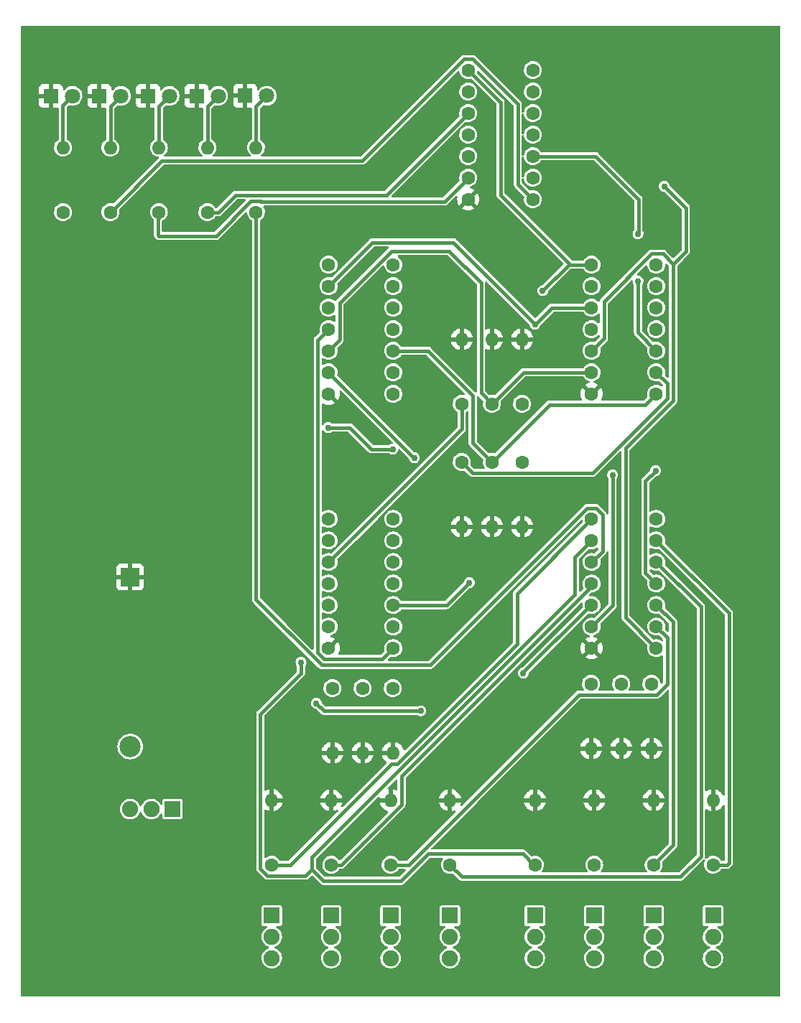
<source format=gbl>
%TF.GenerationSoftware,KiCad,Pcbnew,(6.0.4-0)*%
%TF.CreationDate,2022-06-01T22:19:22+01:00*%
%TF.ProjectId,4-bitAdder,342d6269-7441-4646-9465-722e6b696361,v1.0*%
%TF.SameCoordinates,Original*%
%TF.FileFunction,Copper,L2,Bot*%
%TF.FilePolarity,Positive*%
%FSLAX46Y46*%
G04 Gerber Fmt 4.6, Leading zero omitted, Abs format (unit mm)*
G04 Created by KiCad (PCBNEW (6.0.4-0)) date 2022-06-01 22:19:22*
%MOMM*%
%LPD*%
G01*
G04 APERTURE LIST*
%TA.AperFunction,ComponentPad*%
%ADD10C,1.600200*%
%TD*%
%TA.AperFunction,ComponentPad*%
%ADD11C,1.600000*%
%TD*%
%TA.AperFunction,ComponentPad*%
%ADD12O,1.600000X1.600000*%
%TD*%
%TA.AperFunction,ComponentPad*%
%ADD13R,1.800000X1.800000*%
%TD*%
%TA.AperFunction,ComponentPad*%
%ADD14C,1.800000*%
%TD*%
%TA.AperFunction,ComponentPad*%
%ADD15R,2.170000X2.170000*%
%TD*%
%TA.AperFunction,ComponentPad*%
%ADD16C,2.500000*%
%TD*%
%TA.AperFunction,ComponentPad*%
%ADD17R,1.900000X1.900000*%
%TD*%
%TA.AperFunction,ComponentPad*%
%ADD18C,1.900000*%
%TD*%
%TA.AperFunction,ViaPad*%
%ADD19C,0.762000*%
%TD*%
%TA.AperFunction,Conductor*%
%ADD20C,0.452400*%
%TD*%
G04 APERTURE END LIST*
D10*
X107497850Y-83396000D03*
X107497850Y-85936000D03*
X107497850Y-88476000D03*
X107497850Y-91016000D03*
X107497850Y-93556000D03*
X107497850Y-96096000D03*
X107497850Y-98636000D03*
X115117850Y-98636000D03*
X115117850Y-96096000D03*
X115117850Y-93556000D03*
X115117850Y-91016000D03*
X115117850Y-88476000D03*
X115117850Y-85936000D03*
X115117850Y-83396000D03*
D11*
X50780000Y-77216000D03*
D12*
X50780000Y-69596000D03*
D10*
X107497850Y-113396000D03*
X107497850Y-115936000D03*
X107497850Y-118476000D03*
X107497850Y-121016000D03*
X107497850Y-123556000D03*
X107497850Y-126096000D03*
X107497850Y-128636000D03*
X115117850Y-128636000D03*
X115117850Y-126096000D03*
X115117850Y-123556000D03*
X115117850Y-121016000D03*
X115117850Y-118476000D03*
X115117850Y-115936000D03*
X115117850Y-113396000D03*
D13*
X49505000Y-63500000D03*
D14*
X52045000Y-63500000D03*
D13*
X55230000Y-63500000D03*
D14*
X57770000Y-63500000D03*
D11*
X62230000Y-77216000D03*
D12*
X62230000Y-69596000D03*
D15*
X53114000Y-120240300D03*
D16*
X53114000Y-140240300D03*
D17*
X58114000Y-147616000D03*
D18*
X55614000Y-147616000D03*
X53114000Y-147616000D03*
D11*
X107814000Y-154186000D03*
D12*
X107814000Y-146566000D03*
D11*
X76962000Y-133350000D03*
D12*
X76962000Y-140970000D03*
D17*
X76814000Y-160186000D03*
D18*
X76814000Y-162686000D03*
X76814000Y-165186000D03*
D11*
X99314000Y-99822000D03*
D12*
X99314000Y-92202000D03*
D11*
X84074000Y-133350000D03*
D12*
X84074000Y-140970000D03*
D11*
X90814000Y-154186000D03*
D12*
X90814000Y-146566000D03*
D11*
X92202000Y-106680000D03*
D12*
X92202000Y-114300000D03*
D17*
X90814000Y-160186000D03*
D18*
X90814000Y-162686000D03*
X90814000Y-165186000D03*
D11*
X110998000Y-132842000D03*
D12*
X110998000Y-140462000D03*
D11*
X56505000Y-77216000D03*
D12*
X56505000Y-69596000D03*
D11*
X95758000Y-99822000D03*
D12*
X95758000Y-92202000D03*
D11*
X92202000Y-99822000D03*
D12*
X92202000Y-92202000D03*
D10*
X76504800Y-83396000D03*
X76504800Y-85936000D03*
X76504800Y-88476000D03*
X76504800Y-91016000D03*
X76504800Y-93556000D03*
X76504800Y-96096000D03*
X76504800Y-98636000D03*
X84124800Y-98636000D03*
X84124800Y-96096000D03*
X84124800Y-93556000D03*
X84124800Y-91016000D03*
X84124800Y-88476000D03*
X84124800Y-85936000D03*
X84124800Y-83396000D03*
X92964000Y-60452000D03*
X92964000Y-62992000D03*
X92964000Y-65532000D03*
X92964000Y-68072000D03*
X92964000Y-70612000D03*
X92964000Y-73152000D03*
X92964000Y-75692000D03*
X100584000Y-75692000D03*
X100584000Y-73152000D03*
X100584000Y-70612000D03*
X100584000Y-68072000D03*
X100584000Y-65532000D03*
X100584000Y-62992000D03*
X100584000Y-60452000D03*
D13*
X66680000Y-63492000D03*
D14*
X69220000Y-63492000D03*
D13*
X43780000Y-63500000D03*
D14*
X46320000Y-63500000D03*
D11*
X76814000Y-154186000D03*
D12*
X76814000Y-146566000D03*
D17*
X114814000Y-160186000D03*
D18*
X114814000Y-162686000D03*
X114814000Y-165186000D03*
D11*
X45212000Y-77216000D03*
D12*
X45212000Y-69596000D03*
D11*
X107442000Y-132842000D03*
D12*
X107442000Y-140462000D03*
D11*
X80518000Y-133350000D03*
D12*
X80518000Y-140970000D03*
D11*
X114554000Y-132842000D03*
D12*
X114554000Y-140462000D03*
D11*
X114814000Y-154186000D03*
D12*
X114814000Y-146566000D03*
D17*
X83814000Y-160186000D03*
D18*
X83814000Y-162686000D03*
X83814000Y-165186000D03*
D11*
X100814000Y-154186000D03*
D12*
X100814000Y-146566000D03*
D17*
X107814000Y-160186000D03*
D18*
X107814000Y-162686000D03*
X107814000Y-165186000D03*
D11*
X95758000Y-106680000D03*
D12*
X95758000Y-114300000D03*
D11*
X99314000Y-106680000D03*
D12*
X99314000Y-114300000D03*
D17*
X121814000Y-160186000D03*
D18*
X121814000Y-162686000D03*
X121814000Y-165186000D03*
D11*
X121814000Y-154186000D03*
D12*
X121814000Y-146566000D03*
D13*
X60955000Y-63500000D03*
D14*
X63495000Y-63500000D03*
D17*
X69814000Y-160186000D03*
D18*
X69814000Y-162686000D03*
X69814000Y-165186000D03*
D11*
X83814000Y-154186000D03*
D12*
X83814000Y-146566000D03*
D11*
X69814000Y-154186000D03*
D12*
X69814000Y-146566000D03*
D11*
X67945000Y-77216000D03*
D12*
X67945000Y-69596000D03*
D17*
X100814000Y-160186000D03*
D18*
X100814000Y-162686000D03*
X100814000Y-165186000D03*
D10*
X76504800Y-113396000D03*
X76504800Y-115936000D03*
X76504800Y-118476000D03*
X76504800Y-121016000D03*
X76504800Y-123556000D03*
X76504800Y-126096000D03*
X76504800Y-128636000D03*
X84124800Y-128636000D03*
X84124800Y-126096000D03*
X84124800Y-123556000D03*
X84124800Y-121016000D03*
X84124800Y-118476000D03*
X84124800Y-115936000D03*
X84124800Y-113396000D03*
D19*
X93091000Y-120904000D03*
X99441000Y-131572000D03*
X87376000Y-136017000D03*
X75057000Y-135128000D03*
X73250700Y-130302000D03*
X109982000Y-108204000D03*
X116078000Y-74168000D03*
X115062000Y-107696000D03*
X112977339Y-85344000D03*
X112977339Y-79756000D03*
X86614000Y-106172000D03*
X100838000Y-90424000D03*
X101739318Y-86474682D03*
X76454000Y-102616000D03*
X84074000Y-105156000D03*
D20*
X90814000Y-154186000D02*
X92203000Y-155575000D01*
X92203000Y-155575000D02*
X117983000Y-155575000D01*
X117983000Y-155575000D02*
X120396000Y-153162000D01*
X120396000Y-153162000D02*
X120396000Y-123754150D01*
X120396000Y-123754150D02*
X115117850Y-118476000D01*
X115189000Y-153797000D02*
X117103581Y-151882419D01*
X117103581Y-151882419D02*
X117103581Y-125541731D01*
X117103581Y-125541731D02*
X115117850Y-123556000D01*
X85029744Y-156083000D02*
X75914214Y-156083000D01*
X100711000Y-154178000D02*
X99400289Y-152867289D01*
X99400289Y-152867289D02*
X88245455Y-152867289D01*
X88245455Y-152867289D02*
X85029744Y-156083000D01*
X75914214Y-156083000D02*
X74539289Y-154708075D01*
X83814000Y-154186000D02*
X85928422Y-154186000D01*
X116397661Y-132903339D02*
X116397661Y-127375811D01*
X105992711Y-134121711D02*
X115179289Y-134121711D01*
X85928422Y-154186000D02*
X105992711Y-134121711D01*
X116397661Y-127375811D02*
X115117850Y-126096000D01*
X115179289Y-134121711D02*
X116397661Y-132903339D01*
X76814000Y-154186000D02*
X78003786Y-154186000D01*
X78003786Y-154186000D02*
X85093711Y-147096075D01*
X85093711Y-147096075D02*
X85093711Y-143760289D01*
X85093711Y-143760289D02*
X107497850Y-121356150D01*
X107497850Y-121356150D02*
X107497850Y-121016000D01*
X123698000Y-124516150D02*
X115117850Y-115936000D01*
X123436000Y-154186000D02*
X123698000Y-153924000D01*
X123698000Y-153924000D02*
X123698000Y-124516150D01*
X121814000Y-154186000D02*
X123436000Y-154186000D01*
X93091000Y-120904000D02*
X90439000Y-123556000D01*
X90439000Y-123556000D02*
X84124800Y-123556000D01*
X99441000Y-131572000D02*
X99441000Y-131485850D01*
X75057000Y-135128000D02*
X75946000Y-136017000D01*
X99441000Y-131485850D02*
X107370850Y-123556000D01*
X75946000Y-136017000D02*
X87376000Y-136017000D01*
X68453000Y-154634786D02*
X69283925Y-155465711D01*
X74539289Y-153312819D02*
X105512119Y-122339989D01*
X68453000Y-136398000D02*
X68453000Y-154634786D01*
X74539289Y-154708075D02*
X74539289Y-153312819D01*
X73250700Y-130302000D02*
X73250700Y-131600300D01*
X73250700Y-131600300D02*
X68453000Y-136398000D01*
X73781653Y-155465711D02*
X74539289Y-154708075D01*
X69283925Y-155465711D02*
X73781653Y-155465711D01*
X105512119Y-122339989D02*
X105512119Y-117921731D01*
X105512119Y-117921731D02*
X107497850Y-115936000D01*
X98720240Y-122173610D02*
X107497850Y-113396000D01*
X83937289Y-142249711D02*
X84604075Y-142249711D01*
X84604075Y-142249711D02*
X98720240Y-128133546D01*
X69814000Y-154186000D02*
X72001000Y-154186000D01*
X98720240Y-128133546D02*
X98720240Y-122173610D01*
X72001000Y-154186000D02*
X83937289Y-142249711D01*
X109982000Y-108712000D02*
X109982000Y-108204000D01*
X109982000Y-123611850D02*
X109982000Y-108712000D01*
X107497850Y-126096000D02*
X109982000Y-123611850D01*
X115117850Y-128636000D02*
X111506000Y-125024150D01*
X111506000Y-105056099D02*
X117103581Y-99458517D01*
X118618000Y-76708000D02*
X116078000Y-74168000D01*
X117103581Y-99458517D02*
X117103581Y-83321581D01*
X114587734Y-82116189D02*
X108966000Y-87737923D01*
X108966000Y-87737923D02*
X108966000Y-92087850D01*
X111506000Y-125024150D02*
X111506000Y-105056099D01*
X108966000Y-92087850D02*
X107497850Y-93556000D01*
X117103581Y-83321581D02*
X118618000Y-81807162D01*
X118618000Y-81807162D02*
X118618000Y-76708000D01*
X115898189Y-82116189D02*
X114587734Y-82116189D01*
X117103581Y-83321581D02*
X115898189Y-82116189D01*
X107950000Y-70612000D02*
X113030000Y-75692000D01*
X112977339Y-91415489D02*
X115117850Y-93556000D01*
X113030000Y-79703339D02*
X112977339Y-79756000D01*
X113030000Y-75692000D02*
X113030000Y-79703339D01*
X115117850Y-121016000D02*
X113838039Y-119736189D01*
X112977339Y-85344000D02*
X112977339Y-91415489D01*
X100584000Y-70612000D02*
X107950000Y-70612000D01*
X113838039Y-108919961D02*
X115062000Y-107696000D01*
X113838039Y-119736189D02*
X113838039Y-108919961D01*
X116397661Y-97375811D02*
X115117850Y-96096000D01*
X93481711Y-107959711D02*
X107604066Y-107959711D01*
X107604066Y-107959711D02*
X116397661Y-99166116D01*
X76504800Y-96096000D02*
X86580800Y-106172000D01*
X92202000Y-106680000D02*
X93481711Y-107959711D01*
X116397661Y-99166116D02*
X116397661Y-97375811D01*
X86580800Y-106172000D02*
X86614000Y-106172000D01*
X81668800Y-80772000D02*
X76504800Y-85936000D01*
X100838000Y-90424000D02*
X91186000Y-80772000D01*
X100838000Y-90424000D02*
X102786000Y-88476000D01*
X102786000Y-88476000D02*
X107497850Y-88476000D01*
X91186000Y-80772000D02*
X81668800Y-80772000D01*
X90678000Y-81788000D02*
X83922873Y-81788000D01*
X95758000Y-99822000D02*
X99484000Y-96096000D01*
X94478289Y-85588289D02*
X90678000Y-81788000D01*
X99484000Y-96096000D02*
X107497850Y-96096000D01*
X83922873Y-81788000D02*
X77784611Y-87926262D01*
X94478289Y-98542289D02*
X94478289Y-85588289D01*
X77784611Y-87926262D02*
X77784611Y-92276189D01*
X77784611Y-92276189D02*
X76504800Y-93556000D01*
X95758000Y-99822000D02*
X94478289Y-98542289D01*
X113838039Y-99915811D02*
X115117850Y-98636000D01*
X102522189Y-99915811D02*
X113838039Y-99915811D01*
X93481711Y-104403711D02*
X93481711Y-98815711D01*
X93481711Y-98815711D02*
X88222000Y-93556000D01*
X95758000Y-106680000D02*
X102522189Y-99915811D01*
X88222000Y-93556000D02*
X84124800Y-93556000D01*
X95758000Y-106680000D02*
X93481711Y-104403711D01*
X92202000Y-102778800D02*
X92202000Y-99822000D01*
X104818000Y-83396000D02*
X107497850Y-83396000D01*
X104986000Y-83396000D02*
X96774000Y-75184000D01*
X96774000Y-75184000D02*
X96774000Y-64262000D01*
X76504800Y-118476000D02*
X92202000Y-102778800D01*
X107497850Y-83396000D02*
X104986000Y-83396000D01*
X101739318Y-86474682D02*
X104818000Y-83396000D01*
X96774000Y-64262000D02*
X92964000Y-60452000D01*
X82844989Y-129915811D02*
X75974684Y-129915811D01*
X84124800Y-128636000D02*
X82844989Y-129915811D01*
X75974684Y-129915811D02*
X75224989Y-129166116D01*
X75224989Y-129166116D02*
X75224989Y-92295811D01*
X75224989Y-92295811D02*
X76504800Y-91016000D01*
X108027966Y-112116189D02*
X108777661Y-112865884D01*
X108777661Y-117196189D02*
X107497850Y-118476000D01*
X75682282Y-130621731D02*
X88462192Y-130621731D01*
X67945000Y-77216000D02*
X67955000Y-77226000D01*
X67955000Y-122894449D02*
X75682282Y-130621731D01*
X88462192Y-130621731D02*
X106967734Y-112116189D01*
X67955000Y-77226000D02*
X67955000Y-122894449D01*
X108777661Y-112865884D02*
X108777661Y-117196189D01*
X106967734Y-112116189D02*
X108027966Y-112116189D01*
X67955000Y-64757000D02*
X69220000Y-63492000D01*
X67945000Y-69596000D02*
X67955000Y-69586000D01*
X67955000Y-69586000D02*
X67955000Y-64757000D01*
X83312000Y-75184000D02*
X65532000Y-75184000D01*
X63500000Y-77216000D02*
X62230000Y-77216000D01*
X92964000Y-65532000D02*
X83312000Y-75184000D01*
X65532000Y-75184000D02*
X63500000Y-77216000D01*
X62230000Y-69596000D02*
X62230000Y-64765000D01*
X62230000Y-64765000D02*
X63495000Y-63500000D01*
X63246000Y-80010000D02*
X56515000Y-80010000D01*
X68475075Y-75936289D02*
X68484786Y-75946000D01*
X56388000Y-79883000D02*
X56388000Y-77921920D01*
X56388000Y-77921920D02*
X56505000Y-77921920D01*
X68484786Y-75946000D02*
X90170000Y-75946000D01*
X90170000Y-75946000D02*
X92964000Y-73152000D01*
X67319711Y-75936289D02*
X63246000Y-80010000D01*
X56515000Y-80010000D02*
X56388000Y-79883000D01*
X68475075Y-75936289D02*
X67319711Y-75936289D01*
X56505000Y-64765000D02*
X57770000Y-63500000D01*
X56505000Y-69596000D02*
X56505000Y-64765000D01*
X93494116Y-59172189D02*
X98806000Y-64484073D01*
X80476362Y-71129711D02*
X92433884Y-59172189D01*
X56866289Y-71129711D02*
X80476362Y-71129711D01*
X98806000Y-73914000D02*
X100584000Y-75692000D01*
X50780000Y-77216000D02*
X56866289Y-71129711D01*
X92433884Y-59172189D02*
X93494116Y-59172189D01*
X98806000Y-64484073D02*
X98806000Y-73914000D01*
X50780000Y-69596000D02*
X50780000Y-64765000D01*
X50780000Y-64765000D02*
X52045000Y-63500000D01*
X78994000Y-102616000D02*
X81534000Y-105156000D01*
X76454000Y-102616000D02*
X78994000Y-102616000D01*
X81534000Y-105156000D02*
X84074000Y-105156000D01*
X45182000Y-64638000D02*
X46320000Y-63500000D01*
X45212000Y-69596000D02*
X45182000Y-69566000D01*
X45182000Y-69566000D02*
X45182000Y-64638000D01*
%TA.AperFunction,Conductor*%
G36*
X129687621Y-55274502D02*
G01*
X129734114Y-55328158D01*
X129745500Y-55380500D01*
X129745500Y-169619500D01*
X129725498Y-169687621D01*
X129671842Y-169734114D01*
X129619500Y-169745500D01*
X40380500Y-169745500D01*
X40312379Y-169725498D01*
X40265886Y-169671842D01*
X40254500Y-169619500D01*
X40254500Y-165154335D01*
X68604755Y-165154335D01*
X68619233Y-165375233D01*
X68673724Y-165589793D01*
X68766404Y-165790830D01*
X68894167Y-165971611D01*
X69052736Y-166126082D01*
X69057532Y-166129287D01*
X69057535Y-166129289D01*
X69132253Y-166179214D01*
X69236800Y-166249070D01*
X69242103Y-166251348D01*
X69242106Y-166251350D01*
X69328008Y-166288256D01*
X69440195Y-166336455D01*
X69519673Y-166354439D01*
X69650471Y-166384036D01*
X69650476Y-166384037D01*
X69656108Y-166385311D01*
X69661879Y-166385538D01*
X69661881Y-166385538D01*
X69729501Y-166388195D01*
X69877309Y-166394002D01*
X70005908Y-166375356D01*
X70090668Y-166363067D01*
X70090672Y-166363066D01*
X70096390Y-166362237D01*
X70101862Y-166360379D01*
X70101864Y-166360379D01*
X70300545Y-166292935D01*
X70306013Y-166291079D01*
X70499159Y-166182912D01*
X70669359Y-166041359D01*
X70810912Y-165871159D01*
X70919079Y-165678013D01*
X70990237Y-165468390D01*
X71022002Y-165249309D01*
X71023660Y-165186000D01*
X71020750Y-165154335D01*
X75604755Y-165154335D01*
X75619233Y-165375233D01*
X75673724Y-165589793D01*
X75766404Y-165790830D01*
X75894167Y-165971611D01*
X76052736Y-166126082D01*
X76057532Y-166129287D01*
X76057535Y-166129289D01*
X76132253Y-166179214D01*
X76236800Y-166249070D01*
X76242103Y-166251348D01*
X76242106Y-166251350D01*
X76328008Y-166288256D01*
X76440195Y-166336455D01*
X76519673Y-166354439D01*
X76650471Y-166384036D01*
X76650476Y-166384037D01*
X76656108Y-166385311D01*
X76661879Y-166385538D01*
X76661881Y-166385538D01*
X76729501Y-166388195D01*
X76877309Y-166394002D01*
X77005908Y-166375356D01*
X77090668Y-166363067D01*
X77090672Y-166363066D01*
X77096390Y-166362237D01*
X77101862Y-166360379D01*
X77101864Y-166360379D01*
X77300545Y-166292935D01*
X77306013Y-166291079D01*
X77499159Y-166182912D01*
X77669359Y-166041359D01*
X77810912Y-165871159D01*
X77919079Y-165678013D01*
X77990237Y-165468390D01*
X78022002Y-165249309D01*
X78023660Y-165186000D01*
X78020750Y-165154335D01*
X82604755Y-165154335D01*
X82619233Y-165375233D01*
X82673724Y-165589793D01*
X82766404Y-165790830D01*
X82894167Y-165971611D01*
X83052736Y-166126082D01*
X83057532Y-166129287D01*
X83057535Y-166129289D01*
X83132253Y-166179214D01*
X83236800Y-166249070D01*
X83242103Y-166251348D01*
X83242106Y-166251350D01*
X83328008Y-166288256D01*
X83440195Y-166336455D01*
X83519673Y-166354439D01*
X83650471Y-166384036D01*
X83650476Y-166384037D01*
X83656108Y-166385311D01*
X83661879Y-166385538D01*
X83661881Y-166385538D01*
X83729501Y-166388195D01*
X83877309Y-166394002D01*
X84005908Y-166375356D01*
X84090668Y-166363067D01*
X84090672Y-166363066D01*
X84096390Y-166362237D01*
X84101862Y-166360379D01*
X84101864Y-166360379D01*
X84300545Y-166292935D01*
X84306013Y-166291079D01*
X84499159Y-166182912D01*
X84669359Y-166041359D01*
X84810912Y-165871159D01*
X84919079Y-165678013D01*
X84990237Y-165468390D01*
X85022002Y-165249309D01*
X85023660Y-165186000D01*
X85020750Y-165154335D01*
X89604755Y-165154335D01*
X89619233Y-165375233D01*
X89673724Y-165589793D01*
X89766404Y-165790830D01*
X89894167Y-165971611D01*
X90052736Y-166126082D01*
X90057532Y-166129287D01*
X90057535Y-166129289D01*
X90132253Y-166179214D01*
X90236800Y-166249070D01*
X90242103Y-166251348D01*
X90242106Y-166251350D01*
X90328008Y-166288256D01*
X90440195Y-166336455D01*
X90519673Y-166354439D01*
X90650471Y-166384036D01*
X90650476Y-166384037D01*
X90656108Y-166385311D01*
X90661879Y-166385538D01*
X90661881Y-166385538D01*
X90729501Y-166388195D01*
X90877309Y-166394002D01*
X91005908Y-166375356D01*
X91090668Y-166363067D01*
X91090672Y-166363066D01*
X91096390Y-166362237D01*
X91101862Y-166360379D01*
X91101864Y-166360379D01*
X91300545Y-166292935D01*
X91306013Y-166291079D01*
X91499159Y-166182912D01*
X91669359Y-166041359D01*
X91810912Y-165871159D01*
X91919079Y-165678013D01*
X91990237Y-165468390D01*
X92022002Y-165249309D01*
X92023660Y-165186000D01*
X92020750Y-165154335D01*
X99604755Y-165154335D01*
X99619233Y-165375233D01*
X99673724Y-165589793D01*
X99766404Y-165790830D01*
X99894167Y-165971611D01*
X100052736Y-166126082D01*
X100057532Y-166129287D01*
X100057535Y-166129289D01*
X100132253Y-166179214D01*
X100236800Y-166249070D01*
X100242103Y-166251348D01*
X100242106Y-166251350D01*
X100328008Y-166288256D01*
X100440195Y-166336455D01*
X100519673Y-166354439D01*
X100650471Y-166384036D01*
X100650476Y-166384037D01*
X100656108Y-166385311D01*
X100661879Y-166385538D01*
X100661881Y-166385538D01*
X100729501Y-166388195D01*
X100877309Y-166394002D01*
X101005908Y-166375356D01*
X101090668Y-166363067D01*
X101090672Y-166363066D01*
X101096390Y-166362237D01*
X101101862Y-166360379D01*
X101101864Y-166360379D01*
X101300545Y-166292935D01*
X101306013Y-166291079D01*
X101499159Y-166182912D01*
X101669359Y-166041359D01*
X101810912Y-165871159D01*
X101919079Y-165678013D01*
X101990237Y-165468390D01*
X102022002Y-165249309D01*
X102023660Y-165186000D01*
X102020750Y-165154335D01*
X106604755Y-165154335D01*
X106619233Y-165375233D01*
X106673724Y-165589793D01*
X106766404Y-165790830D01*
X106894167Y-165971611D01*
X107052736Y-166126082D01*
X107057532Y-166129287D01*
X107057535Y-166129289D01*
X107132253Y-166179214D01*
X107236800Y-166249070D01*
X107242103Y-166251348D01*
X107242106Y-166251350D01*
X107328008Y-166288256D01*
X107440195Y-166336455D01*
X107519673Y-166354439D01*
X107650471Y-166384036D01*
X107650476Y-166384037D01*
X107656108Y-166385311D01*
X107661879Y-166385538D01*
X107661881Y-166385538D01*
X107729501Y-166388195D01*
X107877309Y-166394002D01*
X108005908Y-166375356D01*
X108090668Y-166363067D01*
X108090672Y-166363066D01*
X108096390Y-166362237D01*
X108101862Y-166360379D01*
X108101864Y-166360379D01*
X108300545Y-166292935D01*
X108306013Y-166291079D01*
X108499159Y-166182912D01*
X108669359Y-166041359D01*
X108810912Y-165871159D01*
X108919079Y-165678013D01*
X108990237Y-165468390D01*
X109022002Y-165249309D01*
X109023660Y-165186000D01*
X109020750Y-165154335D01*
X113604755Y-165154335D01*
X113619233Y-165375233D01*
X113673724Y-165589793D01*
X113766404Y-165790830D01*
X113894167Y-165971611D01*
X114052736Y-166126082D01*
X114057532Y-166129287D01*
X114057535Y-166129289D01*
X114132253Y-166179214D01*
X114236800Y-166249070D01*
X114242103Y-166251348D01*
X114242106Y-166251350D01*
X114328008Y-166288256D01*
X114440195Y-166336455D01*
X114519673Y-166354439D01*
X114650471Y-166384036D01*
X114650476Y-166384037D01*
X114656108Y-166385311D01*
X114661879Y-166385538D01*
X114661881Y-166385538D01*
X114729501Y-166388195D01*
X114877309Y-166394002D01*
X115005908Y-166375356D01*
X115090668Y-166363067D01*
X115090672Y-166363066D01*
X115096390Y-166362237D01*
X115101862Y-166360379D01*
X115101864Y-166360379D01*
X115300545Y-166292935D01*
X115306013Y-166291079D01*
X115499159Y-166182912D01*
X115669359Y-166041359D01*
X115810912Y-165871159D01*
X115919079Y-165678013D01*
X115990237Y-165468390D01*
X116022002Y-165249309D01*
X116023660Y-165186000D01*
X116020750Y-165154335D01*
X120604755Y-165154335D01*
X120619233Y-165375233D01*
X120673724Y-165589793D01*
X120766404Y-165790830D01*
X120894167Y-165971611D01*
X121052736Y-166126082D01*
X121057532Y-166129287D01*
X121057535Y-166129289D01*
X121132253Y-166179214D01*
X121236800Y-166249070D01*
X121242103Y-166251348D01*
X121242106Y-166251350D01*
X121328008Y-166288256D01*
X121440195Y-166336455D01*
X121519673Y-166354439D01*
X121650471Y-166384036D01*
X121650476Y-166384037D01*
X121656108Y-166385311D01*
X121661879Y-166385538D01*
X121661881Y-166385538D01*
X121729501Y-166388195D01*
X121877309Y-166394002D01*
X122005908Y-166375356D01*
X122090668Y-166363067D01*
X122090672Y-166363066D01*
X122096390Y-166362237D01*
X122101862Y-166360379D01*
X122101864Y-166360379D01*
X122300545Y-166292935D01*
X122306013Y-166291079D01*
X122499159Y-166182912D01*
X122669359Y-166041359D01*
X122810912Y-165871159D01*
X122919079Y-165678013D01*
X122990237Y-165468390D01*
X123022002Y-165249309D01*
X123023660Y-165186000D01*
X123003404Y-164965557D01*
X122994645Y-164934498D01*
X122944884Y-164758061D01*
X122943315Y-164752497D01*
X122845405Y-164553954D01*
X122712953Y-164376579D01*
X122708717Y-164372663D01*
X122554634Y-164230231D01*
X122554632Y-164230229D01*
X122550394Y-164226312D01*
X122363174Y-164108185D01*
X122224679Y-164052931D01*
X122168819Y-164009110D01*
X122145519Y-163942046D01*
X122162175Y-163873031D01*
X122213499Y-163823976D01*
X122230867Y-163816588D01*
X122300545Y-163792935D01*
X122306013Y-163791079D01*
X122499159Y-163682912D01*
X122669359Y-163541359D01*
X122810912Y-163371159D01*
X122919079Y-163178013D01*
X122990237Y-162968390D01*
X123022002Y-162749309D01*
X123023660Y-162686000D01*
X123003404Y-162465557D01*
X122994645Y-162434498D01*
X122944884Y-162258061D01*
X122943315Y-162252497D01*
X122845405Y-162053954D01*
X122712953Y-161876579D01*
X122708717Y-161872663D01*
X122554634Y-161730231D01*
X122554632Y-161730229D01*
X122550394Y-161726312D01*
X122386751Y-161623061D01*
X122339812Y-161569794D01*
X122329123Y-161499607D01*
X122358078Y-161434783D01*
X122417482Y-161395903D01*
X122453985Y-161390499D01*
X122789066Y-161390499D01*
X122824818Y-161383388D01*
X122851126Y-161378156D01*
X122851128Y-161378155D01*
X122863301Y-161375734D01*
X122873621Y-161368839D01*
X122873622Y-161368838D01*
X122937168Y-161326377D01*
X122947484Y-161319484D01*
X123003734Y-161235301D01*
X123018500Y-161161067D01*
X123018499Y-159210934D01*
X123003734Y-159136699D01*
X122947484Y-159052516D01*
X122863301Y-158996266D01*
X122789067Y-158981500D01*
X121814158Y-158981500D01*
X120838934Y-158981501D01*
X120803182Y-158988612D01*
X120776874Y-158993844D01*
X120776872Y-158993845D01*
X120764699Y-158996266D01*
X120754379Y-159003161D01*
X120754378Y-159003162D01*
X120693985Y-159043516D01*
X120680516Y-159052516D01*
X120624266Y-159136699D01*
X120609500Y-159210933D01*
X120609501Y-161161066D01*
X120624266Y-161235301D01*
X120680516Y-161319484D01*
X120764699Y-161375734D01*
X120838933Y-161390500D01*
X121177361Y-161390500D01*
X121245482Y-161410502D01*
X121291975Y-161464158D01*
X121302079Y-161534432D01*
X121272585Y-161599012D01*
X121241784Y-161624785D01*
X121102980Y-161707365D01*
X120936544Y-161853325D01*
X120932977Y-161857850D01*
X120932972Y-161857855D01*
X120838735Y-161977395D01*
X120799494Y-162027172D01*
X120796805Y-162032283D01*
X120796803Y-162032286D01*
X120785403Y-162053954D01*
X120696420Y-162223083D01*
X120630774Y-162434498D01*
X120630095Y-162440233D01*
X120630095Y-162440234D01*
X120627098Y-162465557D01*
X120604755Y-162654335D01*
X120619233Y-162875233D01*
X120673724Y-163089793D01*
X120766404Y-163290830D01*
X120894167Y-163471611D01*
X121052736Y-163626082D01*
X121057532Y-163629287D01*
X121057535Y-163629289D01*
X121132253Y-163679214D01*
X121236800Y-163749070D01*
X121242103Y-163751348D01*
X121242106Y-163751350D01*
X121404862Y-163821275D01*
X121459555Y-163866543D01*
X121481092Y-163934194D01*
X121462635Y-164002750D01*
X121410044Y-164050444D01*
X121398735Y-164055255D01*
X121293228Y-164094179D01*
X121102980Y-164207365D01*
X120936544Y-164353325D01*
X120932977Y-164357850D01*
X120932972Y-164357855D01*
X120838735Y-164477395D01*
X120799494Y-164527172D01*
X120796805Y-164532283D01*
X120796803Y-164532286D01*
X120785403Y-164553954D01*
X120696420Y-164723083D01*
X120630774Y-164934498D01*
X120630095Y-164940233D01*
X120630095Y-164940234D01*
X120627098Y-164965557D01*
X120604755Y-165154335D01*
X116020750Y-165154335D01*
X116003404Y-164965557D01*
X115994645Y-164934498D01*
X115944884Y-164758061D01*
X115943315Y-164752497D01*
X115845405Y-164553954D01*
X115712953Y-164376579D01*
X115708717Y-164372663D01*
X115554634Y-164230231D01*
X115554632Y-164230229D01*
X115550394Y-164226312D01*
X115363174Y-164108185D01*
X115224679Y-164052931D01*
X115168819Y-164009110D01*
X115145519Y-163942046D01*
X115162175Y-163873031D01*
X115213499Y-163823976D01*
X115230867Y-163816588D01*
X115300545Y-163792935D01*
X115306013Y-163791079D01*
X115499159Y-163682912D01*
X115669359Y-163541359D01*
X115810912Y-163371159D01*
X115919079Y-163178013D01*
X115990237Y-162968390D01*
X116022002Y-162749309D01*
X116023660Y-162686000D01*
X116003404Y-162465557D01*
X115994645Y-162434498D01*
X115944884Y-162258061D01*
X115943315Y-162252497D01*
X115845405Y-162053954D01*
X115712953Y-161876579D01*
X115708717Y-161872663D01*
X115554634Y-161730231D01*
X115554632Y-161730229D01*
X115550394Y-161726312D01*
X115386751Y-161623061D01*
X115339812Y-161569794D01*
X115329123Y-161499607D01*
X115358078Y-161434783D01*
X115417482Y-161395903D01*
X115453985Y-161390499D01*
X115789066Y-161390499D01*
X115824818Y-161383388D01*
X115851126Y-161378156D01*
X115851128Y-161378155D01*
X115863301Y-161375734D01*
X115873621Y-161368839D01*
X115873622Y-161368838D01*
X115937168Y-161326377D01*
X115947484Y-161319484D01*
X116003734Y-161235301D01*
X116018500Y-161161067D01*
X116018499Y-159210934D01*
X116003734Y-159136699D01*
X115947484Y-159052516D01*
X115863301Y-158996266D01*
X115789067Y-158981500D01*
X114814158Y-158981500D01*
X113838934Y-158981501D01*
X113803182Y-158988612D01*
X113776874Y-158993844D01*
X113776872Y-158993845D01*
X113764699Y-158996266D01*
X113754379Y-159003161D01*
X113754378Y-159003162D01*
X113693985Y-159043516D01*
X113680516Y-159052516D01*
X113624266Y-159136699D01*
X113609500Y-159210933D01*
X113609501Y-161161066D01*
X113624266Y-161235301D01*
X113680516Y-161319484D01*
X113764699Y-161375734D01*
X113838933Y-161390500D01*
X114177361Y-161390500D01*
X114245482Y-161410502D01*
X114291975Y-161464158D01*
X114302079Y-161534432D01*
X114272585Y-161599012D01*
X114241784Y-161624785D01*
X114102980Y-161707365D01*
X113936544Y-161853325D01*
X113932977Y-161857850D01*
X113932972Y-161857855D01*
X113838735Y-161977395D01*
X113799494Y-162027172D01*
X113796805Y-162032283D01*
X113796803Y-162032286D01*
X113785403Y-162053954D01*
X113696420Y-162223083D01*
X113630774Y-162434498D01*
X113630095Y-162440233D01*
X113630095Y-162440234D01*
X113627098Y-162465557D01*
X113604755Y-162654335D01*
X113619233Y-162875233D01*
X113673724Y-163089793D01*
X113766404Y-163290830D01*
X113894167Y-163471611D01*
X114052736Y-163626082D01*
X114057532Y-163629287D01*
X114057535Y-163629289D01*
X114132253Y-163679214D01*
X114236800Y-163749070D01*
X114242103Y-163751348D01*
X114242106Y-163751350D01*
X114404862Y-163821275D01*
X114459555Y-163866543D01*
X114481092Y-163934194D01*
X114462635Y-164002750D01*
X114410044Y-164050444D01*
X114398735Y-164055255D01*
X114293228Y-164094179D01*
X114102980Y-164207365D01*
X113936544Y-164353325D01*
X113932977Y-164357850D01*
X113932972Y-164357855D01*
X113838735Y-164477395D01*
X113799494Y-164527172D01*
X113796805Y-164532283D01*
X113796803Y-164532286D01*
X113785403Y-164553954D01*
X113696420Y-164723083D01*
X113630774Y-164934498D01*
X113630095Y-164940233D01*
X113630095Y-164940234D01*
X113627098Y-164965557D01*
X113604755Y-165154335D01*
X109020750Y-165154335D01*
X109003404Y-164965557D01*
X108994645Y-164934498D01*
X108944884Y-164758061D01*
X108943315Y-164752497D01*
X108845405Y-164553954D01*
X108712953Y-164376579D01*
X108708717Y-164372663D01*
X108554634Y-164230231D01*
X108554632Y-164230229D01*
X108550394Y-164226312D01*
X108363174Y-164108185D01*
X108224679Y-164052931D01*
X108168819Y-164009110D01*
X108145519Y-163942046D01*
X108162175Y-163873031D01*
X108213499Y-163823976D01*
X108230867Y-163816588D01*
X108300545Y-163792935D01*
X108306013Y-163791079D01*
X108499159Y-163682912D01*
X108669359Y-163541359D01*
X108810912Y-163371159D01*
X108919079Y-163178013D01*
X108990237Y-162968390D01*
X109022002Y-162749309D01*
X109023660Y-162686000D01*
X109003404Y-162465557D01*
X108994645Y-162434498D01*
X108944884Y-162258061D01*
X108943315Y-162252497D01*
X108845405Y-162053954D01*
X108712953Y-161876579D01*
X108708717Y-161872663D01*
X108554634Y-161730231D01*
X108554632Y-161730229D01*
X108550394Y-161726312D01*
X108386751Y-161623061D01*
X108339812Y-161569794D01*
X108329123Y-161499607D01*
X108358078Y-161434783D01*
X108417482Y-161395903D01*
X108453985Y-161390499D01*
X108789066Y-161390499D01*
X108824818Y-161383388D01*
X108851126Y-161378156D01*
X108851128Y-161378155D01*
X108863301Y-161375734D01*
X108873621Y-161368839D01*
X108873622Y-161368838D01*
X108937168Y-161326377D01*
X108947484Y-161319484D01*
X109003734Y-161235301D01*
X109018500Y-161161067D01*
X109018499Y-159210934D01*
X109003734Y-159136699D01*
X108947484Y-159052516D01*
X108863301Y-158996266D01*
X108789067Y-158981500D01*
X107814158Y-158981500D01*
X106838934Y-158981501D01*
X106803182Y-158988612D01*
X106776874Y-158993844D01*
X106776872Y-158993845D01*
X106764699Y-158996266D01*
X106754379Y-159003161D01*
X106754378Y-159003162D01*
X106693985Y-159043516D01*
X106680516Y-159052516D01*
X106624266Y-159136699D01*
X106609500Y-159210933D01*
X106609501Y-161161066D01*
X106624266Y-161235301D01*
X106680516Y-161319484D01*
X106764699Y-161375734D01*
X106838933Y-161390500D01*
X107177361Y-161390500D01*
X107245482Y-161410502D01*
X107291975Y-161464158D01*
X107302079Y-161534432D01*
X107272585Y-161599012D01*
X107241784Y-161624785D01*
X107102980Y-161707365D01*
X106936544Y-161853325D01*
X106932977Y-161857850D01*
X106932972Y-161857855D01*
X106838735Y-161977395D01*
X106799494Y-162027172D01*
X106796805Y-162032283D01*
X106796803Y-162032286D01*
X106785403Y-162053954D01*
X106696420Y-162223083D01*
X106630774Y-162434498D01*
X106630095Y-162440233D01*
X106630095Y-162440234D01*
X106627098Y-162465557D01*
X106604755Y-162654335D01*
X106619233Y-162875233D01*
X106673724Y-163089793D01*
X106766404Y-163290830D01*
X106894167Y-163471611D01*
X107052736Y-163626082D01*
X107057532Y-163629287D01*
X107057535Y-163629289D01*
X107132253Y-163679214D01*
X107236800Y-163749070D01*
X107242103Y-163751348D01*
X107242106Y-163751350D01*
X107404862Y-163821275D01*
X107459555Y-163866543D01*
X107481092Y-163934194D01*
X107462635Y-164002750D01*
X107410044Y-164050444D01*
X107398735Y-164055255D01*
X107293228Y-164094179D01*
X107102980Y-164207365D01*
X106936544Y-164353325D01*
X106932977Y-164357850D01*
X106932972Y-164357855D01*
X106838735Y-164477395D01*
X106799494Y-164527172D01*
X106796805Y-164532283D01*
X106796803Y-164532286D01*
X106785403Y-164553954D01*
X106696420Y-164723083D01*
X106630774Y-164934498D01*
X106630095Y-164940233D01*
X106630095Y-164940234D01*
X106627098Y-164965557D01*
X106604755Y-165154335D01*
X102020750Y-165154335D01*
X102003404Y-164965557D01*
X101994645Y-164934498D01*
X101944884Y-164758061D01*
X101943315Y-164752497D01*
X101845405Y-164553954D01*
X101712953Y-164376579D01*
X101708717Y-164372663D01*
X101554634Y-164230231D01*
X101554632Y-164230229D01*
X101550394Y-164226312D01*
X101363174Y-164108185D01*
X101224679Y-164052931D01*
X101168819Y-164009110D01*
X101145519Y-163942046D01*
X101162175Y-163873031D01*
X101213499Y-163823976D01*
X101230867Y-163816588D01*
X101300545Y-163792935D01*
X101306013Y-163791079D01*
X101499159Y-163682912D01*
X101669359Y-163541359D01*
X101810912Y-163371159D01*
X101919079Y-163178013D01*
X101990237Y-162968390D01*
X102022002Y-162749309D01*
X102023660Y-162686000D01*
X102003404Y-162465557D01*
X101994645Y-162434498D01*
X101944884Y-162258061D01*
X101943315Y-162252497D01*
X101845405Y-162053954D01*
X101712953Y-161876579D01*
X101708717Y-161872663D01*
X101554634Y-161730231D01*
X101554632Y-161730229D01*
X101550394Y-161726312D01*
X101386751Y-161623061D01*
X101339812Y-161569794D01*
X101329123Y-161499607D01*
X101358078Y-161434783D01*
X101417482Y-161395903D01*
X101453985Y-161390499D01*
X101789066Y-161390499D01*
X101824818Y-161383388D01*
X101851126Y-161378156D01*
X101851128Y-161378155D01*
X101863301Y-161375734D01*
X101873621Y-161368839D01*
X101873622Y-161368838D01*
X101937168Y-161326377D01*
X101947484Y-161319484D01*
X102003734Y-161235301D01*
X102018500Y-161161067D01*
X102018499Y-159210934D01*
X102003734Y-159136699D01*
X101947484Y-159052516D01*
X101863301Y-158996266D01*
X101789067Y-158981500D01*
X100814158Y-158981500D01*
X99838934Y-158981501D01*
X99803182Y-158988612D01*
X99776874Y-158993844D01*
X99776872Y-158993845D01*
X99764699Y-158996266D01*
X99754379Y-159003161D01*
X99754378Y-159003162D01*
X99693985Y-159043516D01*
X99680516Y-159052516D01*
X99624266Y-159136699D01*
X99609500Y-159210933D01*
X99609501Y-161161066D01*
X99624266Y-161235301D01*
X99680516Y-161319484D01*
X99764699Y-161375734D01*
X99838933Y-161390500D01*
X100177361Y-161390500D01*
X100245482Y-161410502D01*
X100291975Y-161464158D01*
X100302079Y-161534432D01*
X100272585Y-161599012D01*
X100241784Y-161624785D01*
X100102980Y-161707365D01*
X99936544Y-161853325D01*
X99932977Y-161857850D01*
X99932972Y-161857855D01*
X99838735Y-161977395D01*
X99799494Y-162027172D01*
X99796805Y-162032283D01*
X99796803Y-162032286D01*
X99785403Y-162053954D01*
X99696420Y-162223083D01*
X99630774Y-162434498D01*
X99630095Y-162440233D01*
X99630095Y-162440234D01*
X99627098Y-162465557D01*
X99604755Y-162654335D01*
X99619233Y-162875233D01*
X99673724Y-163089793D01*
X99766404Y-163290830D01*
X99894167Y-163471611D01*
X100052736Y-163626082D01*
X100057532Y-163629287D01*
X100057535Y-163629289D01*
X100132253Y-163679214D01*
X100236800Y-163749070D01*
X100242103Y-163751348D01*
X100242106Y-163751350D01*
X100404862Y-163821275D01*
X100459555Y-163866543D01*
X100481092Y-163934194D01*
X100462635Y-164002750D01*
X100410044Y-164050444D01*
X100398735Y-164055255D01*
X100293228Y-164094179D01*
X100102980Y-164207365D01*
X99936544Y-164353325D01*
X99932977Y-164357850D01*
X99932972Y-164357855D01*
X99838735Y-164477395D01*
X99799494Y-164527172D01*
X99796805Y-164532283D01*
X99796803Y-164532286D01*
X99785403Y-164553954D01*
X99696420Y-164723083D01*
X99630774Y-164934498D01*
X99630095Y-164940233D01*
X99630095Y-164940234D01*
X99627098Y-164965557D01*
X99604755Y-165154335D01*
X92020750Y-165154335D01*
X92003404Y-164965557D01*
X91994645Y-164934498D01*
X91944884Y-164758061D01*
X91943315Y-164752497D01*
X91845405Y-164553954D01*
X91712953Y-164376579D01*
X91708717Y-164372663D01*
X91554634Y-164230231D01*
X91554632Y-164230229D01*
X91550394Y-164226312D01*
X91363174Y-164108185D01*
X91224679Y-164052931D01*
X91168819Y-164009110D01*
X91145519Y-163942046D01*
X91162175Y-163873031D01*
X91213499Y-163823976D01*
X91230867Y-163816588D01*
X91300545Y-163792935D01*
X91306013Y-163791079D01*
X91499159Y-163682912D01*
X91669359Y-163541359D01*
X91810912Y-163371159D01*
X91919079Y-163178013D01*
X91990237Y-162968390D01*
X92022002Y-162749309D01*
X92023660Y-162686000D01*
X92003404Y-162465557D01*
X91994645Y-162434498D01*
X91944884Y-162258061D01*
X91943315Y-162252497D01*
X91845405Y-162053954D01*
X91712953Y-161876579D01*
X91708717Y-161872663D01*
X91554634Y-161730231D01*
X91554632Y-161730229D01*
X91550394Y-161726312D01*
X91386751Y-161623061D01*
X91339812Y-161569794D01*
X91329123Y-161499607D01*
X91358078Y-161434783D01*
X91417482Y-161395903D01*
X91453985Y-161390499D01*
X91789066Y-161390499D01*
X91824818Y-161383388D01*
X91851126Y-161378156D01*
X91851128Y-161378155D01*
X91863301Y-161375734D01*
X91873621Y-161368839D01*
X91873622Y-161368838D01*
X91937168Y-161326377D01*
X91947484Y-161319484D01*
X92003734Y-161235301D01*
X92018500Y-161161067D01*
X92018499Y-159210934D01*
X92003734Y-159136699D01*
X91947484Y-159052516D01*
X91863301Y-158996266D01*
X91789067Y-158981500D01*
X90814158Y-158981500D01*
X89838934Y-158981501D01*
X89803182Y-158988612D01*
X89776874Y-158993844D01*
X89776872Y-158993845D01*
X89764699Y-158996266D01*
X89754379Y-159003161D01*
X89754378Y-159003162D01*
X89693985Y-159043516D01*
X89680516Y-159052516D01*
X89624266Y-159136699D01*
X89609500Y-159210933D01*
X89609501Y-161161066D01*
X89624266Y-161235301D01*
X89680516Y-161319484D01*
X89764699Y-161375734D01*
X89838933Y-161390500D01*
X90177361Y-161390500D01*
X90245482Y-161410502D01*
X90291975Y-161464158D01*
X90302079Y-161534432D01*
X90272585Y-161599012D01*
X90241784Y-161624785D01*
X90102980Y-161707365D01*
X89936544Y-161853325D01*
X89932977Y-161857850D01*
X89932972Y-161857855D01*
X89838735Y-161977395D01*
X89799494Y-162027172D01*
X89796805Y-162032283D01*
X89796803Y-162032286D01*
X89785403Y-162053954D01*
X89696420Y-162223083D01*
X89630774Y-162434498D01*
X89630095Y-162440233D01*
X89630095Y-162440234D01*
X89627098Y-162465557D01*
X89604755Y-162654335D01*
X89619233Y-162875233D01*
X89673724Y-163089793D01*
X89766404Y-163290830D01*
X89894167Y-163471611D01*
X90052736Y-163626082D01*
X90057532Y-163629287D01*
X90057535Y-163629289D01*
X90132253Y-163679214D01*
X90236800Y-163749070D01*
X90242103Y-163751348D01*
X90242106Y-163751350D01*
X90404862Y-163821275D01*
X90459555Y-163866543D01*
X90481092Y-163934194D01*
X90462635Y-164002750D01*
X90410044Y-164050444D01*
X90398735Y-164055255D01*
X90293228Y-164094179D01*
X90102980Y-164207365D01*
X89936544Y-164353325D01*
X89932977Y-164357850D01*
X89932972Y-164357855D01*
X89838735Y-164477395D01*
X89799494Y-164527172D01*
X89796805Y-164532283D01*
X89796803Y-164532286D01*
X89785403Y-164553954D01*
X89696420Y-164723083D01*
X89630774Y-164934498D01*
X89630095Y-164940233D01*
X89630095Y-164940234D01*
X89627098Y-164965557D01*
X89604755Y-165154335D01*
X85020750Y-165154335D01*
X85003404Y-164965557D01*
X84994645Y-164934498D01*
X84944884Y-164758061D01*
X84943315Y-164752497D01*
X84845405Y-164553954D01*
X84712953Y-164376579D01*
X84708717Y-164372663D01*
X84554634Y-164230231D01*
X84554632Y-164230229D01*
X84550394Y-164226312D01*
X84363174Y-164108185D01*
X84224679Y-164052931D01*
X84168819Y-164009110D01*
X84145519Y-163942046D01*
X84162175Y-163873031D01*
X84213499Y-163823976D01*
X84230867Y-163816588D01*
X84300545Y-163792935D01*
X84306013Y-163791079D01*
X84499159Y-163682912D01*
X84669359Y-163541359D01*
X84810912Y-163371159D01*
X84919079Y-163178013D01*
X84990237Y-162968390D01*
X85022002Y-162749309D01*
X85023660Y-162686000D01*
X85003404Y-162465557D01*
X84994645Y-162434498D01*
X84944884Y-162258061D01*
X84943315Y-162252497D01*
X84845405Y-162053954D01*
X84712953Y-161876579D01*
X84708717Y-161872663D01*
X84554634Y-161730231D01*
X84554632Y-161730229D01*
X84550394Y-161726312D01*
X84386751Y-161623061D01*
X84339812Y-161569794D01*
X84329123Y-161499607D01*
X84358078Y-161434783D01*
X84417482Y-161395903D01*
X84453985Y-161390499D01*
X84789066Y-161390499D01*
X84824818Y-161383388D01*
X84851126Y-161378156D01*
X84851128Y-161378155D01*
X84863301Y-161375734D01*
X84873621Y-161368839D01*
X84873622Y-161368838D01*
X84937168Y-161326377D01*
X84947484Y-161319484D01*
X85003734Y-161235301D01*
X85018500Y-161161067D01*
X85018499Y-159210934D01*
X85003734Y-159136699D01*
X84947484Y-159052516D01*
X84863301Y-158996266D01*
X84789067Y-158981500D01*
X83814158Y-158981500D01*
X82838934Y-158981501D01*
X82803182Y-158988612D01*
X82776874Y-158993844D01*
X82776872Y-158993845D01*
X82764699Y-158996266D01*
X82754379Y-159003161D01*
X82754378Y-159003162D01*
X82693985Y-159043516D01*
X82680516Y-159052516D01*
X82624266Y-159136699D01*
X82609500Y-159210933D01*
X82609501Y-161161066D01*
X82624266Y-161235301D01*
X82680516Y-161319484D01*
X82764699Y-161375734D01*
X82838933Y-161390500D01*
X83177361Y-161390500D01*
X83245482Y-161410502D01*
X83291975Y-161464158D01*
X83302079Y-161534432D01*
X83272585Y-161599012D01*
X83241784Y-161624785D01*
X83102980Y-161707365D01*
X82936544Y-161853325D01*
X82932977Y-161857850D01*
X82932972Y-161857855D01*
X82838735Y-161977395D01*
X82799494Y-162027172D01*
X82796805Y-162032283D01*
X82796803Y-162032286D01*
X82785403Y-162053954D01*
X82696420Y-162223083D01*
X82630774Y-162434498D01*
X82630095Y-162440233D01*
X82630095Y-162440234D01*
X82627098Y-162465557D01*
X82604755Y-162654335D01*
X82619233Y-162875233D01*
X82673724Y-163089793D01*
X82766404Y-163290830D01*
X82894167Y-163471611D01*
X83052736Y-163626082D01*
X83057532Y-163629287D01*
X83057535Y-163629289D01*
X83132253Y-163679214D01*
X83236800Y-163749070D01*
X83242103Y-163751348D01*
X83242106Y-163751350D01*
X83404862Y-163821275D01*
X83459555Y-163866543D01*
X83481092Y-163934194D01*
X83462635Y-164002750D01*
X83410044Y-164050444D01*
X83398735Y-164055255D01*
X83293228Y-164094179D01*
X83102980Y-164207365D01*
X82936544Y-164353325D01*
X82932977Y-164357850D01*
X82932972Y-164357855D01*
X82838735Y-164477395D01*
X82799494Y-164527172D01*
X82796805Y-164532283D01*
X82796803Y-164532286D01*
X82785403Y-164553954D01*
X82696420Y-164723083D01*
X82630774Y-164934498D01*
X82630095Y-164940233D01*
X82630095Y-164940234D01*
X82627098Y-164965557D01*
X82604755Y-165154335D01*
X78020750Y-165154335D01*
X78003404Y-164965557D01*
X77994645Y-164934498D01*
X77944884Y-164758061D01*
X77943315Y-164752497D01*
X77845405Y-164553954D01*
X77712953Y-164376579D01*
X77708717Y-164372663D01*
X77554634Y-164230231D01*
X77554632Y-164230229D01*
X77550394Y-164226312D01*
X77363174Y-164108185D01*
X77224679Y-164052931D01*
X77168819Y-164009110D01*
X77145519Y-163942046D01*
X77162175Y-163873031D01*
X77213499Y-163823976D01*
X77230867Y-163816588D01*
X77300545Y-163792935D01*
X77306013Y-163791079D01*
X77499159Y-163682912D01*
X77669359Y-163541359D01*
X77810912Y-163371159D01*
X77919079Y-163178013D01*
X77990237Y-162968390D01*
X78022002Y-162749309D01*
X78023660Y-162686000D01*
X78003404Y-162465557D01*
X77994645Y-162434498D01*
X77944884Y-162258061D01*
X77943315Y-162252497D01*
X77845405Y-162053954D01*
X77712953Y-161876579D01*
X77708717Y-161872663D01*
X77554634Y-161730231D01*
X77554632Y-161730229D01*
X77550394Y-161726312D01*
X77386751Y-161623061D01*
X77339812Y-161569794D01*
X77329123Y-161499607D01*
X77358078Y-161434783D01*
X77417482Y-161395903D01*
X77453985Y-161390499D01*
X77789066Y-161390499D01*
X77824818Y-161383388D01*
X77851126Y-161378156D01*
X77851128Y-161378155D01*
X77863301Y-161375734D01*
X77873621Y-161368839D01*
X77873622Y-161368838D01*
X77937168Y-161326377D01*
X77947484Y-161319484D01*
X78003734Y-161235301D01*
X78018500Y-161161067D01*
X78018499Y-159210934D01*
X78003734Y-159136699D01*
X77947484Y-159052516D01*
X77863301Y-158996266D01*
X77789067Y-158981500D01*
X76814158Y-158981500D01*
X75838934Y-158981501D01*
X75803182Y-158988612D01*
X75776874Y-158993844D01*
X75776872Y-158993845D01*
X75764699Y-158996266D01*
X75754379Y-159003161D01*
X75754378Y-159003162D01*
X75693985Y-159043516D01*
X75680516Y-159052516D01*
X75624266Y-159136699D01*
X75609500Y-159210933D01*
X75609501Y-161161066D01*
X75624266Y-161235301D01*
X75680516Y-161319484D01*
X75764699Y-161375734D01*
X75838933Y-161390500D01*
X76177361Y-161390500D01*
X76245482Y-161410502D01*
X76291975Y-161464158D01*
X76302079Y-161534432D01*
X76272585Y-161599012D01*
X76241784Y-161624785D01*
X76102980Y-161707365D01*
X75936544Y-161853325D01*
X75932977Y-161857850D01*
X75932972Y-161857855D01*
X75838735Y-161977395D01*
X75799494Y-162027172D01*
X75796805Y-162032283D01*
X75796803Y-162032286D01*
X75785403Y-162053954D01*
X75696420Y-162223083D01*
X75630774Y-162434498D01*
X75630095Y-162440233D01*
X75630095Y-162440234D01*
X75627098Y-162465557D01*
X75604755Y-162654335D01*
X75619233Y-162875233D01*
X75673724Y-163089793D01*
X75766404Y-163290830D01*
X75894167Y-163471611D01*
X76052736Y-163626082D01*
X76057532Y-163629287D01*
X76057535Y-163629289D01*
X76132253Y-163679214D01*
X76236800Y-163749070D01*
X76242103Y-163751348D01*
X76242106Y-163751350D01*
X76404862Y-163821275D01*
X76459555Y-163866543D01*
X76481092Y-163934194D01*
X76462635Y-164002750D01*
X76410044Y-164050444D01*
X76398735Y-164055255D01*
X76293228Y-164094179D01*
X76102980Y-164207365D01*
X75936544Y-164353325D01*
X75932977Y-164357850D01*
X75932972Y-164357855D01*
X75838735Y-164477395D01*
X75799494Y-164527172D01*
X75796805Y-164532283D01*
X75796803Y-164532286D01*
X75785403Y-164553954D01*
X75696420Y-164723083D01*
X75630774Y-164934498D01*
X75630095Y-164940233D01*
X75630095Y-164940234D01*
X75627098Y-164965557D01*
X75604755Y-165154335D01*
X71020750Y-165154335D01*
X71003404Y-164965557D01*
X70994645Y-164934498D01*
X70944884Y-164758061D01*
X70943315Y-164752497D01*
X70845405Y-164553954D01*
X70712953Y-164376579D01*
X70708717Y-164372663D01*
X70554634Y-164230231D01*
X70554632Y-164230229D01*
X70550394Y-164226312D01*
X70363174Y-164108185D01*
X70224679Y-164052931D01*
X70168819Y-164009110D01*
X70145519Y-163942046D01*
X70162175Y-163873031D01*
X70213499Y-163823976D01*
X70230867Y-163816588D01*
X70300545Y-163792935D01*
X70306013Y-163791079D01*
X70499159Y-163682912D01*
X70669359Y-163541359D01*
X70810912Y-163371159D01*
X70919079Y-163178013D01*
X70990237Y-162968390D01*
X71022002Y-162749309D01*
X71023660Y-162686000D01*
X71003404Y-162465557D01*
X70994645Y-162434498D01*
X70944884Y-162258061D01*
X70943315Y-162252497D01*
X70845405Y-162053954D01*
X70712953Y-161876579D01*
X70708717Y-161872663D01*
X70554634Y-161730231D01*
X70554632Y-161730229D01*
X70550394Y-161726312D01*
X70386751Y-161623061D01*
X70339812Y-161569794D01*
X70329123Y-161499607D01*
X70358078Y-161434783D01*
X70417482Y-161395903D01*
X70453985Y-161390499D01*
X70789066Y-161390499D01*
X70824818Y-161383388D01*
X70851126Y-161378156D01*
X70851128Y-161378155D01*
X70863301Y-161375734D01*
X70873621Y-161368839D01*
X70873622Y-161368838D01*
X70937168Y-161326377D01*
X70947484Y-161319484D01*
X71003734Y-161235301D01*
X71018500Y-161161067D01*
X71018499Y-159210934D01*
X71003734Y-159136699D01*
X70947484Y-159052516D01*
X70863301Y-158996266D01*
X70789067Y-158981500D01*
X69814158Y-158981500D01*
X68838934Y-158981501D01*
X68803182Y-158988612D01*
X68776874Y-158993844D01*
X68776872Y-158993845D01*
X68764699Y-158996266D01*
X68754379Y-159003161D01*
X68754378Y-159003162D01*
X68693985Y-159043516D01*
X68680516Y-159052516D01*
X68624266Y-159136699D01*
X68609500Y-159210933D01*
X68609501Y-161161066D01*
X68624266Y-161235301D01*
X68680516Y-161319484D01*
X68764699Y-161375734D01*
X68838933Y-161390500D01*
X69177361Y-161390500D01*
X69245482Y-161410502D01*
X69291975Y-161464158D01*
X69302079Y-161534432D01*
X69272585Y-161599012D01*
X69241784Y-161624785D01*
X69102980Y-161707365D01*
X68936544Y-161853325D01*
X68932977Y-161857850D01*
X68932972Y-161857855D01*
X68838735Y-161977395D01*
X68799494Y-162027172D01*
X68796805Y-162032283D01*
X68796803Y-162032286D01*
X68785403Y-162053954D01*
X68696420Y-162223083D01*
X68630774Y-162434498D01*
X68630095Y-162440233D01*
X68630095Y-162440234D01*
X68627098Y-162465557D01*
X68604755Y-162654335D01*
X68619233Y-162875233D01*
X68673724Y-163089793D01*
X68766404Y-163290830D01*
X68894167Y-163471611D01*
X69052736Y-163626082D01*
X69057532Y-163629287D01*
X69057535Y-163629289D01*
X69132253Y-163679214D01*
X69236800Y-163749070D01*
X69242103Y-163751348D01*
X69242106Y-163751350D01*
X69404862Y-163821275D01*
X69459555Y-163866543D01*
X69481092Y-163934194D01*
X69462635Y-164002750D01*
X69410044Y-164050444D01*
X69398735Y-164055255D01*
X69293228Y-164094179D01*
X69102980Y-164207365D01*
X68936544Y-164353325D01*
X68932977Y-164357850D01*
X68932972Y-164357855D01*
X68838735Y-164477395D01*
X68799494Y-164527172D01*
X68796805Y-164532283D01*
X68796803Y-164532286D01*
X68785403Y-164553954D01*
X68696420Y-164723083D01*
X68630774Y-164934498D01*
X68630095Y-164940233D01*
X68630095Y-164940234D01*
X68627098Y-164965557D01*
X68604755Y-165154335D01*
X40254500Y-165154335D01*
X40254500Y-147584335D01*
X51904755Y-147584335D01*
X51919233Y-147805233D01*
X51973724Y-148019793D01*
X52066404Y-148220830D01*
X52194167Y-148401611D01*
X52352736Y-148556082D01*
X52357532Y-148559287D01*
X52357535Y-148559289D01*
X52414176Y-148597135D01*
X52536800Y-148679070D01*
X52542103Y-148681348D01*
X52542106Y-148681350D01*
X52716738Y-148756377D01*
X52740195Y-148766455D01*
X52819673Y-148784439D01*
X52950471Y-148814036D01*
X52950476Y-148814037D01*
X52956108Y-148815311D01*
X52961879Y-148815538D01*
X52961881Y-148815538D01*
X53029501Y-148818195D01*
X53177309Y-148824002D01*
X53305908Y-148805356D01*
X53390668Y-148793067D01*
X53390672Y-148793066D01*
X53396390Y-148792237D01*
X53401862Y-148790379D01*
X53401864Y-148790379D01*
X53600545Y-148722935D01*
X53606013Y-148721079D01*
X53799159Y-148612912D01*
X53969359Y-148471359D01*
X54110912Y-148301159D01*
X54201379Y-148139619D01*
X54216256Y-148113054D01*
X54216256Y-148113053D01*
X54219079Y-148108013D01*
X54220934Y-148102550D01*
X54220937Y-148102542D01*
X54242797Y-148038143D01*
X54283634Y-147980067D01*
X54349387Y-147953288D01*
X54419179Y-147966309D01*
X54470852Y-148014996D01*
X54476533Y-148025887D01*
X54566404Y-148220830D01*
X54694167Y-148401611D01*
X54852736Y-148556082D01*
X54857532Y-148559287D01*
X54857535Y-148559289D01*
X54914176Y-148597135D01*
X55036800Y-148679070D01*
X55042103Y-148681348D01*
X55042106Y-148681350D01*
X55216738Y-148756377D01*
X55240195Y-148766455D01*
X55319673Y-148784439D01*
X55450471Y-148814036D01*
X55450476Y-148814037D01*
X55456108Y-148815311D01*
X55461879Y-148815538D01*
X55461881Y-148815538D01*
X55529501Y-148818195D01*
X55677309Y-148824002D01*
X55805908Y-148805356D01*
X55890668Y-148793067D01*
X55890672Y-148793066D01*
X55896390Y-148792237D01*
X55901862Y-148790379D01*
X55901864Y-148790379D01*
X56100545Y-148722935D01*
X56106013Y-148721079D01*
X56299159Y-148612912D01*
X56469359Y-148471359D01*
X56610912Y-148301159D01*
X56673568Y-148189279D01*
X56724304Y-148139619D01*
X56793835Y-148125272D01*
X56860086Y-148150793D01*
X56902022Y-148208082D01*
X56909501Y-148250846D01*
X56909501Y-148591066D01*
X56924266Y-148665301D01*
X56931161Y-148675620D01*
X56931162Y-148675622D01*
X56959650Y-148718256D01*
X56980516Y-148749484D01*
X57064699Y-148805734D01*
X57138933Y-148820500D01*
X58113842Y-148820500D01*
X59089066Y-148820499D01*
X59124818Y-148813388D01*
X59151126Y-148808156D01*
X59151128Y-148808155D01*
X59163301Y-148805734D01*
X59173621Y-148798839D01*
X59173622Y-148798838D01*
X59237168Y-148756377D01*
X59247484Y-148749484D01*
X59303734Y-148665301D01*
X59318500Y-148591067D01*
X59318499Y-146640934D01*
X59303734Y-146566699D01*
X59284682Y-146538185D01*
X59254377Y-146492832D01*
X59247484Y-146482516D01*
X59163301Y-146426266D01*
X59089067Y-146411500D01*
X58114158Y-146411500D01*
X57138934Y-146411501D01*
X57103182Y-146418612D01*
X57076874Y-146423844D01*
X57076872Y-146423845D01*
X57064699Y-146426266D01*
X57054379Y-146433161D01*
X57054378Y-146433162D01*
X57019969Y-146456154D01*
X56980516Y-146482516D01*
X56924266Y-146566699D01*
X56909500Y-146640933D01*
X56909500Y-146979102D01*
X56889498Y-147047223D01*
X56835842Y-147093716D01*
X56765568Y-147103820D01*
X56700988Y-147074326D01*
X56670494Y-147034830D01*
X56647960Y-146989134D01*
X56647957Y-146989130D01*
X56645405Y-146983954D01*
X56512953Y-146806579D01*
X56508717Y-146802663D01*
X56354634Y-146660231D01*
X56354632Y-146660229D01*
X56350394Y-146656312D01*
X56163174Y-146538185D01*
X55957562Y-146456154D01*
X55951905Y-146455029D01*
X55951899Y-146455027D01*
X55746111Y-146414094D01*
X55746109Y-146414094D01*
X55740444Y-146412967D01*
X55734669Y-146412891D01*
X55734665Y-146412891D01*
X55623341Y-146411434D01*
X55519091Y-146410069D01*
X55513394Y-146411048D01*
X55513393Y-146411048D01*
X55384697Y-146433162D01*
X55300917Y-146447558D01*
X55093228Y-146524179D01*
X55088267Y-146527131D01*
X55088266Y-146527131D01*
X55001298Y-146578872D01*
X54902980Y-146637365D01*
X54736544Y-146783325D01*
X54732977Y-146787850D01*
X54732972Y-146787855D01*
X54703008Y-146825865D01*
X54599494Y-146957172D01*
X54596805Y-146962283D01*
X54596803Y-146962286D01*
X54553124Y-147045306D01*
X54496420Y-147153083D01*
X54494707Y-147158601D01*
X54494704Y-147158608D01*
X54485576Y-147188003D01*
X54446273Y-147247128D01*
X54381243Y-147275618D01*
X54311134Y-147264428D01*
X54258204Y-147217110D01*
X54247655Y-147193178D01*
X54246952Y-147193448D01*
X54244884Y-147188061D01*
X54243315Y-147182497D01*
X54145405Y-146983954D01*
X54012953Y-146806579D01*
X54008717Y-146802663D01*
X53854634Y-146660231D01*
X53854632Y-146660229D01*
X53850394Y-146656312D01*
X53663174Y-146538185D01*
X53457562Y-146456154D01*
X53451905Y-146455029D01*
X53451899Y-146455027D01*
X53246111Y-146414094D01*
X53246109Y-146414094D01*
X53240444Y-146412967D01*
X53234669Y-146412891D01*
X53234665Y-146412891D01*
X53123341Y-146411434D01*
X53019091Y-146410069D01*
X53013394Y-146411048D01*
X53013393Y-146411048D01*
X52884697Y-146433162D01*
X52800917Y-146447558D01*
X52593228Y-146524179D01*
X52588267Y-146527131D01*
X52588266Y-146527131D01*
X52501298Y-146578872D01*
X52402980Y-146637365D01*
X52236544Y-146783325D01*
X52232977Y-146787850D01*
X52232972Y-146787855D01*
X52203008Y-146825865D01*
X52099494Y-146957172D01*
X52096805Y-146962283D01*
X52096803Y-146962286D01*
X52053124Y-147045306D01*
X51996420Y-147153083D01*
X51930774Y-147364498D01*
X51930095Y-147370233D01*
X51930095Y-147370234D01*
X51925925Y-147405467D01*
X51904755Y-147584335D01*
X40254500Y-147584335D01*
X40254500Y-140240300D01*
X51604848Y-140240300D01*
X51623428Y-140476383D01*
X51678711Y-140706654D01*
X51680604Y-140711225D01*
X51680605Y-140711227D01*
X51685012Y-140721865D01*
X51769336Y-140925441D01*
X51893070Y-141127357D01*
X52046868Y-141307432D01*
X52226943Y-141461230D01*
X52428859Y-141584964D01*
X52433429Y-141586857D01*
X52433433Y-141586859D01*
X52643073Y-141673695D01*
X52643075Y-141673696D01*
X52647646Y-141675589D01*
X52722209Y-141693490D01*
X52873104Y-141729717D01*
X52873110Y-141729718D01*
X52877917Y-141730872D01*
X53114000Y-141749452D01*
X53350083Y-141730872D01*
X53354890Y-141729718D01*
X53354896Y-141729717D01*
X53505791Y-141693490D01*
X53580354Y-141675589D01*
X53584925Y-141673696D01*
X53584927Y-141673695D01*
X53794567Y-141586859D01*
X53794571Y-141586857D01*
X53799141Y-141584964D01*
X54001057Y-141461230D01*
X54181132Y-141307432D01*
X54334930Y-141127357D01*
X54458664Y-140925441D01*
X54542989Y-140721865D01*
X54547395Y-140711227D01*
X54547396Y-140711225D01*
X54549289Y-140706654D01*
X54604572Y-140476383D01*
X54623152Y-140240300D01*
X54604572Y-140004217D01*
X54595898Y-139968084D01*
X54550444Y-139778758D01*
X54549289Y-139773946D01*
X54513388Y-139687273D01*
X54460559Y-139559733D01*
X54460557Y-139559729D01*
X54458664Y-139555159D01*
X54334930Y-139353243D01*
X54181132Y-139173168D01*
X54001057Y-139019370D01*
X53799141Y-138895636D01*
X53794571Y-138893743D01*
X53794567Y-138893741D01*
X53584927Y-138806905D01*
X53584925Y-138806904D01*
X53580354Y-138805011D01*
X53500501Y-138785840D01*
X53354896Y-138750883D01*
X53354890Y-138750882D01*
X53350083Y-138749728D01*
X53114000Y-138731148D01*
X52877917Y-138749728D01*
X52873110Y-138750882D01*
X52873104Y-138750883D01*
X52727499Y-138785840D01*
X52647646Y-138805011D01*
X52643075Y-138806904D01*
X52643073Y-138806905D01*
X52433433Y-138893741D01*
X52433429Y-138893743D01*
X52428859Y-138895636D01*
X52226943Y-139019370D01*
X52046868Y-139173168D01*
X51893070Y-139353243D01*
X51769336Y-139555159D01*
X51767443Y-139559729D01*
X51767441Y-139559733D01*
X51714612Y-139687273D01*
X51678711Y-139773946D01*
X51677556Y-139778758D01*
X51632103Y-139968084D01*
X51623428Y-140004217D01*
X51604848Y-140240300D01*
X40254500Y-140240300D01*
X40254500Y-121369969D01*
X51521001Y-121369969D01*
X51521371Y-121376790D01*
X51526895Y-121427652D01*
X51530521Y-121442904D01*
X51575676Y-121563354D01*
X51584214Y-121578949D01*
X51660715Y-121681024D01*
X51673276Y-121693585D01*
X51775351Y-121770086D01*
X51790946Y-121778624D01*
X51911394Y-121823778D01*
X51926649Y-121827405D01*
X51977514Y-121832931D01*
X51984328Y-121833300D01*
X52841885Y-121833300D01*
X52857124Y-121828825D01*
X52858329Y-121827435D01*
X52860000Y-121819752D01*
X52860000Y-121815184D01*
X53368000Y-121815184D01*
X53372475Y-121830423D01*
X53373865Y-121831628D01*
X53381548Y-121833299D01*
X54243669Y-121833299D01*
X54250490Y-121832929D01*
X54301352Y-121827405D01*
X54316604Y-121823779D01*
X54437054Y-121778624D01*
X54452649Y-121770086D01*
X54554724Y-121693585D01*
X54567285Y-121681024D01*
X54643786Y-121578949D01*
X54652324Y-121563354D01*
X54697478Y-121442906D01*
X54701105Y-121427651D01*
X54706631Y-121376786D01*
X54707000Y-121369972D01*
X54707000Y-120512415D01*
X54702525Y-120497176D01*
X54701135Y-120495971D01*
X54693452Y-120494300D01*
X53386115Y-120494300D01*
X53370876Y-120498775D01*
X53369671Y-120500165D01*
X53368000Y-120507848D01*
X53368000Y-121815184D01*
X52860000Y-121815184D01*
X52860000Y-120512415D01*
X52855525Y-120497176D01*
X52854135Y-120495971D01*
X52846452Y-120494300D01*
X51539116Y-120494300D01*
X51523877Y-120498775D01*
X51522672Y-120500165D01*
X51521001Y-120507848D01*
X51521001Y-121369969D01*
X40254500Y-121369969D01*
X40254500Y-119968185D01*
X51521000Y-119968185D01*
X51525475Y-119983424D01*
X51526865Y-119984629D01*
X51534548Y-119986300D01*
X52841885Y-119986300D01*
X52857124Y-119981825D01*
X52858329Y-119980435D01*
X52860000Y-119972752D01*
X52860000Y-119968185D01*
X53368000Y-119968185D01*
X53372475Y-119983424D01*
X53373865Y-119984629D01*
X53381548Y-119986300D01*
X54688884Y-119986300D01*
X54704123Y-119981825D01*
X54705328Y-119980435D01*
X54706999Y-119972752D01*
X54706999Y-119110631D01*
X54706629Y-119103810D01*
X54701105Y-119052948D01*
X54697479Y-119037696D01*
X54652324Y-118917246D01*
X54643786Y-118901651D01*
X54567285Y-118799576D01*
X54554724Y-118787015D01*
X54452649Y-118710514D01*
X54437054Y-118701976D01*
X54316606Y-118656822D01*
X54301351Y-118653195D01*
X54250486Y-118647669D01*
X54243672Y-118647300D01*
X53386115Y-118647300D01*
X53370876Y-118651775D01*
X53369671Y-118653165D01*
X53368000Y-118660848D01*
X53368000Y-119968185D01*
X52860000Y-119968185D01*
X52860000Y-118665416D01*
X52855525Y-118650177D01*
X52854135Y-118648972D01*
X52846452Y-118647301D01*
X51984331Y-118647301D01*
X51977510Y-118647671D01*
X51926648Y-118653195D01*
X51911396Y-118656821D01*
X51790946Y-118701976D01*
X51775351Y-118710514D01*
X51673276Y-118787015D01*
X51660715Y-118799576D01*
X51584214Y-118901651D01*
X51575676Y-118917246D01*
X51530522Y-119037694D01*
X51526895Y-119052949D01*
X51521369Y-119103814D01*
X51521000Y-119110628D01*
X51521000Y-119968185D01*
X40254500Y-119968185D01*
X40254500Y-77201206D01*
X44152501Y-77201206D01*
X44169806Y-77407278D01*
X44226807Y-77606066D01*
X44229625Y-77611548D01*
X44229626Y-77611552D01*
X44318514Y-77784509D01*
X44318517Y-77784513D01*
X44321334Y-77789995D01*
X44449786Y-77952061D01*
X44607271Y-78086091D01*
X44787789Y-78186980D01*
X44984466Y-78250884D01*
X45189809Y-78275370D01*
X45195944Y-78274898D01*
X45195946Y-78274898D01*
X45389856Y-78259977D01*
X45389860Y-78259976D01*
X45395998Y-78259504D01*
X45595178Y-78203892D01*
X45600682Y-78201112D01*
X45600684Y-78201111D01*
X45774262Y-78113431D01*
X45774264Y-78113430D01*
X45779763Y-78110652D01*
X45942722Y-77983334D01*
X45946748Y-77978670D01*
X45946751Y-77978667D01*
X46073819Y-77831457D01*
X46073820Y-77831455D01*
X46077848Y-77826789D01*
X46151612Y-77696942D01*
X46176950Y-77652340D01*
X46176952Y-77652336D01*
X46179995Y-77646979D01*
X46221899Y-77521010D01*
X46243325Y-77456601D01*
X46243326Y-77456598D01*
X46245270Y-77450753D01*
X46271189Y-77245586D01*
X46271602Y-77216000D01*
X46270151Y-77201206D01*
X49720501Y-77201206D01*
X49737806Y-77407278D01*
X49794807Y-77606066D01*
X49797625Y-77611548D01*
X49797626Y-77611552D01*
X49886514Y-77784509D01*
X49886517Y-77784513D01*
X49889334Y-77789995D01*
X50017786Y-77952061D01*
X50175271Y-78086091D01*
X50355789Y-78186980D01*
X50552466Y-78250884D01*
X50757809Y-78275370D01*
X50763944Y-78274898D01*
X50763946Y-78274898D01*
X50957856Y-78259977D01*
X50957860Y-78259976D01*
X50963998Y-78259504D01*
X51163178Y-78203892D01*
X51168682Y-78201112D01*
X51168684Y-78201111D01*
X51342262Y-78113431D01*
X51342264Y-78113430D01*
X51347763Y-78110652D01*
X51510722Y-77983334D01*
X51514748Y-77978670D01*
X51514751Y-77978667D01*
X51641819Y-77831457D01*
X51641820Y-77831455D01*
X51645848Y-77826789D01*
X51719612Y-77696942D01*
X51744950Y-77652340D01*
X51744952Y-77652336D01*
X51747995Y-77646979D01*
X51789899Y-77521010D01*
X51811325Y-77456601D01*
X51811326Y-77456598D01*
X51813270Y-77450753D01*
X51839189Y-77245586D01*
X51839602Y-77216000D01*
X51838151Y-77201206D01*
X55445501Y-77201206D01*
X55462806Y-77407278D01*
X55519807Y-77606066D01*
X55522625Y-77611548D01*
X55522626Y-77611552D01*
X55611514Y-77784509D01*
X55611517Y-77784513D01*
X55614334Y-77789995D01*
X55742786Y-77952061D01*
X55862964Y-78054340D01*
X55901876Y-78113722D01*
X55907300Y-78150293D01*
X55907300Y-79815042D01*
X55906042Y-79826302D01*
X55906622Y-79826349D01*
X55905902Y-79835296D01*
X55903921Y-79844052D01*
X55904477Y-79853012D01*
X55907058Y-79894617D01*
X55907300Y-79902419D01*
X55907300Y-79917516D01*
X55907936Y-79921956D01*
X55908663Y-79927036D01*
X55909692Y-79937086D01*
X55912447Y-79981482D01*
X55915494Y-79989922D01*
X55916680Y-79995647D01*
X55918969Y-80004824D01*
X55920605Y-80010419D01*
X55921877Y-80019304D01*
X55925590Y-80027470D01*
X55925592Y-80027477D01*
X55940287Y-80059796D01*
X55944101Y-80069164D01*
X55959203Y-80110996D01*
X55964496Y-80118242D01*
X55967232Y-80123387D01*
X55972010Y-80131563D01*
X55975153Y-80136477D01*
X55978869Y-80144650D01*
X56007914Y-80178359D01*
X56014182Y-80186254D01*
X56021614Y-80196426D01*
X56031800Y-80206612D01*
X56038159Y-80213460D01*
X56068750Y-80248963D01*
X56076287Y-80253848D01*
X56083049Y-80259747D01*
X56082992Y-80259812D01*
X56093506Y-80268318D01*
X56127042Y-80301855D01*
X56134113Y-80310703D01*
X56134555Y-80310327D01*
X56140375Y-80317166D01*
X56145164Y-80324755D01*
X56183145Y-80358298D01*
X56188815Y-80363627D01*
X56199500Y-80374313D01*
X56203084Y-80376999D01*
X56207200Y-80380084D01*
X56215038Y-80386466D01*
X56241642Y-80409962D01*
X56241645Y-80409964D01*
X56248371Y-80415904D01*
X56256499Y-80419720D01*
X56261374Y-80422922D01*
X56269498Y-80427804D01*
X56274603Y-80430599D01*
X56281783Y-80435980D01*
X56290186Y-80439130D01*
X56323426Y-80451591D01*
X56332746Y-80455518D01*
X56359547Y-80468101D01*
X56373012Y-80474423D01*
X56381884Y-80475804D01*
X56387477Y-80477514D01*
X56396604Y-80479908D01*
X56402308Y-80481162D01*
X56410715Y-80484314D01*
X56419667Y-80484979D01*
X56419670Y-80484980D01*
X56448406Y-80487115D01*
X56455076Y-80487611D01*
X56465112Y-80488763D01*
X56477552Y-80490700D01*
X56491974Y-80490700D01*
X56501312Y-80491047D01*
X56539080Y-80493854D01*
X56539081Y-80493854D01*
X56548031Y-80494519D01*
X56556805Y-80492646D01*
X56565769Y-80492035D01*
X56565775Y-80492119D01*
X56579222Y-80490700D01*
X63178042Y-80490700D01*
X63189302Y-80491958D01*
X63189349Y-80491378D01*
X63198296Y-80492098D01*
X63207052Y-80494079D01*
X63257617Y-80490942D01*
X63265419Y-80490700D01*
X63280516Y-80490700D01*
X63288766Y-80489519D01*
X63290036Y-80489337D01*
X63300086Y-80488308D01*
X63335524Y-80486109D01*
X63335525Y-80486109D01*
X63344482Y-80485553D01*
X63352922Y-80482506D01*
X63358647Y-80481320D01*
X63367824Y-80479031D01*
X63373419Y-80477395D01*
X63382304Y-80476123D01*
X63390470Y-80472410D01*
X63390477Y-80472408D01*
X63422796Y-80457713D01*
X63432164Y-80453899D01*
X63465554Y-80441845D01*
X63465556Y-80441844D01*
X63473996Y-80438797D01*
X63481242Y-80433504D01*
X63486387Y-80430768D01*
X63494563Y-80425990D01*
X63499477Y-80422847D01*
X63507650Y-80419131D01*
X63541359Y-80390086D01*
X63549254Y-80383818D01*
X63559426Y-80376386D01*
X63569611Y-80366201D01*
X63576459Y-80359843D01*
X63605159Y-80335114D01*
X63605164Y-80335109D01*
X63611963Y-80329250D01*
X63616846Y-80321716D01*
X63622745Y-80314954D01*
X63622809Y-80315010D01*
X63631317Y-80304495D01*
X66681873Y-77253939D01*
X66744185Y-77219913D01*
X66815000Y-77224978D01*
X66871836Y-77267525D01*
X66896526Y-77332490D01*
X66902806Y-77407278D01*
X66959807Y-77606066D01*
X66962625Y-77611548D01*
X66962626Y-77611552D01*
X67051514Y-77784509D01*
X67051517Y-77784513D01*
X67054334Y-77789995D01*
X67182786Y-77952061D01*
X67340271Y-78086091D01*
X67345647Y-78089095D01*
X67345649Y-78089097D01*
X67409771Y-78124934D01*
X67459477Y-78175628D01*
X67474300Y-78234922D01*
X67474300Y-122826491D01*
X67473042Y-122837751D01*
X67473622Y-122837798D01*
X67472902Y-122846745D01*
X67470921Y-122855501D01*
X67471477Y-122864461D01*
X67474058Y-122906066D01*
X67474300Y-122913868D01*
X67474300Y-122928965D01*
X67474936Y-122933405D01*
X67475663Y-122938485D01*
X67476692Y-122948535D01*
X67477236Y-122957303D01*
X67479447Y-122992931D01*
X67482494Y-123001371D01*
X67483680Y-123007096D01*
X67485969Y-123016273D01*
X67487605Y-123021868D01*
X67488877Y-123030753D01*
X67492590Y-123038919D01*
X67492592Y-123038926D01*
X67507287Y-123071245D01*
X67511101Y-123080613D01*
X67526203Y-123122445D01*
X67531496Y-123129691D01*
X67534232Y-123134836D01*
X67539010Y-123143012D01*
X67542153Y-123147926D01*
X67545869Y-123156099D01*
X67574914Y-123189808D01*
X67581182Y-123197703D01*
X67588614Y-123207875D01*
X67598799Y-123218060D01*
X67605157Y-123224908D01*
X67629886Y-123253608D01*
X67629891Y-123253613D01*
X67635750Y-123260412D01*
X67643284Y-123265295D01*
X67650046Y-123271194D01*
X67649990Y-123271258D01*
X67660505Y-123279766D01*
X75294319Y-130913581D01*
X75301394Y-130922434D01*
X75301837Y-130922057D01*
X75307656Y-130928894D01*
X75312446Y-130936486D01*
X75319173Y-130942427D01*
X75319179Y-130942434D01*
X75350422Y-130970026D01*
X75356110Y-130975372D01*
X75366782Y-130986044D01*
X75370361Y-130988726D01*
X75370364Y-130988729D01*
X75374482Y-130991815D01*
X75382320Y-130998197D01*
X75408924Y-131021693D01*
X75408927Y-131021695D01*
X75415653Y-131027635D01*
X75423781Y-131031451D01*
X75428656Y-131034653D01*
X75436780Y-131039535D01*
X75441885Y-131042330D01*
X75449065Y-131047711D01*
X75457468Y-131050861D01*
X75490708Y-131063322D01*
X75500028Y-131067249D01*
X75540294Y-131086154D01*
X75549166Y-131087535D01*
X75554759Y-131089245D01*
X75563886Y-131091639D01*
X75569590Y-131092893D01*
X75577997Y-131096045D01*
X75586949Y-131096710D01*
X75586952Y-131096711D01*
X75615688Y-131098846D01*
X75622358Y-131099342D01*
X75632394Y-131100494D01*
X75644834Y-131102431D01*
X75659256Y-131102431D01*
X75668594Y-131102778D01*
X75706362Y-131105585D01*
X75706363Y-131105585D01*
X75715313Y-131106250D01*
X75724087Y-131104377D01*
X75733051Y-131103766D01*
X75733057Y-131103850D01*
X75746504Y-131102431D01*
X88394234Y-131102431D01*
X88405494Y-131103689D01*
X88405541Y-131103109D01*
X88414488Y-131103829D01*
X88423244Y-131105810D01*
X88473809Y-131102673D01*
X88481611Y-131102431D01*
X88496708Y-131102431D01*
X88504958Y-131101250D01*
X88506228Y-131101068D01*
X88516278Y-131100039D01*
X88551716Y-131097840D01*
X88551717Y-131097840D01*
X88560674Y-131097284D01*
X88569114Y-131094237D01*
X88574839Y-131093051D01*
X88584016Y-131090762D01*
X88589611Y-131089126D01*
X88598496Y-131087854D01*
X88606662Y-131084141D01*
X88606669Y-131084139D01*
X88638988Y-131069444D01*
X88648356Y-131065630D01*
X88681746Y-131053576D01*
X88681748Y-131053575D01*
X88690188Y-131050528D01*
X88697434Y-131045235D01*
X88702579Y-131042499D01*
X88710755Y-131037721D01*
X88715669Y-131034578D01*
X88723842Y-131030862D01*
X88757551Y-131001817D01*
X88765446Y-130995549D01*
X88775618Y-130988117D01*
X88785803Y-130977932D01*
X88792651Y-130971574D01*
X88821351Y-130946845D01*
X88821356Y-130946840D01*
X88828155Y-130940981D01*
X88833038Y-130933447D01*
X88838937Y-130926685D01*
X88839001Y-130926741D01*
X88847509Y-130916226D01*
X106243087Y-113520648D01*
X106305399Y-113486622D01*
X106376214Y-113491687D01*
X106433050Y-113534234D01*
X106455392Y-113585349D01*
X106455556Y-113587297D01*
X106457256Y-113593225D01*
X106473246Y-113648990D01*
X106472795Y-113719985D01*
X106441222Y-113772815D01*
X98428390Y-121785647D01*
X98419537Y-121792722D01*
X98419914Y-121793165D01*
X98413077Y-121798984D01*
X98405485Y-121803774D01*
X98399544Y-121810501D01*
X98399537Y-121810507D01*
X98371945Y-121841750D01*
X98366599Y-121847438D01*
X98355927Y-121858110D01*
X98353245Y-121861689D01*
X98353242Y-121861692D01*
X98350156Y-121865810D01*
X98343774Y-121873648D01*
X98320278Y-121900252D01*
X98320276Y-121900255D01*
X98314336Y-121906981D01*
X98310520Y-121915109D01*
X98307318Y-121919984D01*
X98302436Y-121928108D01*
X98299641Y-121933213D01*
X98294260Y-121940393D01*
X98291110Y-121948796D01*
X98278649Y-121982036D01*
X98274722Y-121991356D01*
X98255817Y-122031622D01*
X98254436Y-122040494D01*
X98252726Y-122046087D01*
X98250332Y-122055214D01*
X98249078Y-122060918D01*
X98245926Y-122069325D01*
X98245261Y-122078277D01*
X98245260Y-122078280D01*
X98242629Y-122113684D01*
X98241477Y-122123722D01*
X98239540Y-122136162D01*
X98239540Y-122150584D01*
X98239193Y-122159922D01*
X98235721Y-122206641D01*
X98237594Y-122215415D01*
X98238205Y-122224379D01*
X98238121Y-122224385D01*
X98239540Y-122237832D01*
X98239540Y-127882244D01*
X98219538Y-127950365D01*
X98202635Y-127971339D01*
X85535087Y-140638886D01*
X85472775Y-140672912D01*
X85401960Y-140667847D01*
X85345124Y-140625300D01*
X85324286Y-140582403D01*
X85309239Y-140526247D01*
X85305490Y-140515947D01*
X85213414Y-140318489D01*
X85207931Y-140308993D01*
X85082972Y-140130533D01*
X85075916Y-140122125D01*
X84921875Y-139968084D01*
X84913467Y-139961028D01*
X84735007Y-139836069D01*
X84725511Y-139830586D01*
X84528053Y-139738510D01*
X84517761Y-139734764D01*
X84345497Y-139688606D01*
X84331401Y-139688942D01*
X84328000Y-139696884D01*
X84328000Y-141098000D01*
X84307998Y-141166121D01*
X84254342Y-141212614D01*
X84202000Y-141224000D01*
X82806033Y-141224000D01*
X82792502Y-141227973D01*
X82791273Y-141236522D01*
X82838764Y-141413761D01*
X82842510Y-141424053D01*
X82934586Y-141621511D01*
X82940069Y-141631007D01*
X83065028Y-141809467D01*
X83072084Y-141817875D01*
X83226125Y-141971916D01*
X83234533Y-141978972D01*
X83284263Y-142013793D01*
X83328591Y-142069250D01*
X83335900Y-142139869D01*
X83301087Y-142206101D01*
X78164892Y-147342295D01*
X78102580Y-147376321D01*
X78031765Y-147371256D01*
X77974929Y-147328709D01*
X77950118Y-147262189D01*
X77961602Y-147199950D01*
X78045490Y-147020053D01*
X78049236Y-147009761D01*
X78095394Y-146837497D01*
X78095058Y-146823401D01*
X78087116Y-146820000D01*
X77086115Y-146820000D01*
X77070876Y-146824475D01*
X77069671Y-146825865D01*
X77068000Y-146833548D01*
X77068000Y-147833967D01*
X77071973Y-147847498D01*
X77080522Y-147848727D01*
X77257761Y-147801236D01*
X77268053Y-147797490D01*
X77447950Y-147713602D01*
X77518141Y-147702941D01*
X77582954Y-147731921D01*
X77621811Y-147791340D01*
X77622374Y-147862335D01*
X77590295Y-147916892D01*
X71838792Y-153668395D01*
X71776480Y-153702421D01*
X71749697Y-153705300D01*
X70828462Y-153705300D01*
X70760341Y-153685298D01*
X70717210Y-153638453D01*
X70699458Y-153605066D01*
X70696565Y-153599625D01*
X70660154Y-153554980D01*
X70569758Y-153444143D01*
X70569755Y-153444140D01*
X70565863Y-153439368D01*
X70558966Y-153433662D01*
X70411271Y-153311478D01*
X70411266Y-153311475D01*
X70406522Y-153307550D01*
X70401103Y-153304620D01*
X70401100Y-153304618D01*
X70230032Y-153212122D01*
X70230027Y-153212120D01*
X70224612Y-153209192D01*
X70027063Y-153148040D01*
X70020938Y-153147396D01*
X70020937Y-153147396D01*
X69827526Y-153127068D01*
X69827524Y-153127068D01*
X69821397Y-153126424D01*
X69695229Y-153137906D01*
X69621591Y-153144607D01*
X69621590Y-153144607D01*
X69615450Y-153145166D01*
X69417066Y-153203554D01*
X69411601Y-153206411D01*
X69239261Y-153296508D01*
X69239257Y-153296511D01*
X69233801Y-153299363D01*
X69229001Y-153303223D01*
X69229000Y-153303223D01*
X69138652Y-153375864D01*
X69073029Y-153402960D01*
X69003175Y-153390276D01*
X68951267Y-153341840D01*
X68933700Y-153277667D01*
X68933700Y-147788424D01*
X68953702Y-147720303D01*
X69007358Y-147673810D01*
X69077632Y-147663706D01*
X69131971Y-147685211D01*
X69152993Y-147699931D01*
X69162489Y-147705414D01*
X69359947Y-147797490D01*
X69370239Y-147801236D01*
X69542503Y-147847394D01*
X69556599Y-147847058D01*
X69560000Y-147839116D01*
X69560000Y-147833967D01*
X70068000Y-147833967D01*
X70071973Y-147847498D01*
X70080522Y-147848727D01*
X70257761Y-147801236D01*
X70268053Y-147797490D01*
X70465511Y-147705414D01*
X70475007Y-147699931D01*
X70653467Y-147574972D01*
X70661875Y-147567916D01*
X70815916Y-147413875D01*
X70822972Y-147405467D01*
X70947931Y-147227007D01*
X70953414Y-147217511D01*
X71045490Y-147020053D01*
X71049236Y-147009761D01*
X71095394Y-146837497D01*
X71095275Y-146832522D01*
X75531273Y-146832522D01*
X75578764Y-147009761D01*
X75582510Y-147020053D01*
X75674586Y-147217511D01*
X75680069Y-147227007D01*
X75805028Y-147405467D01*
X75812084Y-147413875D01*
X75966125Y-147567916D01*
X75974533Y-147574972D01*
X76152993Y-147699931D01*
X76162489Y-147705414D01*
X76359947Y-147797490D01*
X76370239Y-147801236D01*
X76542503Y-147847394D01*
X76556599Y-147847058D01*
X76560000Y-147839116D01*
X76560000Y-146838115D01*
X76555525Y-146822876D01*
X76554135Y-146821671D01*
X76546452Y-146820000D01*
X75546033Y-146820000D01*
X75532502Y-146823973D01*
X75531273Y-146832522D01*
X71095275Y-146832522D01*
X71095058Y-146823401D01*
X71087116Y-146820000D01*
X70086115Y-146820000D01*
X70070876Y-146824475D01*
X70069671Y-146825865D01*
X70068000Y-146833548D01*
X70068000Y-147833967D01*
X69560000Y-147833967D01*
X69560000Y-146293885D01*
X70068000Y-146293885D01*
X70072475Y-146309124D01*
X70073865Y-146310329D01*
X70081548Y-146312000D01*
X71081967Y-146312000D01*
X71095498Y-146308027D01*
X71096727Y-146299478D01*
X71095394Y-146294503D01*
X75532606Y-146294503D01*
X75532942Y-146308599D01*
X75540884Y-146312000D01*
X76541885Y-146312000D01*
X76557124Y-146307525D01*
X76558329Y-146306135D01*
X76560000Y-146298452D01*
X76560000Y-146293885D01*
X77068000Y-146293885D01*
X77072475Y-146309124D01*
X77073865Y-146310329D01*
X77081548Y-146312000D01*
X78081967Y-146312000D01*
X78095498Y-146308027D01*
X78096727Y-146299478D01*
X78049236Y-146122239D01*
X78045490Y-146111947D01*
X77953414Y-145914489D01*
X77947931Y-145904993D01*
X77822972Y-145726533D01*
X77815916Y-145718125D01*
X77661875Y-145564084D01*
X77653467Y-145557028D01*
X77475007Y-145432069D01*
X77465511Y-145426586D01*
X77268053Y-145334510D01*
X77257761Y-145330764D01*
X77085497Y-145284606D01*
X77071401Y-145284942D01*
X77068000Y-145292884D01*
X77068000Y-146293885D01*
X76560000Y-146293885D01*
X76560000Y-145298033D01*
X76556027Y-145284502D01*
X76547478Y-145283273D01*
X76370239Y-145330764D01*
X76359947Y-145334510D01*
X76162489Y-145426586D01*
X76152993Y-145432069D01*
X75974533Y-145557028D01*
X75966125Y-145564084D01*
X75812084Y-145718125D01*
X75805028Y-145726533D01*
X75680069Y-145904993D01*
X75674586Y-145914489D01*
X75582510Y-146111947D01*
X75578764Y-146122239D01*
X75532606Y-146294503D01*
X71095394Y-146294503D01*
X71049236Y-146122239D01*
X71045490Y-146111947D01*
X70953414Y-145914489D01*
X70947931Y-145904993D01*
X70822972Y-145726533D01*
X70815916Y-145718125D01*
X70661875Y-145564084D01*
X70653467Y-145557028D01*
X70475007Y-145432069D01*
X70465511Y-145426586D01*
X70268053Y-145334510D01*
X70257761Y-145330764D01*
X70085497Y-145284606D01*
X70071401Y-145284942D01*
X70068000Y-145292884D01*
X70068000Y-146293885D01*
X69560000Y-146293885D01*
X69560000Y-145298033D01*
X69556027Y-145284502D01*
X69547478Y-145283273D01*
X69370239Y-145330764D01*
X69359947Y-145334510D01*
X69162489Y-145426586D01*
X69152993Y-145432069D01*
X69131971Y-145446789D01*
X69064697Y-145469477D01*
X68995836Y-145452192D01*
X68947252Y-145400422D01*
X68933700Y-145343576D01*
X68933700Y-141236522D01*
X75679273Y-141236522D01*
X75726764Y-141413761D01*
X75730510Y-141424053D01*
X75822586Y-141621511D01*
X75828069Y-141631007D01*
X75953028Y-141809467D01*
X75960084Y-141817875D01*
X76114125Y-141971916D01*
X76122533Y-141978972D01*
X76300993Y-142103931D01*
X76310489Y-142109414D01*
X76507947Y-142201490D01*
X76518239Y-142205236D01*
X76690503Y-142251394D01*
X76704599Y-142251058D01*
X76708000Y-142243116D01*
X76708000Y-142237967D01*
X77216000Y-142237967D01*
X77219973Y-142251498D01*
X77228522Y-142252727D01*
X77405761Y-142205236D01*
X77416053Y-142201490D01*
X77613511Y-142109414D01*
X77623007Y-142103931D01*
X77801467Y-141978972D01*
X77809875Y-141971916D01*
X77963916Y-141817875D01*
X77970972Y-141809467D01*
X78095931Y-141631007D01*
X78101414Y-141621511D01*
X78193490Y-141424053D01*
X78197236Y-141413761D01*
X78243394Y-141241497D01*
X78243275Y-141236522D01*
X79235273Y-141236522D01*
X79282764Y-141413761D01*
X79286510Y-141424053D01*
X79378586Y-141621511D01*
X79384069Y-141631007D01*
X79509028Y-141809467D01*
X79516084Y-141817875D01*
X79670125Y-141971916D01*
X79678533Y-141978972D01*
X79856993Y-142103931D01*
X79866489Y-142109414D01*
X80063947Y-142201490D01*
X80074239Y-142205236D01*
X80246503Y-142251394D01*
X80260599Y-142251058D01*
X80264000Y-142243116D01*
X80264000Y-142237967D01*
X80772000Y-142237967D01*
X80775973Y-142251498D01*
X80784522Y-142252727D01*
X80961761Y-142205236D01*
X80972053Y-142201490D01*
X81169511Y-142109414D01*
X81179007Y-142103931D01*
X81357467Y-141978972D01*
X81365875Y-141971916D01*
X81519916Y-141817875D01*
X81526972Y-141809467D01*
X81651931Y-141631007D01*
X81657414Y-141621511D01*
X81749490Y-141424053D01*
X81753236Y-141413761D01*
X81799394Y-141241497D01*
X81799058Y-141227401D01*
X81791116Y-141224000D01*
X80790115Y-141224000D01*
X80774876Y-141228475D01*
X80773671Y-141229865D01*
X80772000Y-141237548D01*
X80772000Y-142237967D01*
X80264000Y-142237967D01*
X80264000Y-141242115D01*
X80259525Y-141226876D01*
X80258135Y-141225671D01*
X80250452Y-141224000D01*
X79250033Y-141224000D01*
X79236502Y-141227973D01*
X79235273Y-141236522D01*
X78243275Y-141236522D01*
X78243058Y-141227401D01*
X78235116Y-141224000D01*
X77234115Y-141224000D01*
X77218876Y-141228475D01*
X77217671Y-141229865D01*
X77216000Y-141237548D01*
X77216000Y-142237967D01*
X76708000Y-142237967D01*
X76708000Y-141242115D01*
X76703525Y-141226876D01*
X76702135Y-141225671D01*
X76694452Y-141224000D01*
X75694033Y-141224000D01*
X75680502Y-141227973D01*
X75679273Y-141236522D01*
X68933700Y-141236522D01*
X68933700Y-140698503D01*
X75680606Y-140698503D01*
X75680942Y-140712599D01*
X75688884Y-140716000D01*
X76689885Y-140716000D01*
X76705124Y-140711525D01*
X76706329Y-140710135D01*
X76708000Y-140702452D01*
X76708000Y-140697885D01*
X77216000Y-140697885D01*
X77220475Y-140713124D01*
X77221865Y-140714329D01*
X77229548Y-140716000D01*
X78229967Y-140716000D01*
X78243498Y-140712027D01*
X78244727Y-140703478D01*
X78243394Y-140698503D01*
X79236606Y-140698503D01*
X79236942Y-140712599D01*
X79244884Y-140716000D01*
X80245885Y-140716000D01*
X80261124Y-140711525D01*
X80262329Y-140710135D01*
X80264000Y-140702452D01*
X80264000Y-140697885D01*
X80772000Y-140697885D01*
X80776475Y-140713124D01*
X80777865Y-140714329D01*
X80785548Y-140716000D01*
X81785967Y-140716000D01*
X81799498Y-140712027D01*
X81800727Y-140703478D01*
X81799394Y-140698503D01*
X82792606Y-140698503D01*
X82792942Y-140712599D01*
X82800884Y-140716000D01*
X83801885Y-140716000D01*
X83817124Y-140711525D01*
X83818329Y-140710135D01*
X83820000Y-140702452D01*
X83820000Y-139702033D01*
X83816027Y-139688502D01*
X83807478Y-139687273D01*
X83630239Y-139734764D01*
X83619947Y-139738510D01*
X83422489Y-139830586D01*
X83412993Y-139836069D01*
X83234533Y-139961028D01*
X83226125Y-139968084D01*
X83072084Y-140122125D01*
X83065028Y-140130533D01*
X82940069Y-140308993D01*
X82934586Y-140318489D01*
X82842510Y-140515947D01*
X82838764Y-140526239D01*
X82792606Y-140698503D01*
X81799394Y-140698503D01*
X81753236Y-140526239D01*
X81749490Y-140515947D01*
X81657414Y-140318489D01*
X81651931Y-140308993D01*
X81526972Y-140130533D01*
X81519916Y-140122125D01*
X81365875Y-139968084D01*
X81357467Y-139961028D01*
X81179007Y-139836069D01*
X81169511Y-139830586D01*
X80972053Y-139738510D01*
X80961761Y-139734764D01*
X80789497Y-139688606D01*
X80775401Y-139688942D01*
X80772000Y-139696884D01*
X80772000Y-140697885D01*
X80264000Y-140697885D01*
X80264000Y-139702033D01*
X80260027Y-139688502D01*
X80251478Y-139687273D01*
X80074239Y-139734764D01*
X80063947Y-139738510D01*
X79866489Y-139830586D01*
X79856993Y-139836069D01*
X79678533Y-139961028D01*
X79670125Y-139968084D01*
X79516084Y-140122125D01*
X79509028Y-140130533D01*
X79384069Y-140308993D01*
X79378586Y-140318489D01*
X79286510Y-140515947D01*
X79282764Y-140526239D01*
X79236606Y-140698503D01*
X78243394Y-140698503D01*
X78197236Y-140526239D01*
X78193490Y-140515947D01*
X78101414Y-140318489D01*
X78095931Y-140308993D01*
X77970972Y-140130533D01*
X77963916Y-140122125D01*
X77809875Y-139968084D01*
X77801467Y-139961028D01*
X77623007Y-139836069D01*
X77613511Y-139830586D01*
X77416053Y-139738510D01*
X77405761Y-139734764D01*
X77233497Y-139688606D01*
X77219401Y-139688942D01*
X77216000Y-139696884D01*
X77216000Y-140697885D01*
X76708000Y-140697885D01*
X76708000Y-139702033D01*
X76704027Y-139688502D01*
X76695478Y-139687273D01*
X76518239Y-139734764D01*
X76507947Y-139738510D01*
X76310489Y-139830586D01*
X76300993Y-139836069D01*
X76122533Y-139961028D01*
X76114125Y-139968084D01*
X75960084Y-140122125D01*
X75953028Y-140130533D01*
X75828069Y-140308993D01*
X75822586Y-140318489D01*
X75730510Y-140515947D01*
X75726764Y-140526239D01*
X75680606Y-140698503D01*
X68933700Y-140698503D01*
X68933700Y-136649302D01*
X68953702Y-136581181D01*
X68970605Y-136560207D01*
X70409516Y-135121296D01*
X74416867Y-135121296D01*
X74433746Y-135274183D01*
X74436355Y-135281314D01*
X74436356Y-135281316D01*
X74473835Y-135383731D01*
X74486606Y-135418630D01*
X74490842Y-135424933D01*
X74490842Y-135424934D01*
X74568162Y-135539999D01*
X74568165Y-135540002D01*
X74572396Y-135546299D01*
X74686163Y-135649819D01*
X74821338Y-135723213D01*
X74970119Y-135762245D01*
X74975694Y-135762333D01*
X75039683Y-135791038D01*
X75046907Y-135797719D01*
X75558040Y-136308853D01*
X75565111Y-136317704D01*
X75565555Y-136317326D01*
X75571374Y-136324163D01*
X75576164Y-136331755D01*
X75582891Y-136337696D01*
X75582897Y-136337703D01*
X75614140Y-136365295D01*
X75619828Y-136370641D01*
X75630500Y-136381313D01*
X75634079Y-136383995D01*
X75634082Y-136383998D01*
X75638200Y-136387084D01*
X75646038Y-136393466D01*
X75672642Y-136416962D01*
X75672645Y-136416964D01*
X75679371Y-136422904D01*
X75687499Y-136426720D01*
X75692374Y-136429922D01*
X75700498Y-136434804D01*
X75705603Y-136437599D01*
X75712783Y-136442980D01*
X75728631Y-136448921D01*
X75754426Y-136458591D01*
X75763746Y-136462518D01*
X75804012Y-136481423D01*
X75812884Y-136482804D01*
X75818477Y-136484514D01*
X75827604Y-136486908D01*
X75833308Y-136488162D01*
X75841715Y-136491314D01*
X75850667Y-136491979D01*
X75850670Y-136491980D01*
X75879406Y-136494115D01*
X75886076Y-136494611D01*
X75896112Y-136495763D01*
X75908552Y-136497700D01*
X75922974Y-136497700D01*
X75932312Y-136498047D01*
X75970080Y-136500854D01*
X75970081Y-136500854D01*
X75979031Y-136501519D01*
X75987805Y-136499646D01*
X75996769Y-136499035D01*
X75996775Y-136499119D01*
X76010222Y-136497700D01*
X86911228Y-136497700D01*
X86979349Y-136517702D01*
X86996026Y-136530505D01*
X87005163Y-136538819D01*
X87011840Y-136542444D01*
X87011841Y-136542445D01*
X87032427Y-136553622D01*
X87140338Y-136612213D01*
X87289119Y-136651245D01*
X87368938Y-136652499D01*
X87435318Y-136653542D01*
X87435321Y-136653542D01*
X87442916Y-136653661D01*
X87450320Y-136651965D01*
X87450322Y-136651965D01*
X87505589Y-136639307D01*
X87592849Y-136619322D01*
X87668685Y-136581181D01*
X87723481Y-136553622D01*
X87723484Y-136553620D01*
X87730264Y-136550210D01*
X87847226Y-136450314D01*
X87936983Y-136325403D01*
X87994355Y-136182688D01*
X88016028Y-136030407D01*
X88016168Y-136017000D01*
X88015326Y-136010037D01*
X87998601Y-135871839D01*
X87997689Y-135864299D01*
X87943319Y-135720413D01*
X87897292Y-135653443D01*
X87860499Y-135599908D01*
X87860497Y-135599906D01*
X87856197Y-135593649D01*
X87741353Y-135491327D01*
X87615959Y-135424934D01*
X87612131Y-135422907D01*
X87612128Y-135422906D01*
X87605416Y-135419352D01*
X87456234Y-135381880D01*
X87448636Y-135381840D01*
X87448634Y-135381840D01*
X87383143Y-135381497D01*
X87302421Y-135381075D01*
X87295042Y-135382847D01*
X87295038Y-135382847D01*
X87160234Y-135415210D01*
X87160230Y-135415211D01*
X87152855Y-135416982D01*
X87016172Y-135487529D01*
X87010450Y-135492521D01*
X87010448Y-135492522D01*
X86995859Y-135505249D01*
X86931377Y-135534957D01*
X86913030Y-135536300D01*
X76197303Y-135536300D01*
X76129182Y-135516298D01*
X76108207Y-135499395D01*
X75722474Y-135113661D01*
X75688449Y-135051349D01*
X75686483Y-135039704D01*
X75679601Y-134982838D01*
X75678689Y-134975299D01*
X75624319Y-134831413D01*
X75537197Y-134704649D01*
X75422353Y-134602327D01*
X75400473Y-134590742D01*
X75293131Y-134533907D01*
X75293128Y-134533906D01*
X75286416Y-134530352D01*
X75137234Y-134492880D01*
X75129636Y-134492840D01*
X75129634Y-134492840D01*
X75064143Y-134492497D01*
X74983421Y-134492075D01*
X74976042Y-134493847D01*
X74976038Y-134493847D01*
X74841234Y-134526210D01*
X74841230Y-134526211D01*
X74833855Y-134527982D01*
X74697172Y-134598529D01*
X74691450Y-134603521D01*
X74691448Y-134603522D01*
X74687026Y-134607380D01*
X74581262Y-134699644D01*
X74492818Y-134825488D01*
X74490059Y-134832563D01*
X74490058Y-134832566D01*
X74439704Y-134961717D01*
X74436944Y-134968797D01*
X74435952Y-134976330D01*
X74435952Y-134976331D01*
X74426076Y-135051349D01*
X74416867Y-135121296D01*
X70409516Y-135121296D01*
X72195606Y-133335206D01*
X75902501Y-133335206D01*
X75919806Y-133541278D01*
X75976807Y-133740066D01*
X75979625Y-133745548D01*
X75979626Y-133745552D01*
X76068514Y-133918509D01*
X76068517Y-133918513D01*
X76071334Y-133923995D01*
X76199786Y-134086061D01*
X76357271Y-134220091D01*
X76537789Y-134320980D01*
X76734466Y-134384884D01*
X76939809Y-134409370D01*
X76945944Y-134408898D01*
X76945946Y-134408898D01*
X77139856Y-134393977D01*
X77139860Y-134393976D01*
X77145998Y-134393504D01*
X77345178Y-134337892D01*
X77350682Y-134335112D01*
X77350684Y-134335111D01*
X77524262Y-134247431D01*
X77524264Y-134247430D01*
X77529763Y-134244652D01*
X77692722Y-134117334D01*
X77696748Y-134112670D01*
X77696751Y-134112667D01*
X77823819Y-133965457D01*
X77823820Y-133965455D01*
X77827848Y-133960789D01*
X77909702Y-133816701D01*
X77926950Y-133786340D01*
X77926952Y-133786336D01*
X77929995Y-133780979D01*
X77973436Y-133650390D01*
X77993325Y-133590601D01*
X77993326Y-133590598D01*
X77995270Y-133584753D01*
X78021189Y-133379586D01*
X78021602Y-133350000D01*
X78020151Y-133335206D01*
X79458501Y-133335206D01*
X79475806Y-133541278D01*
X79532807Y-133740066D01*
X79535625Y-133745548D01*
X79535626Y-133745552D01*
X79624514Y-133918509D01*
X79624517Y-133918513D01*
X79627334Y-133923995D01*
X79755786Y-134086061D01*
X79913271Y-134220091D01*
X80093789Y-134320980D01*
X80290466Y-134384884D01*
X80495809Y-134409370D01*
X80501944Y-134408898D01*
X80501946Y-134408898D01*
X80695856Y-134393977D01*
X80695860Y-134393976D01*
X80701998Y-134393504D01*
X80901178Y-134337892D01*
X80906682Y-134335112D01*
X80906684Y-134335111D01*
X81080262Y-134247431D01*
X81080264Y-134247430D01*
X81085763Y-134244652D01*
X81248722Y-134117334D01*
X81252748Y-134112670D01*
X81252751Y-134112667D01*
X81379819Y-133965457D01*
X81379820Y-133965455D01*
X81383848Y-133960789D01*
X81465702Y-133816701D01*
X81482950Y-133786340D01*
X81482952Y-133786336D01*
X81485995Y-133780979D01*
X81529436Y-133650390D01*
X81549325Y-133590601D01*
X81549326Y-133590598D01*
X81551270Y-133584753D01*
X81577189Y-133379586D01*
X81577602Y-133350000D01*
X81576151Y-133335206D01*
X83014501Y-133335206D01*
X83031806Y-133541278D01*
X83088807Y-133740066D01*
X83091625Y-133745548D01*
X83091626Y-133745552D01*
X83180514Y-133918509D01*
X83180517Y-133918513D01*
X83183334Y-133923995D01*
X83311786Y-134086061D01*
X83469271Y-134220091D01*
X83649789Y-134320980D01*
X83846466Y-134384884D01*
X84051809Y-134409370D01*
X84057944Y-134408898D01*
X84057946Y-134408898D01*
X84251856Y-134393977D01*
X84251860Y-134393976D01*
X84257998Y-134393504D01*
X84457178Y-134337892D01*
X84462682Y-134335112D01*
X84462684Y-134335111D01*
X84636262Y-134247431D01*
X84636264Y-134247430D01*
X84641763Y-134244652D01*
X84804722Y-134117334D01*
X84808748Y-134112670D01*
X84808751Y-134112667D01*
X84935819Y-133965457D01*
X84935820Y-133965455D01*
X84939848Y-133960789D01*
X85021702Y-133816701D01*
X85038950Y-133786340D01*
X85038952Y-133786336D01*
X85041995Y-133780979D01*
X85085436Y-133650390D01*
X85105325Y-133590601D01*
X85105326Y-133590598D01*
X85107270Y-133584753D01*
X85133189Y-133379586D01*
X85133602Y-133350000D01*
X85113422Y-133144189D01*
X85053651Y-132946217D01*
X84956565Y-132763625D01*
X84952674Y-132758855D01*
X84952672Y-132758851D01*
X84829758Y-132608143D01*
X84829755Y-132608140D01*
X84825863Y-132603368D01*
X84818966Y-132597662D01*
X84671271Y-132475478D01*
X84671266Y-132475475D01*
X84666522Y-132471550D01*
X84661103Y-132468620D01*
X84661100Y-132468618D01*
X84490032Y-132376122D01*
X84490027Y-132376120D01*
X84484612Y-132373192D01*
X84287063Y-132312040D01*
X84280938Y-132311396D01*
X84280937Y-132311396D01*
X84087526Y-132291068D01*
X84087524Y-132291068D01*
X84081397Y-132290424D01*
X83955229Y-132301906D01*
X83881591Y-132308607D01*
X83881590Y-132308607D01*
X83875450Y-132309166D01*
X83677066Y-132367554D01*
X83671601Y-132370411D01*
X83499261Y-132460508D01*
X83499257Y-132460511D01*
X83493801Y-132463363D01*
X83332635Y-132592943D01*
X83199708Y-132751360D01*
X83100082Y-132932578D01*
X83037553Y-133129696D01*
X83014501Y-133335206D01*
X81576151Y-133335206D01*
X81557422Y-133144189D01*
X81497651Y-132946217D01*
X81400565Y-132763625D01*
X81396674Y-132758855D01*
X81396672Y-132758851D01*
X81273758Y-132608143D01*
X81273755Y-132608140D01*
X81269863Y-132603368D01*
X81262966Y-132597662D01*
X81115271Y-132475478D01*
X81115266Y-132475475D01*
X81110522Y-132471550D01*
X81105103Y-132468620D01*
X81105100Y-132468618D01*
X80934032Y-132376122D01*
X80934027Y-132376120D01*
X80928612Y-132373192D01*
X80731063Y-132312040D01*
X80724938Y-132311396D01*
X80724937Y-132311396D01*
X80531526Y-132291068D01*
X80531524Y-132291068D01*
X80525397Y-132290424D01*
X80399229Y-132301906D01*
X80325591Y-132308607D01*
X80325590Y-132308607D01*
X80319450Y-132309166D01*
X80121066Y-132367554D01*
X80115601Y-132370411D01*
X79943261Y-132460508D01*
X79943257Y-132460511D01*
X79937801Y-132463363D01*
X79776635Y-132592943D01*
X79643708Y-132751360D01*
X79544082Y-132932578D01*
X79481553Y-133129696D01*
X79458501Y-133335206D01*
X78020151Y-133335206D01*
X78001422Y-133144189D01*
X77941651Y-132946217D01*
X77844565Y-132763625D01*
X77840674Y-132758855D01*
X77840672Y-132758851D01*
X77717758Y-132608143D01*
X77717755Y-132608140D01*
X77713863Y-132603368D01*
X77706966Y-132597662D01*
X77559271Y-132475478D01*
X77559266Y-132475475D01*
X77554522Y-132471550D01*
X77549103Y-132468620D01*
X77549100Y-132468618D01*
X77378032Y-132376122D01*
X77378027Y-132376120D01*
X77372612Y-132373192D01*
X77175063Y-132312040D01*
X77168938Y-132311396D01*
X77168937Y-132311396D01*
X76975526Y-132291068D01*
X76975524Y-132291068D01*
X76969397Y-132290424D01*
X76843229Y-132301906D01*
X76769591Y-132308607D01*
X76769590Y-132308607D01*
X76763450Y-132309166D01*
X76565066Y-132367554D01*
X76559601Y-132370411D01*
X76387261Y-132460508D01*
X76387257Y-132460511D01*
X76381801Y-132463363D01*
X76220635Y-132592943D01*
X76087708Y-132751360D01*
X75988082Y-132932578D01*
X75925553Y-133129696D01*
X75902501Y-133335206D01*
X72195606Y-133335206D01*
X73542550Y-131988262D01*
X73551403Y-131981187D01*
X73551026Y-131980744D01*
X73557859Y-131974929D01*
X73565455Y-131970136D01*
X73571400Y-131963405D01*
X73571403Y-131963402D01*
X73598995Y-131932159D01*
X73604341Y-131926471D01*
X73615012Y-131915800D01*
X73620784Y-131908099D01*
X73627157Y-131900272D01*
X73650662Y-131873657D01*
X73656604Y-131866929D01*
X73660419Y-131858802D01*
X73663628Y-131853917D01*
X73668488Y-131845829D01*
X73671293Y-131840705D01*
X73676680Y-131833518D01*
X73692299Y-131791853D01*
X73696218Y-131782554D01*
X73711307Y-131750416D01*
X73711307Y-131750415D01*
X73715123Y-131742288D01*
X73716504Y-131733415D01*
X73718214Y-131727823D01*
X73720612Y-131718681D01*
X73721864Y-131712988D01*
X73725014Y-131704585D01*
X73725679Y-131695637D01*
X73725680Y-131695632D01*
X73728312Y-131660224D01*
X73729464Y-131650183D01*
X73730652Y-131642550D01*
X73731400Y-131637748D01*
X73731400Y-131623329D01*
X73731746Y-131613992D01*
X73733870Y-131585407D01*
X73735218Y-131567269D01*
X73733345Y-131558494D01*
X73732734Y-131549535D01*
X73732819Y-131549529D01*
X73731400Y-131536083D01*
X73731400Y-130762705D01*
X73755077Y-130689179D01*
X73807252Y-130616569D01*
X73811683Y-130610403D01*
X73869055Y-130467688D01*
X73890728Y-130315407D01*
X73890868Y-130302000D01*
X73889146Y-130287765D01*
X73873301Y-130156839D01*
X73872389Y-130149299D01*
X73818019Y-130005413D01*
X73730897Y-129878649D01*
X73722684Y-129871331D01*
X73621724Y-129781380D01*
X73616053Y-129776327D01*
X73608880Y-129772529D01*
X73486831Y-129707907D01*
X73486828Y-129707906D01*
X73480116Y-129704352D01*
X73330934Y-129666880D01*
X73323336Y-129666840D01*
X73323334Y-129666840D01*
X73257843Y-129666497D01*
X73177121Y-129666075D01*
X73169742Y-129667847D01*
X73169738Y-129667847D01*
X73034934Y-129700210D01*
X73034930Y-129700211D01*
X73027555Y-129701982D01*
X72890872Y-129772529D01*
X72774962Y-129873644D01*
X72686518Y-129999488D01*
X72683759Y-130006563D01*
X72683758Y-130006566D01*
X72645721Y-130104126D01*
X72630644Y-130142797D01*
X72610567Y-130295296D01*
X72627446Y-130448183D01*
X72630055Y-130455314D01*
X72630056Y-130455316D01*
X72637163Y-130474735D01*
X72680306Y-130592630D01*
X72684541Y-130598933D01*
X72684545Y-130598940D01*
X72748581Y-130694235D01*
X72770000Y-130764511D01*
X72770000Y-131348997D01*
X72749998Y-131417118D01*
X72733095Y-131438092D01*
X68161150Y-136010037D01*
X68152297Y-136017112D01*
X68152674Y-136017555D01*
X68145837Y-136023374D01*
X68138245Y-136028164D01*
X68132304Y-136034891D01*
X68132297Y-136034897D01*
X68104705Y-136066140D01*
X68099359Y-136071828D01*
X68088687Y-136082500D01*
X68086005Y-136086079D01*
X68086002Y-136086082D01*
X68082916Y-136090200D01*
X68076534Y-136098038D01*
X68053038Y-136124642D01*
X68053036Y-136124645D01*
X68047096Y-136131371D01*
X68043280Y-136139499D01*
X68040078Y-136144374D01*
X68035196Y-136152498D01*
X68032401Y-136157603D01*
X68027020Y-136164783D01*
X68023870Y-136173186D01*
X68011409Y-136206426D01*
X68007482Y-136215746D01*
X67988577Y-136256012D01*
X67987196Y-136264884D01*
X67985486Y-136270477D01*
X67983092Y-136279604D01*
X67981838Y-136285308D01*
X67978686Y-136293715D01*
X67975417Y-136337703D01*
X67975389Y-136338074D01*
X67974237Y-136348112D01*
X67972300Y-136360552D01*
X67972300Y-136374974D01*
X67971953Y-136384312D01*
X67969527Y-136416962D01*
X67968481Y-136431031D01*
X67970354Y-136439805D01*
X67970965Y-136448769D01*
X67970881Y-136448775D01*
X67972300Y-136462222D01*
X67972300Y-154566828D01*
X67971042Y-154578088D01*
X67971622Y-154578135D01*
X67970902Y-154587082D01*
X67968921Y-154595838D01*
X67969477Y-154604798D01*
X67972058Y-154646403D01*
X67972300Y-154654205D01*
X67972300Y-154669302D01*
X67972936Y-154673742D01*
X67973663Y-154678822D01*
X67974692Y-154688872D01*
X67977447Y-154733268D01*
X67980494Y-154741708D01*
X67981680Y-154747433D01*
X67983969Y-154756610D01*
X67985605Y-154762205D01*
X67986877Y-154771090D01*
X67990590Y-154779256D01*
X67990592Y-154779263D01*
X68005287Y-154811582D01*
X68009101Y-154820950D01*
X68024203Y-154862782D01*
X68029496Y-154870028D01*
X68032232Y-154875173D01*
X68037010Y-154883349D01*
X68040153Y-154888263D01*
X68043869Y-154896436D01*
X68072914Y-154930145D01*
X68079182Y-154938040D01*
X68086614Y-154948212D01*
X68096799Y-154958397D01*
X68103157Y-154965245D01*
X68127886Y-154993945D01*
X68127891Y-154993950D01*
X68133750Y-155000749D01*
X68141284Y-155005632D01*
X68148046Y-155011531D01*
X68147990Y-155011595D01*
X68158505Y-155020103D01*
X68895963Y-155757561D01*
X68903038Y-155766414D01*
X68903481Y-155766037D01*
X68909296Y-155772870D01*
X68914089Y-155780466D01*
X68920820Y-155786411D01*
X68920823Y-155786414D01*
X68952066Y-155814006D01*
X68957754Y-155819352D01*
X68968425Y-155830023D01*
X68976126Y-155835795D01*
X68983953Y-155842168D01*
X69017296Y-155871615D01*
X69025423Y-155875430D01*
X69030308Y-155878639D01*
X69038396Y-155883499D01*
X69043520Y-155886304D01*
X69050707Y-155891691D01*
X69092372Y-155907310D01*
X69101671Y-155911229D01*
X69130668Y-155924843D01*
X69141937Y-155930134D01*
X69150810Y-155931515D01*
X69156402Y-155933225D01*
X69165544Y-155935623D01*
X69171237Y-155936875D01*
X69179640Y-155940025D01*
X69188588Y-155940690D01*
X69188593Y-155940691D01*
X69224001Y-155943323D01*
X69234043Y-155944475D01*
X69246477Y-155946411D01*
X69260896Y-155946411D01*
X69270233Y-155946757D01*
X69316956Y-155950229D01*
X69325731Y-155948356D01*
X69334690Y-155947745D01*
X69334696Y-155947830D01*
X69348142Y-155946411D01*
X73713695Y-155946411D01*
X73724955Y-155947669D01*
X73725002Y-155947089D01*
X73733949Y-155947809D01*
X73742705Y-155949790D01*
X73793270Y-155946653D01*
X73801072Y-155946411D01*
X73816169Y-155946411D01*
X73825493Y-155945076D01*
X73825689Y-155945048D01*
X73835739Y-155944019D01*
X73871177Y-155941820D01*
X73871178Y-155941820D01*
X73880135Y-155941264D01*
X73888575Y-155938217D01*
X73894300Y-155937031D01*
X73903477Y-155934742D01*
X73909072Y-155933106D01*
X73917957Y-155931834D01*
X73926123Y-155928121D01*
X73926130Y-155928119D01*
X73958449Y-155913424D01*
X73967817Y-155909610D01*
X74001207Y-155897556D01*
X74001209Y-155897555D01*
X74009649Y-155894508D01*
X74016895Y-155889215D01*
X74022040Y-155886479D01*
X74030216Y-155881701D01*
X74035130Y-155878558D01*
X74043303Y-155874842D01*
X74077012Y-155845797D01*
X74084907Y-155839529D01*
X74095079Y-155832097D01*
X74105264Y-155821912D01*
X74112112Y-155815554D01*
X74140812Y-155790825D01*
X74140817Y-155790820D01*
X74147616Y-155784961D01*
X74152499Y-155777427D01*
X74158398Y-155770665D01*
X74158462Y-155770721D01*
X74166970Y-155760206D01*
X74450194Y-155476982D01*
X74512506Y-155442956D01*
X74583321Y-155448021D01*
X74628384Y-155476982D01*
X75526252Y-156374850D01*
X75533327Y-156383703D01*
X75533770Y-156383326D01*
X75539585Y-156390159D01*
X75544378Y-156397755D01*
X75551109Y-156403700D01*
X75551112Y-156403703D01*
X75582355Y-156431295D01*
X75588043Y-156436641D01*
X75598715Y-156447313D01*
X75602302Y-156450002D01*
X75602306Y-156450005D01*
X75606418Y-156453087D01*
X75614253Y-156459467D01*
X75647585Y-156488904D01*
X75655715Y-156492721D01*
X75660606Y-156495934D01*
X75668700Y-156500797D01*
X75673811Y-156503595D01*
X75680997Y-156508981D01*
X75689408Y-156512134D01*
X75689410Y-156512135D01*
X75722655Y-156524598D01*
X75731972Y-156528523D01*
X75772226Y-156547423D01*
X75781098Y-156548804D01*
X75786667Y-156550507D01*
X75795811Y-156552906D01*
X75801518Y-156554161D01*
X75809929Y-156557314D01*
X75818884Y-156557980D01*
X75818886Y-156557980D01*
X75844714Y-156559900D01*
X75854290Y-156560611D01*
X75864326Y-156561763D01*
X75876766Y-156563700D01*
X75891188Y-156563700D01*
X75900526Y-156564047D01*
X75938294Y-156566854D01*
X75938295Y-156566854D01*
X75947245Y-156567519D01*
X75956019Y-156565646D01*
X75964983Y-156565035D01*
X75964989Y-156565119D01*
X75978436Y-156563700D01*
X84961786Y-156563700D01*
X84973046Y-156564958D01*
X84973093Y-156564378D01*
X84982040Y-156565098D01*
X84990796Y-156567079D01*
X85041361Y-156563942D01*
X85049163Y-156563700D01*
X85064260Y-156563700D01*
X85072510Y-156562519D01*
X85073780Y-156562337D01*
X85083830Y-156561308D01*
X85119268Y-156559109D01*
X85119269Y-156559109D01*
X85128226Y-156558553D01*
X85136666Y-156555506D01*
X85142391Y-156554320D01*
X85151568Y-156552031D01*
X85157163Y-156550395D01*
X85166048Y-156549123D01*
X85174214Y-156545410D01*
X85174221Y-156545408D01*
X85206540Y-156530713D01*
X85215908Y-156526899D01*
X85249298Y-156514845D01*
X85249300Y-156514844D01*
X85257740Y-156511797D01*
X85264986Y-156506504D01*
X85270131Y-156503768D01*
X85278307Y-156498990D01*
X85283221Y-156495847D01*
X85291394Y-156492131D01*
X85325103Y-156463086D01*
X85332998Y-156456818D01*
X85343170Y-156449386D01*
X85353355Y-156439201D01*
X85360203Y-156432843D01*
X85388903Y-156408114D01*
X85388908Y-156408109D01*
X85395707Y-156402250D01*
X85400590Y-156394716D01*
X85406489Y-156387954D01*
X85406553Y-156388010D01*
X85415061Y-156377495D01*
X88407663Y-153384894D01*
X88469975Y-153350868D01*
X88496758Y-153347989D01*
X89870356Y-153347989D01*
X89938477Y-153367991D01*
X89984970Y-153421647D01*
X89995074Y-153491921D01*
X89966878Y-153554980D01*
X89939708Y-153587360D01*
X89840082Y-153768578D01*
X89838219Y-153774451D01*
X89784957Y-153942357D01*
X89777553Y-153965696D01*
X89776867Y-153971813D01*
X89776866Y-153971817D01*
X89761273Y-154110831D01*
X89754501Y-154171206D01*
X89755743Y-154186000D01*
X89764234Y-154287103D01*
X89771806Y-154377278D01*
X89828807Y-154576066D01*
X89831625Y-154581548D01*
X89831626Y-154581552D01*
X89920514Y-154754509D01*
X89920517Y-154754513D01*
X89923334Y-154759995D01*
X90051786Y-154922061D01*
X90056479Y-154926055D01*
X90056480Y-154926056D01*
X90136250Y-154993945D01*
X90209271Y-155056091D01*
X90389789Y-155156980D01*
X90586466Y-155220884D01*
X90791809Y-155245370D01*
X90797944Y-155244898D01*
X90797946Y-155244898D01*
X90991856Y-155229977D01*
X90991860Y-155229976D01*
X90997998Y-155229504D01*
X91067556Y-155210083D01*
X91138545Y-155211029D01*
X91190534Y-155242346D01*
X91815038Y-155866850D01*
X91822113Y-155875703D01*
X91822556Y-155875326D01*
X91828371Y-155882159D01*
X91833164Y-155889755D01*
X91839895Y-155895700D01*
X91839898Y-155895703D01*
X91871141Y-155923295D01*
X91876829Y-155928641D01*
X91887501Y-155939313D01*
X91895202Y-155945085D01*
X91903029Y-155951458D01*
X91936371Y-155980904D01*
X91944495Y-155984718D01*
X91949364Y-155987916D01*
X91957482Y-155992794D01*
X91962599Y-155995596D01*
X91969783Y-156000980D01*
X91978188Y-156004131D01*
X91978190Y-156004132D01*
X92011426Y-156016591D01*
X92020746Y-156020518D01*
X92061012Y-156039423D01*
X92069884Y-156040804D01*
X92075477Y-156042514D01*
X92084604Y-156044908D01*
X92090308Y-156046162D01*
X92098715Y-156049314D01*
X92107667Y-156049979D01*
X92107670Y-156049980D01*
X92136406Y-156052115D01*
X92143076Y-156052611D01*
X92153112Y-156053763D01*
X92165552Y-156055700D01*
X92179974Y-156055700D01*
X92189312Y-156056047D01*
X92227080Y-156058854D01*
X92227081Y-156058854D01*
X92236031Y-156059519D01*
X92244805Y-156057646D01*
X92253769Y-156057035D01*
X92253775Y-156057119D01*
X92267222Y-156055700D01*
X117915042Y-156055700D01*
X117926302Y-156056958D01*
X117926349Y-156056378D01*
X117935296Y-156057098D01*
X117944052Y-156059079D01*
X117994617Y-156055942D01*
X118002419Y-156055700D01*
X118017516Y-156055700D01*
X118025766Y-156054519D01*
X118027036Y-156054337D01*
X118037086Y-156053308D01*
X118072524Y-156051109D01*
X118072525Y-156051109D01*
X118081482Y-156050553D01*
X118089922Y-156047506D01*
X118095647Y-156046320D01*
X118104824Y-156044031D01*
X118110419Y-156042395D01*
X118119304Y-156041123D01*
X118127470Y-156037410D01*
X118127477Y-156037408D01*
X118159796Y-156022713D01*
X118169164Y-156018899D01*
X118202554Y-156006845D01*
X118202556Y-156006844D01*
X118210996Y-156003797D01*
X118218242Y-155998504D01*
X118223387Y-155995768D01*
X118231563Y-155990990D01*
X118236477Y-155987847D01*
X118244650Y-155984131D01*
X118278359Y-155955086D01*
X118286254Y-155948818D01*
X118296426Y-155941386D01*
X118306611Y-155931201D01*
X118313459Y-155924843D01*
X118342159Y-155900114D01*
X118342164Y-155900109D01*
X118348963Y-155894250D01*
X118353846Y-155886716D01*
X118359745Y-155879954D01*
X118359809Y-155880010D01*
X118368317Y-155869495D01*
X120666878Y-153570934D01*
X120729190Y-153536908D01*
X120800005Y-153541973D01*
X120856841Y-153584520D01*
X120881652Y-153651040D01*
X120866387Y-153720729D01*
X120840082Y-153768578D01*
X120838219Y-153774451D01*
X120784957Y-153942357D01*
X120777553Y-153965696D01*
X120776867Y-153971813D01*
X120776866Y-153971817D01*
X120761273Y-154110831D01*
X120754501Y-154171206D01*
X120755743Y-154186000D01*
X120764234Y-154287103D01*
X120771806Y-154377278D01*
X120828807Y-154576066D01*
X120831625Y-154581548D01*
X120831626Y-154581552D01*
X120920514Y-154754509D01*
X120920517Y-154754513D01*
X120923334Y-154759995D01*
X121051786Y-154922061D01*
X121056479Y-154926055D01*
X121056480Y-154926056D01*
X121136250Y-154993945D01*
X121209271Y-155056091D01*
X121389789Y-155156980D01*
X121586466Y-155220884D01*
X121791809Y-155245370D01*
X121797944Y-155244898D01*
X121797946Y-155244898D01*
X121991856Y-155229977D01*
X121991860Y-155229976D01*
X121997998Y-155229504D01*
X122197178Y-155173892D01*
X122202682Y-155171112D01*
X122202684Y-155171111D01*
X122376262Y-155083431D01*
X122376264Y-155083430D01*
X122381763Y-155080652D01*
X122544722Y-154953334D01*
X122548748Y-154948670D01*
X122548751Y-154948667D01*
X122675819Y-154801457D01*
X122675820Y-154801455D01*
X122679848Y-154796789D01*
X122717527Y-154730462D01*
X122768564Y-154681113D01*
X122827082Y-154666700D01*
X123368042Y-154666700D01*
X123379302Y-154667958D01*
X123379349Y-154667378D01*
X123388296Y-154668098D01*
X123397052Y-154670079D01*
X123447617Y-154666942D01*
X123455419Y-154666700D01*
X123470516Y-154666700D01*
X123478766Y-154665519D01*
X123480036Y-154665337D01*
X123490086Y-154664308D01*
X123525524Y-154662109D01*
X123525525Y-154662109D01*
X123534482Y-154661553D01*
X123542922Y-154658506D01*
X123548647Y-154657320D01*
X123557824Y-154655031D01*
X123563419Y-154653395D01*
X123572304Y-154652123D01*
X123580470Y-154648410D01*
X123580477Y-154648408D01*
X123612796Y-154633713D01*
X123622164Y-154629899D01*
X123655554Y-154617845D01*
X123655556Y-154617844D01*
X123663996Y-154614797D01*
X123671242Y-154609504D01*
X123676387Y-154606768D01*
X123684563Y-154601990D01*
X123689477Y-154598847D01*
X123697650Y-154595131D01*
X123731359Y-154566086D01*
X123739254Y-154559818D01*
X123749426Y-154552386D01*
X123759611Y-154542201D01*
X123766459Y-154535843D01*
X123795160Y-154511113D01*
X123795164Y-154511108D01*
X123801963Y-154505250D01*
X123806846Y-154497717D01*
X123812744Y-154490956D01*
X123812808Y-154491012D01*
X123821316Y-154480497D01*
X123989850Y-154311963D01*
X123998703Y-154304888D01*
X123998326Y-154304445D01*
X124005163Y-154298626D01*
X124012755Y-154293836D01*
X124018696Y-154287109D01*
X124018703Y-154287103D01*
X124046295Y-154255860D01*
X124051641Y-154250172D01*
X124062313Y-154239500D01*
X124068084Y-154231800D01*
X124074466Y-154223962D01*
X124097962Y-154197358D01*
X124097964Y-154197355D01*
X124103904Y-154190629D01*
X124107720Y-154182501D01*
X124110922Y-154177626D01*
X124115804Y-154169502D01*
X124118599Y-154164397D01*
X124123980Y-154157217D01*
X124139591Y-154115574D01*
X124143518Y-154106254D01*
X124158608Y-154074114D01*
X124158608Y-154074113D01*
X124162423Y-154065988D01*
X124163804Y-154057116D01*
X124165514Y-154051523D01*
X124167908Y-154042396D01*
X124169162Y-154036692D01*
X124172314Y-154028285D01*
X124175611Y-153983924D01*
X124176764Y-153973883D01*
X124177086Y-153971817D01*
X124178700Y-153961448D01*
X124178700Y-153947026D01*
X124179047Y-153937688D01*
X124181854Y-153899920D01*
X124181854Y-153899919D01*
X124182519Y-153890969D01*
X124180646Y-153882195D01*
X124180035Y-153873231D01*
X124180119Y-153873225D01*
X124178700Y-153859778D01*
X124178700Y-124584108D01*
X124179958Y-124572849D01*
X124179378Y-124572802D01*
X124180098Y-124563853D01*
X124182079Y-124555098D01*
X124178942Y-124504538D01*
X124178700Y-124496735D01*
X124178700Y-124481634D01*
X124177337Y-124472118D01*
X124176305Y-124462049D01*
X124175604Y-124450737D01*
X124175201Y-124444255D01*
X124174108Y-124426625D01*
X124174108Y-124426623D01*
X124173552Y-124417667D01*
X124170505Y-124409227D01*
X124169325Y-124403528D01*
X124167025Y-124394303D01*
X124165396Y-124388731D01*
X124164123Y-124379846D01*
X124145706Y-124339341D01*
X124141900Y-124329990D01*
X124140893Y-124327201D01*
X124126797Y-124288154D01*
X124121501Y-124280904D01*
X124118762Y-124275753D01*
X124113987Y-124267581D01*
X124110845Y-124262668D01*
X124107131Y-124254500D01*
X124078095Y-124220801D01*
X124071811Y-124212887D01*
X124064386Y-124202723D01*
X124054195Y-124192532D01*
X124047837Y-124185684D01*
X124023112Y-124156989D01*
X124023108Y-124156985D01*
X124017250Y-124150187D01*
X124009721Y-124145307D01*
X124002952Y-124139402D01*
X124003008Y-124139338D01*
X123992495Y-124130832D01*
X116176596Y-116314933D01*
X116142570Y-116252621D01*
X116146132Y-116186068D01*
X116149273Y-116176626D01*
X116149273Y-116176625D01*
X116151219Y-116170776D01*
X116177140Y-115965589D01*
X116177553Y-115936000D01*
X116157371Y-115730169D01*
X116154843Y-115721794D01*
X116112453Y-115581394D01*
X116097594Y-115532179D01*
X116000499Y-115349569D01*
X115869784Y-115189297D01*
X115710428Y-115057466D01*
X115705011Y-115054537D01*
X115705008Y-115054535D01*
X115533921Y-114962029D01*
X115533916Y-114962027D01*
X115528501Y-114959099D01*
X115330933Y-114897941D01*
X115324808Y-114897297D01*
X115324807Y-114897297D01*
X115131377Y-114876967D01*
X115131375Y-114876967D01*
X115125248Y-114876323D01*
X115038253Y-114884240D01*
X114925420Y-114894508D01*
X114925417Y-114894509D01*
X114919281Y-114895067D01*
X114720878Y-114953460D01*
X114715420Y-114956313D01*
X114715416Y-114956315D01*
X114704043Y-114962261D01*
X114537596Y-115049278D01*
X114532798Y-115053136D01*
X114532790Y-115053141D01*
X114523691Y-115060457D01*
X114458069Y-115087554D01*
X114388215Y-115074871D01*
X114336306Y-115026435D01*
X114318739Y-114962261D01*
X114318739Y-114371399D01*
X114338741Y-114303278D01*
X114392397Y-114256785D01*
X114462671Y-114246681D01*
X114512904Y-114266458D01*
X114513063Y-114266174D01*
X114515163Y-114267348D01*
X114515165Y-114267349D01*
X114518433Y-114269175D01*
X114518437Y-114269178D01*
X114583813Y-114305715D01*
X114693599Y-114367072D01*
X114699458Y-114368976D01*
X114699461Y-114368977D01*
X114737095Y-114381205D01*
X114890294Y-114430983D01*
X114896404Y-114431712D01*
X114896406Y-114431712D01*
X114992976Y-114443227D01*
X115095657Y-114455471D01*
X115101792Y-114454999D01*
X115101794Y-114454999D01*
X115295723Y-114440077D01*
X115295727Y-114440076D01*
X115301865Y-114439604D01*
X115335976Y-114430080D01*
X115495121Y-114385646D01*
X115495125Y-114385645D01*
X115501065Y-114383986D01*
X115506569Y-114381206D01*
X115506571Y-114381205D01*
X115680166Y-114293516D01*
X115680168Y-114293515D01*
X115685667Y-114290737D01*
X115848642Y-114163407D01*
X115852668Y-114158743D01*
X115979752Y-114011515D01*
X115979753Y-114011513D01*
X115983781Y-114006847D01*
X116085937Y-113827020D01*
X116151219Y-113630776D01*
X116177140Y-113425589D01*
X116177553Y-113396000D01*
X116157371Y-113190169D01*
X116154843Y-113181794D01*
X116119509Y-113064764D01*
X116097594Y-112992179D01*
X116000499Y-112809569D01*
X115898480Y-112684482D01*
X115873673Y-112654065D01*
X115873671Y-112654063D01*
X115869784Y-112649297D01*
X115710428Y-112517466D01*
X115705011Y-112514537D01*
X115705008Y-112514535D01*
X115533921Y-112422029D01*
X115533916Y-112422027D01*
X115528501Y-112419099D01*
X115330933Y-112357941D01*
X115324808Y-112357297D01*
X115324807Y-112357297D01*
X115131377Y-112336967D01*
X115131375Y-112336967D01*
X115125248Y-112336323D01*
X115038253Y-112344240D01*
X114925420Y-112354508D01*
X114925417Y-112354509D01*
X114919281Y-112355067D01*
X114720878Y-112413460D01*
X114715420Y-112416313D01*
X114715416Y-112416315D01*
X114704043Y-112422261D01*
X114537596Y-112509278D01*
X114532798Y-112513136D01*
X114532790Y-112513141D01*
X114523691Y-112520457D01*
X114458069Y-112547554D01*
X114388215Y-112534871D01*
X114336306Y-112486435D01*
X114318739Y-112422261D01*
X114318739Y-109171263D01*
X114338741Y-109103142D01*
X114355644Y-109082168D01*
X115072459Y-108365353D01*
X115133424Y-108331629D01*
X115278849Y-108298322D01*
X115305685Y-108284825D01*
X115409481Y-108232622D01*
X115409484Y-108232620D01*
X115416264Y-108229210D01*
X115533226Y-108129314D01*
X115622983Y-108004403D01*
X115680355Y-107861688D01*
X115702028Y-107709407D01*
X115702168Y-107696000D01*
X115700030Y-107678327D01*
X115693284Y-107622589D01*
X115683689Y-107543299D01*
X115629319Y-107399413D01*
X115585104Y-107335079D01*
X115546499Y-107278908D01*
X115546497Y-107278906D01*
X115542197Y-107272649D01*
X115526684Y-107258827D01*
X115433024Y-107175380D01*
X115427353Y-107170327D01*
X115413602Y-107163046D01*
X115298131Y-107101907D01*
X115298128Y-107101906D01*
X115291416Y-107098352D01*
X115142234Y-107060880D01*
X115134636Y-107060840D01*
X115134634Y-107060840D01*
X115069143Y-107060497D01*
X114988421Y-107060075D01*
X114981042Y-107061847D01*
X114981038Y-107061847D01*
X114846234Y-107094210D01*
X114846230Y-107094211D01*
X114838855Y-107095982D01*
X114702172Y-107166529D01*
X114586262Y-107267644D01*
X114497818Y-107393488D01*
X114495059Y-107400563D01*
X114495058Y-107400566D01*
X114444704Y-107529717D01*
X114441944Y-107536797D01*
X114433333Y-107602210D01*
X114432450Y-107608914D01*
X114403728Y-107673842D01*
X114396623Y-107681564D01*
X113546189Y-108531998D01*
X113537336Y-108539073D01*
X113537713Y-108539516D01*
X113530876Y-108545335D01*
X113523284Y-108550125D01*
X113517343Y-108556852D01*
X113517336Y-108556858D01*
X113489744Y-108588101D01*
X113484398Y-108593789D01*
X113473726Y-108604461D01*
X113471044Y-108608040D01*
X113471041Y-108608043D01*
X113467955Y-108612161D01*
X113461573Y-108619999D01*
X113438077Y-108646603D01*
X113438075Y-108646606D01*
X113432135Y-108653332D01*
X113428319Y-108661460D01*
X113425117Y-108666335D01*
X113420235Y-108674459D01*
X113417440Y-108679564D01*
X113412059Y-108686744D01*
X113408909Y-108695147D01*
X113396448Y-108728387D01*
X113392521Y-108737707D01*
X113373616Y-108777973D01*
X113372235Y-108786845D01*
X113370525Y-108792438D01*
X113368131Y-108801565D01*
X113366877Y-108807269D01*
X113363725Y-108815676D01*
X113363060Y-108824628D01*
X113363059Y-108824631D01*
X113360428Y-108860035D01*
X113359276Y-108870073D01*
X113357339Y-108882513D01*
X113357339Y-108896935D01*
X113356992Y-108906273D01*
X113353520Y-108952992D01*
X113355393Y-108961766D01*
X113356004Y-108970730D01*
X113355920Y-108970736D01*
X113357339Y-108984183D01*
X113357339Y-119668231D01*
X113356081Y-119679491D01*
X113356661Y-119679538D01*
X113355941Y-119688485D01*
X113353960Y-119697241D01*
X113354516Y-119706201D01*
X113357097Y-119747806D01*
X113357339Y-119755608D01*
X113357339Y-119770705D01*
X113357975Y-119775145D01*
X113358702Y-119780225D01*
X113359731Y-119790275D01*
X113362486Y-119834671D01*
X113365533Y-119843111D01*
X113366719Y-119848836D01*
X113369008Y-119858013D01*
X113370644Y-119863608D01*
X113371916Y-119872493D01*
X113375629Y-119880659D01*
X113375631Y-119880666D01*
X113390326Y-119912985D01*
X113394140Y-119922353D01*
X113409242Y-119964185D01*
X113414535Y-119971431D01*
X113417271Y-119976576D01*
X113422049Y-119984752D01*
X113425192Y-119989666D01*
X113428908Y-119997839D01*
X113457953Y-120031548D01*
X113464221Y-120039443D01*
X113471653Y-120049615D01*
X113481838Y-120059800D01*
X113488196Y-120066648D01*
X113512925Y-120095348D01*
X113512930Y-120095353D01*
X113518789Y-120102152D01*
X113526323Y-120107035D01*
X113533085Y-120112934D01*
X113533029Y-120112998D01*
X113543544Y-120121506D01*
X114059984Y-120637946D01*
X114094010Y-120700258D01*
X114090990Y-120765142D01*
X114083166Y-120789803D01*
X114083165Y-120789810D01*
X114081304Y-120795675D01*
X114058250Y-121001204D01*
X114075556Y-121207297D01*
X114132563Y-121406103D01*
X114135381Y-121411585D01*
X114135382Y-121411589D01*
X114224278Y-121584562D01*
X114224281Y-121584566D01*
X114227099Y-121590050D01*
X114230930Y-121594883D01*
X114351734Y-121747302D01*
X114351739Y-121747307D01*
X114355563Y-121752132D01*
X114513063Y-121886174D01*
X114518441Y-121889180D01*
X114518443Y-121889181D01*
X114550221Y-121906941D01*
X114693599Y-121987072D01*
X114699458Y-121988976D01*
X114699461Y-121988977D01*
X114734307Y-122000299D01*
X114890294Y-122050983D01*
X114896404Y-122051712D01*
X114896406Y-122051712D01*
X114992976Y-122063227D01*
X115095657Y-122075471D01*
X115101792Y-122074999D01*
X115101794Y-122074999D01*
X115295723Y-122060077D01*
X115295727Y-122060076D01*
X115301865Y-122059604D01*
X115335976Y-122050080D01*
X115495121Y-122005646D01*
X115495125Y-122005645D01*
X115501065Y-122003986D01*
X115506569Y-122001206D01*
X115506571Y-122001205D01*
X115680166Y-121913516D01*
X115680168Y-121913515D01*
X115685667Y-121910737D01*
X115848642Y-121783407D01*
X115852771Y-121778624D01*
X115979752Y-121631515D01*
X115979753Y-121631513D01*
X115983781Y-121626847D01*
X116085937Y-121447020D01*
X116151219Y-121250776D01*
X116177140Y-121045589D01*
X116177553Y-121016000D01*
X116157371Y-120810169D01*
X116154843Y-120801794D01*
X116121729Y-120692117D01*
X116097594Y-120612179D01*
X116000499Y-120429569D01*
X115898497Y-120304502D01*
X115873673Y-120274065D01*
X115873671Y-120274063D01*
X115869784Y-120269297D01*
X115710428Y-120137466D01*
X115705011Y-120134537D01*
X115705008Y-120134535D01*
X115533921Y-120042029D01*
X115533916Y-120042027D01*
X115528501Y-120039099D01*
X115330933Y-119977941D01*
X115324808Y-119977297D01*
X115324807Y-119977297D01*
X115131377Y-119956967D01*
X115131375Y-119956967D01*
X115125248Y-119956323D01*
X114998394Y-119967867D01*
X114925422Y-119974508D01*
X114925421Y-119974508D01*
X114919281Y-119975067D01*
X114886375Y-119984752D01*
X114865462Y-119990907D01*
X114794466Y-119990953D01*
X114740792Y-119959129D01*
X114355644Y-119573981D01*
X114321618Y-119511669D01*
X114318739Y-119484886D01*
X114318739Y-119451399D01*
X114338741Y-119383278D01*
X114392397Y-119336785D01*
X114462671Y-119326681D01*
X114512904Y-119346458D01*
X114513063Y-119346174D01*
X114515163Y-119347348D01*
X114515165Y-119347349D01*
X114518433Y-119349175D01*
X114518437Y-119349178D01*
X114661760Y-119429278D01*
X114693599Y-119447072D01*
X114699458Y-119448976D01*
X114699461Y-119448977D01*
X114737095Y-119461205D01*
X114890294Y-119510983D01*
X114896404Y-119511712D01*
X114896406Y-119511712D01*
X114992975Y-119523227D01*
X115095657Y-119535471D01*
X115101792Y-119534999D01*
X115101794Y-119534999D01*
X115295723Y-119520077D01*
X115295727Y-119520076D01*
X115301865Y-119519604D01*
X115371487Y-119500165D01*
X115442477Y-119501111D01*
X115494466Y-119532428D01*
X119878395Y-123916358D01*
X119912421Y-123978670D01*
X119915300Y-124005453D01*
X119915300Y-152910697D01*
X119895298Y-152978818D01*
X119878395Y-152999792D01*
X117820792Y-155057395D01*
X117758480Y-155091421D01*
X117731697Y-155094300D01*
X115698251Y-155094300D01*
X115630130Y-155074298D01*
X115583637Y-155020642D01*
X115573533Y-154950368D01*
X115602870Y-154885969D01*
X115675819Y-154801457D01*
X115675820Y-154801455D01*
X115679848Y-154796789D01*
X115753612Y-154666942D01*
X115778950Y-154622340D01*
X115778952Y-154622336D01*
X115781995Y-154616979D01*
X115823917Y-154490956D01*
X115845325Y-154426601D01*
X115845326Y-154426598D01*
X115847270Y-154420753D01*
X115873189Y-154215586D01*
X115873602Y-154186000D01*
X115853422Y-153980189D01*
X115836304Y-153923491D01*
X115835764Y-153852497D01*
X115867832Y-153797980D01*
X117395431Y-152270381D01*
X117404284Y-152263306D01*
X117403907Y-152262863D01*
X117410740Y-152257048D01*
X117418336Y-152252255D01*
X117424281Y-152245524D01*
X117424284Y-152245521D01*
X117451876Y-152214278D01*
X117457222Y-152208590D01*
X117467893Y-152197919D01*
X117473665Y-152190218D01*
X117480038Y-152182391D01*
X117503543Y-152155776D01*
X117509485Y-152149048D01*
X117513300Y-152140921D01*
X117516509Y-152136036D01*
X117521375Y-152127939D01*
X117524179Y-152122818D01*
X117529561Y-152115637D01*
X117545174Y-152073989D01*
X117549095Y-152064682D01*
X117568004Y-152024407D01*
X117569385Y-152015538D01*
X117571086Y-152009975D01*
X117573491Y-152000808D01*
X117574744Y-151995107D01*
X117577894Y-151986704D01*
X117581190Y-151942359D01*
X117582343Y-151932316D01*
X117583532Y-151924675D01*
X117584281Y-151919867D01*
X117584281Y-151905431D01*
X117584628Y-151896093D01*
X117587434Y-151858339D01*
X117587434Y-151858337D01*
X117588099Y-151849388D01*
X117586226Y-151840614D01*
X117585615Y-151831650D01*
X117585700Y-151831644D01*
X117584281Y-151818202D01*
X117584281Y-125609692D01*
X117585539Y-125598430D01*
X117584960Y-125598383D01*
X117585680Y-125589430D01*
X117587660Y-125580679D01*
X117584523Y-125530114D01*
X117584281Y-125522312D01*
X117584281Y-125507215D01*
X117582918Y-125497695D01*
X117581889Y-125487645D01*
X117579690Y-125452210D01*
X117579134Y-125443249D01*
X117576086Y-125434806D01*
X117574902Y-125429089D01*
X117572612Y-125419907D01*
X117570977Y-125414314D01*
X117569704Y-125405427D01*
X117551291Y-125364931D01*
X117547485Y-125355580D01*
X117547135Y-125354609D01*
X117544662Y-125347761D01*
X117535427Y-125322177D01*
X117535426Y-125322174D01*
X117532379Y-125313735D01*
X117527083Y-125306486D01*
X117524354Y-125301354D01*
X117519582Y-125293187D01*
X117516430Y-125288258D01*
X117512712Y-125280081D01*
X117483665Y-125246370D01*
X117477402Y-125238482D01*
X117469967Y-125228305D01*
X117459782Y-125218120D01*
X117453424Y-125211272D01*
X117428695Y-125182572D01*
X117428690Y-125182567D01*
X117422831Y-125175768D01*
X117415297Y-125170885D01*
X117408535Y-125164986D01*
X117408591Y-125164922D01*
X117398076Y-125156414D01*
X116176596Y-123934933D01*
X116142570Y-123872621D01*
X116146132Y-123806068D01*
X116149273Y-123796626D01*
X116149273Y-123796625D01*
X116151219Y-123790776D01*
X116177140Y-123585589D01*
X116177553Y-123556000D01*
X116157371Y-123350169D01*
X116154843Y-123341794D01*
X116117485Y-123218060D01*
X116097594Y-123152179D01*
X116000499Y-122969569D01*
X115869784Y-122809297D01*
X115710428Y-122677466D01*
X115705011Y-122674537D01*
X115705008Y-122674535D01*
X115533921Y-122582029D01*
X115533916Y-122582027D01*
X115528501Y-122579099D01*
X115330933Y-122517941D01*
X115324808Y-122517297D01*
X115324807Y-122517297D01*
X115131377Y-122496967D01*
X115131375Y-122496967D01*
X115125248Y-122496323D01*
X115038253Y-122504240D01*
X114925420Y-122514508D01*
X114925417Y-122514509D01*
X114919281Y-122515067D01*
X114720878Y-122573460D01*
X114715420Y-122576313D01*
X114715416Y-122576315D01*
X114704043Y-122582261D01*
X114537596Y-122669278D01*
X114532798Y-122673136D01*
X114532796Y-122673137D01*
X114527412Y-122677466D01*
X114376415Y-122798871D01*
X114243475Y-122957303D01*
X114240511Y-122962695D01*
X114240508Y-122962699D01*
X114178606Y-123075300D01*
X114143840Y-123138539D01*
X114141979Y-123144406D01*
X114141978Y-123144408D01*
X114137641Y-123158079D01*
X114081304Y-123335675D01*
X114058250Y-123541204D01*
X114059788Y-123559523D01*
X114074891Y-123739373D01*
X114075556Y-123747297D01*
X114132563Y-123946103D01*
X114135381Y-123951585D01*
X114135382Y-123951589D01*
X114224278Y-124124562D01*
X114224281Y-124124566D01*
X114227099Y-124130050D01*
X114252016Y-124161487D01*
X114351734Y-124287302D01*
X114351739Y-124287307D01*
X114355563Y-124292132D01*
X114513063Y-124426174D01*
X114693599Y-124527072D01*
X114699458Y-124528976D01*
X114699461Y-124528977D01*
X114737095Y-124541205D01*
X114890294Y-124590983D01*
X114896404Y-124591712D01*
X114896406Y-124591712D01*
X114992975Y-124603227D01*
X115095657Y-124615471D01*
X115101792Y-124614999D01*
X115101794Y-124614999D01*
X115295723Y-124600077D01*
X115295727Y-124600076D01*
X115301865Y-124599604D01*
X115371487Y-124580165D01*
X115442477Y-124581111D01*
X115494466Y-124612428D01*
X116042491Y-125160454D01*
X116585976Y-125703939D01*
X116620002Y-125766251D01*
X116622881Y-125793034D01*
X116622881Y-126617028D01*
X116602879Y-126685149D01*
X116549223Y-126731642D01*
X116478949Y-126741746D01*
X116414369Y-126712252D01*
X116407786Y-126706123D01*
X116176596Y-126474933D01*
X116142570Y-126412621D01*
X116146132Y-126346068D01*
X116149273Y-126336626D01*
X116149273Y-126336625D01*
X116151219Y-126330776D01*
X116177140Y-126125589D01*
X116177553Y-126096000D01*
X116157371Y-125890169D01*
X116155589Y-125884265D01*
X116105587Y-125718653D01*
X116097594Y-125692179D01*
X116000499Y-125509569D01*
X115897524Y-125383309D01*
X115873673Y-125354065D01*
X115873671Y-125354063D01*
X115869784Y-125349297D01*
X115710428Y-125217466D01*
X115705011Y-125214537D01*
X115705008Y-125214535D01*
X115533921Y-125122029D01*
X115533916Y-125122027D01*
X115528501Y-125119099D01*
X115330933Y-125057941D01*
X115324808Y-125057297D01*
X115324807Y-125057297D01*
X115131377Y-125036967D01*
X115131375Y-125036967D01*
X115125248Y-125036323D01*
X115045626Y-125043569D01*
X114925420Y-125054508D01*
X114925417Y-125054509D01*
X114919281Y-125055067D01*
X114720878Y-125113460D01*
X114715420Y-125116313D01*
X114715416Y-125116315D01*
X114638715Y-125156414D01*
X114537596Y-125209278D01*
X114532798Y-125213136D01*
X114532796Y-125213137D01*
X114513931Y-125228305D01*
X114376415Y-125338871D01*
X114243475Y-125497303D01*
X114240511Y-125502695D01*
X114240508Y-125502699D01*
X114225437Y-125530114D01*
X114143840Y-125678539D01*
X114141979Y-125684406D01*
X114141978Y-125684408D01*
X114131115Y-125718653D01*
X114081304Y-125875675D01*
X114058250Y-126081204D01*
X114075556Y-126287297D01*
X114132563Y-126486103D01*
X114135381Y-126491585D01*
X114135382Y-126491589D01*
X114224278Y-126664562D01*
X114224281Y-126664566D01*
X114227099Y-126670050D01*
X114252016Y-126701487D01*
X114351734Y-126827302D01*
X114351739Y-126827307D01*
X114355563Y-126832132D01*
X114513063Y-126966174D01*
X114693599Y-127067072D01*
X114699458Y-127068976D01*
X114699461Y-127068977D01*
X114737095Y-127081205D01*
X114890294Y-127130983D01*
X114896404Y-127131712D01*
X114896406Y-127131712D01*
X114992975Y-127143227D01*
X115095657Y-127155471D01*
X115101792Y-127154999D01*
X115101794Y-127154999D01*
X115295723Y-127140077D01*
X115295727Y-127140076D01*
X115301865Y-127139604D01*
X115307804Y-127137946D01*
X115317129Y-127135342D01*
X115371487Y-127120165D01*
X115442476Y-127121110D01*
X115494465Y-127152428D01*
X115880056Y-127538019D01*
X115914082Y-127600331D01*
X115916961Y-127627114D01*
X115916961Y-127660561D01*
X115896959Y-127728682D01*
X115843303Y-127775175D01*
X115773029Y-127785279D01*
X115721829Y-127762559D01*
X115720289Y-127764842D01*
X115715172Y-127761391D01*
X115710428Y-127757466D01*
X115705011Y-127754537D01*
X115705008Y-127754535D01*
X115533921Y-127662029D01*
X115533916Y-127662027D01*
X115528501Y-127659099D01*
X115330933Y-127597941D01*
X115324808Y-127597297D01*
X115324807Y-127597297D01*
X115131377Y-127576967D01*
X115131375Y-127576967D01*
X115125248Y-127576323D01*
X114998394Y-127587867D01*
X114925422Y-127594508D01*
X114925421Y-127594508D01*
X114919281Y-127595067D01*
X114909516Y-127597941D01*
X114865462Y-127610907D01*
X114794466Y-127610953D01*
X114740792Y-127579129D01*
X112023605Y-124861942D01*
X111989579Y-124799630D01*
X111986700Y-124772847D01*
X111986700Y-105307402D01*
X112006702Y-105239281D01*
X112023605Y-105218307D01*
X117395431Y-99846479D01*
X117404284Y-99839404D01*
X117403907Y-99838961D01*
X117410740Y-99833146D01*
X117418336Y-99828353D01*
X117424281Y-99821622D01*
X117424284Y-99821619D01*
X117451876Y-99790376D01*
X117457222Y-99784688D01*
X117467894Y-99774016D01*
X117473666Y-99766315D01*
X117480039Y-99758488D01*
X117503545Y-99731872D01*
X117509485Y-99725146D01*
X117513299Y-99717022D01*
X117516497Y-99712153D01*
X117521375Y-99704035D01*
X117524177Y-99698918D01*
X117529561Y-99691734D01*
X117534109Y-99679604D01*
X117545172Y-99650091D01*
X117549099Y-99640771D01*
X117564189Y-99608631D01*
X117564189Y-99608630D01*
X117568004Y-99600505D01*
X117569385Y-99591633D01*
X117571095Y-99586040D01*
X117573489Y-99576913D01*
X117574743Y-99571209D01*
X117577895Y-99562802D01*
X117578890Y-99549425D01*
X117581192Y-99518443D01*
X117582345Y-99508400D01*
X117582666Y-99506338D01*
X117584281Y-99495965D01*
X117584281Y-99481543D01*
X117584628Y-99472205D01*
X117586517Y-99446780D01*
X117588100Y-99425486D01*
X117586227Y-99416712D01*
X117585616Y-99407748D01*
X117585700Y-99407742D01*
X117584281Y-99394295D01*
X117584281Y-83572883D01*
X117604283Y-83504762D01*
X117621186Y-83483788D01*
X118254974Y-82850001D01*
X118909850Y-82195125D01*
X118918703Y-82188050D01*
X118918326Y-82187607D01*
X118925163Y-82181788D01*
X118932755Y-82176998D01*
X118938696Y-82170271D01*
X118938703Y-82170265D01*
X118966295Y-82139022D01*
X118971641Y-82133334D01*
X118982313Y-82122662D01*
X118988084Y-82114962D01*
X118994466Y-82107124D01*
X119017962Y-82080520D01*
X119017964Y-82080517D01*
X119023904Y-82073791D01*
X119027720Y-82065663D01*
X119030922Y-82060788D01*
X119035804Y-82052664D01*
X119038599Y-82047559D01*
X119043980Y-82040379D01*
X119059591Y-81998736D01*
X119063518Y-81989416D01*
X119078608Y-81957276D01*
X119078608Y-81957275D01*
X119082423Y-81949150D01*
X119083804Y-81940278D01*
X119085514Y-81934685D01*
X119087908Y-81925558D01*
X119089162Y-81919854D01*
X119092314Y-81911447D01*
X119095611Y-81867086D01*
X119096764Y-81857045D01*
X119098700Y-81844610D01*
X119098700Y-81830188D01*
X119099047Y-81820850D01*
X119101854Y-81783082D01*
X119101854Y-81783081D01*
X119102519Y-81774131D01*
X119100646Y-81765357D01*
X119100035Y-81756393D01*
X119100119Y-81756387D01*
X119098700Y-81742940D01*
X119098700Y-76775958D01*
X119099958Y-76764699D01*
X119099378Y-76764652D01*
X119100098Y-76755703D01*
X119102079Y-76746948D01*
X119098942Y-76696388D01*
X119098700Y-76688585D01*
X119098700Y-76673484D01*
X119097980Y-76668453D01*
X119097337Y-76663968D01*
X119096305Y-76653899D01*
X119094108Y-76618475D01*
X119094108Y-76618473D01*
X119093552Y-76609517D01*
X119090505Y-76601077D01*
X119089325Y-76595378D01*
X119087025Y-76586153D01*
X119085396Y-76580581D01*
X119084123Y-76571696D01*
X119065706Y-76531191D01*
X119061900Y-76521840D01*
X119049846Y-76488450D01*
X119046797Y-76480004D01*
X119041501Y-76472754D01*
X119038762Y-76467603D01*
X119033987Y-76459431D01*
X119030845Y-76454518D01*
X119027131Y-76446350D01*
X119021273Y-76439551D01*
X118998095Y-76412651D01*
X118991811Y-76404737D01*
X118984386Y-76394573D01*
X118974195Y-76384382D01*
X118967837Y-76377534D01*
X118943112Y-76348839D01*
X118943108Y-76348835D01*
X118937250Y-76342037D01*
X118929721Y-76337157D01*
X118922952Y-76331252D01*
X118923008Y-76331188D01*
X118912495Y-76322682D01*
X116743475Y-74153662D01*
X116709449Y-74091350D01*
X116707483Y-74079705D01*
X116700601Y-74022838D01*
X116699689Y-74015299D01*
X116645319Y-73871413D01*
X116627882Y-73846042D01*
X116562499Y-73750908D01*
X116562497Y-73750906D01*
X116558197Y-73744649D01*
X116443353Y-73642327D01*
X116331342Y-73583020D01*
X116314131Y-73573907D01*
X116314128Y-73573906D01*
X116307416Y-73570352D01*
X116158234Y-73532880D01*
X116150636Y-73532840D01*
X116150634Y-73532840D01*
X116085143Y-73532497D01*
X116004421Y-73532075D01*
X115997042Y-73533847D01*
X115997038Y-73533847D01*
X115862234Y-73566210D01*
X115862230Y-73566211D01*
X115854855Y-73567982D01*
X115718172Y-73638529D01*
X115602262Y-73739644D01*
X115513818Y-73865488D01*
X115511059Y-73872563D01*
X115511058Y-73872566D01*
X115460704Y-74001717D01*
X115457944Y-74008797D01*
X115456952Y-74016330D01*
X115456952Y-74016331D01*
X115440408Y-74141996D01*
X115437867Y-74161296D01*
X115445168Y-74227426D01*
X115453105Y-74299317D01*
X115454746Y-74314183D01*
X115457355Y-74321314D01*
X115457356Y-74321316D01*
X115490728Y-74412508D01*
X115507606Y-74458630D01*
X115511842Y-74464933D01*
X115511842Y-74464934D01*
X115589162Y-74579999D01*
X115589165Y-74580002D01*
X115593396Y-74586299D01*
X115707163Y-74689819D01*
X115842338Y-74763213D01*
X115991119Y-74802245D01*
X115996694Y-74802333D01*
X116060683Y-74831038D01*
X116067907Y-74837719D01*
X118100395Y-76870207D01*
X118134421Y-76932519D01*
X118137300Y-76959302D01*
X118137300Y-81555860D01*
X118117298Y-81623981D01*
X118100399Y-81644951D01*
X117192674Y-82552675D01*
X117130364Y-82586699D01*
X117059548Y-82581634D01*
X117014486Y-82552673D01*
X116286152Y-81824339D01*
X116279077Y-81815486D01*
X116278634Y-81815863D01*
X116272815Y-81809026D01*
X116268025Y-81801434D01*
X116261298Y-81795493D01*
X116261292Y-81795486D01*
X116230049Y-81767894D01*
X116224361Y-81762548D01*
X116213689Y-81751876D01*
X116210110Y-81749194D01*
X116210107Y-81749191D01*
X116205989Y-81746105D01*
X116198151Y-81739723D01*
X116171547Y-81716227D01*
X116171544Y-81716225D01*
X116164818Y-81710285D01*
X116156690Y-81706469D01*
X116151815Y-81703267D01*
X116143691Y-81698385D01*
X116138586Y-81695590D01*
X116131406Y-81690209D01*
X116089764Y-81674598D01*
X116080443Y-81670671D01*
X116048303Y-81655581D01*
X116048302Y-81655581D01*
X116040177Y-81651766D01*
X116031305Y-81650385D01*
X116025712Y-81648675D01*
X116016585Y-81646281D01*
X116010881Y-81645027D01*
X116002474Y-81641875D01*
X115993522Y-81641210D01*
X115993519Y-81641209D01*
X115964783Y-81639074D01*
X115958113Y-81638578D01*
X115948077Y-81637426D01*
X115935637Y-81635489D01*
X115921215Y-81635489D01*
X115911877Y-81635142D01*
X115874109Y-81632335D01*
X115874108Y-81632335D01*
X115865158Y-81631670D01*
X115856384Y-81633543D01*
X115847420Y-81634154D01*
X115847414Y-81634070D01*
X115833967Y-81635489D01*
X114655692Y-81635489D01*
X114644433Y-81634231D01*
X114644386Y-81634811D01*
X114635437Y-81634091D01*
X114626682Y-81632110D01*
X114582080Y-81634877D01*
X114576122Y-81635247D01*
X114568319Y-81635489D01*
X114553218Y-81635489D01*
X114548788Y-81636124D01*
X114548782Y-81636124D01*
X114543702Y-81636852D01*
X114533640Y-81637883D01*
X114515839Y-81638988D01*
X114498209Y-81640081D01*
X114498207Y-81640081D01*
X114489251Y-81640637D01*
X114480811Y-81643684D01*
X114475112Y-81644864D01*
X114465887Y-81647164D01*
X114460315Y-81648793D01*
X114451430Y-81650066D01*
X114410925Y-81668483D01*
X114401575Y-81672289D01*
X114359738Y-81687392D01*
X114352488Y-81692688D01*
X114347337Y-81695427D01*
X114339165Y-81700202D01*
X114334252Y-81703344D01*
X114326084Y-81707058D01*
X114319286Y-81712915D01*
X114319285Y-81712916D01*
X114292385Y-81736094D01*
X114284478Y-81742372D01*
X114274307Y-81749803D01*
X114264116Y-81759994D01*
X114257268Y-81766352D01*
X114228573Y-81791077D01*
X114228569Y-81791081D01*
X114221771Y-81796939D01*
X114216891Y-81804468D01*
X114210986Y-81811237D01*
X114210922Y-81811181D01*
X114202416Y-81821694D01*
X108674150Y-87349960D01*
X108665297Y-87357035D01*
X108665674Y-87357478D01*
X108658837Y-87363297D01*
X108651245Y-87368087D01*
X108645304Y-87374814D01*
X108645297Y-87374820D01*
X108617705Y-87406063D01*
X108612359Y-87411751D01*
X108601687Y-87422423D01*
X108599005Y-87426002D01*
X108599002Y-87426005D01*
X108595916Y-87430123D01*
X108589534Y-87437961D01*
X108566038Y-87464565D01*
X108566036Y-87464568D01*
X108560096Y-87471294D01*
X108556280Y-87479422D01*
X108553078Y-87484297D01*
X108548196Y-87492421D01*
X108545401Y-87497526D01*
X108540020Y-87504706D01*
X108536870Y-87513109D01*
X108524409Y-87546349D01*
X108520482Y-87555669D01*
X108506042Y-87586426D01*
X108501577Y-87595935D01*
X108500196Y-87604807D01*
X108498486Y-87610400D01*
X108496092Y-87619527D01*
X108494838Y-87625230D01*
X108491686Y-87633638D01*
X108490254Y-87652907D01*
X108488404Y-87677791D01*
X108463407Y-87744241D01*
X108406453Y-87786628D01*
X108335623Y-87791495D01*
X108273406Y-87757296D01*
X108265108Y-87748086D01*
X108258049Y-87739431D01*
X108249784Y-87729297D01*
X108090428Y-87597466D01*
X108085011Y-87594537D01*
X108085008Y-87594535D01*
X107913921Y-87502029D01*
X107913916Y-87502027D01*
X107908501Y-87499099D01*
X107710933Y-87437941D01*
X107704808Y-87437297D01*
X107704807Y-87437297D01*
X107511377Y-87416967D01*
X107511375Y-87416967D01*
X107505248Y-87416323D01*
X107438219Y-87422423D01*
X107305420Y-87434508D01*
X107305417Y-87434509D01*
X107299281Y-87435067D01*
X107100878Y-87493460D01*
X107095420Y-87496313D01*
X107095416Y-87496315D01*
X107015109Y-87538299D01*
X106917596Y-87589278D01*
X106912798Y-87593136D01*
X106912796Y-87593137D01*
X106881298Y-87618462D01*
X106756415Y-87718871D01*
X106623475Y-87877303D01*
X106620511Y-87882695D01*
X106620508Y-87882699D01*
X106594504Y-87930001D01*
X106544158Y-87980060D01*
X106484089Y-87995300D01*
X102853958Y-87995300D01*
X102842698Y-87994042D01*
X102842651Y-87994622D01*
X102833704Y-87993902D01*
X102824948Y-87991921D01*
X102781411Y-87994622D01*
X102774383Y-87995058D01*
X102766581Y-87995300D01*
X102751484Y-87995300D01*
X102743234Y-87996481D01*
X102741964Y-87996663D01*
X102731914Y-87997692D01*
X102696476Y-87999891D01*
X102696475Y-87999891D01*
X102687518Y-88000447D01*
X102679078Y-88003494D01*
X102673353Y-88004680D01*
X102664176Y-88006969D01*
X102658581Y-88008605D01*
X102649696Y-88009877D01*
X102641530Y-88013590D01*
X102641523Y-88013592D01*
X102609204Y-88028287D01*
X102599836Y-88032101D01*
X102566446Y-88044155D01*
X102566444Y-88044156D01*
X102558004Y-88047203D01*
X102550758Y-88052496D01*
X102545613Y-88055232D01*
X102537431Y-88060013D01*
X102532518Y-88063155D01*
X102524350Y-88066869D01*
X102517552Y-88072726D01*
X102517551Y-88072727D01*
X102490651Y-88095905D01*
X102482744Y-88102183D01*
X102472573Y-88109614D01*
X102462382Y-88119805D01*
X102455534Y-88126163D01*
X102426839Y-88150888D01*
X102426835Y-88150892D01*
X102420037Y-88156750D01*
X102415157Y-88164279D01*
X102409252Y-88171048D01*
X102409188Y-88170992D01*
X102400682Y-88181505D01*
X100927095Y-89655092D01*
X100864783Y-89689118D01*
X100793968Y-89684053D01*
X100748905Y-89655092D01*
X91573963Y-80480150D01*
X91566888Y-80471297D01*
X91566445Y-80471674D01*
X91560626Y-80464837D01*
X91555836Y-80457245D01*
X91549109Y-80451304D01*
X91549103Y-80451297D01*
X91517860Y-80423705D01*
X91512172Y-80418359D01*
X91501500Y-80407687D01*
X91497921Y-80405005D01*
X91497918Y-80405002D01*
X91493800Y-80401916D01*
X91485962Y-80395534D01*
X91459358Y-80372038D01*
X91459355Y-80372036D01*
X91452629Y-80366096D01*
X91444501Y-80362280D01*
X91439626Y-80359078D01*
X91431502Y-80354196D01*
X91426397Y-80351401D01*
X91419217Y-80346020D01*
X91377575Y-80330409D01*
X91368254Y-80326482D01*
X91336114Y-80311392D01*
X91336113Y-80311392D01*
X91327988Y-80307577D01*
X91319116Y-80306196D01*
X91313523Y-80304486D01*
X91304396Y-80302092D01*
X91298692Y-80300838D01*
X91290285Y-80297686D01*
X91281333Y-80297021D01*
X91281330Y-80297020D01*
X91252594Y-80294885D01*
X91245924Y-80294389D01*
X91235888Y-80293237D01*
X91223448Y-80291300D01*
X91209026Y-80291300D01*
X91199688Y-80290953D01*
X91161920Y-80288146D01*
X91161919Y-80288146D01*
X91152969Y-80287481D01*
X91144195Y-80289354D01*
X91135231Y-80289965D01*
X91135225Y-80289881D01*
X91121778Y-80291300D01*
X81736758Y-80291300D01*
X81725498Y-80290042D01*
X81725451Y-80290622D01*
X81716504Y-80289902D01*
X81707748Y-80287921D01*
X81657183Y-80291058D01*
X81649381Y-80291300D01*
X81634284Y-80291300D01*
X81626034Y-80292481D01*
X81624764Y-80292663D01*
X81614714Y-80293692D01*
X81579276Y-80295891D01*
X81579275Y-80295891D01*
X81570318Y-80296447D01*
X81561878Y-80299494D01*
X81556153Y-80300680D01*
X81546976Y-80302969D01*
X81541381Y-80304605D01*
X81532496Y-80305877D01*
X81524330Y-80309590D01*
X81524323Y-80309592D01*
X81492004Y-80324287D01*
X81482636Y-80328101D01*
X81449246Y-80340155D01*
X81449244Y-80340156D01*
X81440804Y-80343203D01*
X81433558Y-80348496D01*
X81428413Y-80351232D01*
X81420237Y-80356010D01*
X81415323Y-80359153D01*
X81407150Y-80362869D01*
X81373441Y-80391914D01*
X81365546Y-80398182D01*
X81355374Y-80405614D01*
X81345189Y-80415799D01*
X81338341Y-80422157D01*
X81309641Y-80446886D01*
X81309636Y-80446891D01*
X81302837Y-80452750D01*
X81297954Y-80460284D01*
X81292055Y-80467046D01*
X81291991Y-80466990D01*
X81283483Y-80477505D01*
X76882478Y-84878509D01*
X76820166Y-84912535D01*
X76756122Y-84909778D01*
X76723770Y-84899763D01*
X76723767Y-84899762D01*
X76717883Y-84897941D01*
X76711765Y-84897298D01*
X76711760Y-84897297D01*
X76518327Y-84876967D01*
X76518325Y-84876967D01*
X76512198Y-84876323D01*
X76425203Y-84884240D01*
X76312370Y-84894508D01*
X76312367Y-84894509D01*
X76306231Y-84895067D01*
X76107828Y-84953460D01*
X76102370Y-84956313D01*
X76102366Y-84956315D01*
X76001837Y-85008871D01*
X75924546Y-85049278D01*
X75919748Y-85053136D01*
X75919746Y-85053137D01*
X75914362Y-85057466D01*
X75763365Y-85178871D01*
X75630425Y-85337303D01*
X75627461Y-85342695D01*
X75627458Y-85342699D01*
X75595518Y-85400798D01*
X75530790Y-85518539D01*
X75528929Y-85524406D01*
X75528928Y-85524408D01*
X75521020Y-85549337D01*
X75468254Y-85715675D01*
X75445200Y-85921204D01*
X75462506Y-86127297D01*
X75519513Y-86326103D01*
X75522331Y-86331585D01*
X75522332Y-86331589D01*
X75611228Y-86504562D01*
X75611231Y-86504566D01*
X75614049Y-86510050D01*
X75659836Y-86567819D01*
X75738684Y-86667302D01*
X75738689Y-86667307D01*
X75742513Y-86672132D01*
X75900013Y-86806174D01*
X76080549Y-86907072D01*
X76086408Y-86908976D01*
X76086411Y-86908977D01*
X76098565Y-86912926D01*
X76277244Y-86970983D01*
X76283354Y-86971712D01*
X76283356Y-86971712D01*
X76379925Y-86983227D01*
X76482607Y-86995471D01*
X76488742Y-86994999D01*
X76488744Y-86994999D01*
X76682673Y-86980077D01*
X76682677Y-86980076D01*
X76688815Y-86979604D01*
X76722926Y-86970080D01*
X76882071Y-86925646D01*
X76882075Y-86925645D01*
X76888015Y-86923986D01*
X76893519Y-86921206D01*
X76893521Y-86921205D01*
X77067116Y-86833516D01*
X77067118Y-86833515D01*
X77072617Y-86830737D01*
X77235592Y-86703407D01*
X77239618Y-86698743D01*
X77366702Y-86551515D01*
X77366703Y-86551513D01*
X77370731Y-86546847D01*
X77386640Y-86518843D01*
X77469840Y-86372383D01*
X77472887Y-86367020D01*
X77538169Y-86170776D01*
X77564090Y-85965589D01*
X77564305Y-85950204D01*
X77564454Y-85939523D01*
X77564454Y-85939520D01*
X77564503Y-85936000D01*
X77544321Y-85730169D01*
X77542539Y-85724266D01*
X77542539Y-85724265D01*
X77530432Y-85684166D01*
X77529891Y-85613171D01*
X77561959Y-85558653D01*
X79691520Y-83429093D01*
X81831008Y-81289605D01*
X81893320Y-81255579D01*
X81920103Y-81252700D01*
X83469949Y-81252700D01*
X83538070Y-81272702D01*
X83584563Y-81326358D01*
X83594667Y-81396632D01*
X83564897Y-81461531D01*
X83563713Y-81462888D01*
X83556910Y-81468750D01*
X83552027Y-81476284D01*
X83546125Y-81483049D01*
X83546060Y-81482993D01*
X83537555Y-81493505D01*
X77492761Y-87538299D01*
X77483908Y-87545374D01*
X77484285Y-87545817D01*
X77477448Y-87551636D01*
X77469856Y-87556426D01*
X77463915Y-87563153D01*
X77463908Y-87563159D01*
X77436316Y-87594402D01*
X77430970Y-87600090D01*
X77420298Y-87610762D01*
X77417616Y-87614341D01*
X77417613Y-87614344D01*
X77414527Y-87618462D01*
X77408145Y-87626300D01*
X77393757Y-87642592D01*
X77378707Y-87659633D01*
X77377859Y-87658884D01*
X77330211Y-87699340D01*
X77259840Y-87708738D01*
X77198706Y-87681292D01*
X77194474Y-87677791D01*
X77097378Y-87597466D01*
X77091961Y-87594537D01*
X77091958Y-87594535D01*
X76920871Y-87502029D01*
X76920866Y-87502027D01*
X76915451Y-87499099D01*
X76717883Y-87437941D01*
X76711758Y-87437297D01*
X76711757Y-87437297D01*
X76518327Y-87416967D01*
X76518325Y-87416967D01*
X76512198Y-87416323D01*
X76445169Y-87422423D01*
X76312370Y-87434508D01*
X76312367Y-87434509D01*
X76306231Y-87435067D01*
X76107828Y-87493460D01*
X76102370Y-87496313D01*
X76102366Y-87496315D01*
X76022059Y-87538299D01*
X75924546Y-87589278D01*
X75919748Y-87593136D01*
X75919746Y-87593137D01*
X75888248Y-87618462D01*
X75763365Y-87718871D01*
X75630425Y-87877303D01*
X75627461Y-87882695D01*
X75627458Y-87882699D01*
X75564413Y-87997379D01*
X75530790Y-88058539D01*
X75528929Y-88064406D01*
X75528928Y-88064408D01*
X75514642Y-88109443D01*
X75468254Y-88255675D01*
X75445200Y-88461204D01*
X75462506Y-88667297D01*
X75519513Y-88866103D01*
X75522331Y-88871585D01*
X75522332Y-88871589D01*
X75611228Y-89044562D01*
X75611231Y-89044566D01*
X75614049Y-89050050D01*
X75617880Y-89054883D01*
X75738684Y-89207302D01*
X75738689Y-89207307D01*
X75742513Y-89212132D01*
X75900013Y-89346174D01*
X76080549Y-89447072D01*
X76086408Y-89448976D01*
X76086411Y-89448977D01*
X76124045Y-89461205D01*
X76277244Y-89510983D01*
X76283354Y-89511712D01*
X76283356Y-89511712D01*
X76379925Y-89523227D01*
X76482607Y-89535471D01*
X76488742Y-89534999D01*
X76488744Y-89534999D01*
X76682673Y-89520077D01*
X76682677Y-89520076D01*
X76688815Y-89519604D01*
X76722926Y-89510080D01*
X76882071Y-89465646D01*
X76882075Y-89465645D01*
X76888015Y-89463986D01*
X76893519Y-89461206D01*
X76893521Y-89461205D01*
X77067116Y-89373516D01*
X77067118Y-89373515D01*
X77072617Y-89370737D01*
X77100338Y-89349079D01*
X77166332Y-89322901D01*
X77236003Y-89336559D01*
X77287230Y-89385715D01*
X77303911Y-89448368D01*
X77303911Y-90040561D01*
X77283909Y-90108682D01*
X77230253Y-90155175D01*
X77159979Y-90165279D01*
X77108779Y-90142559D01*
X77107239Y-90144842D01*
X77102122Y-90141391D01*
X77097378Y-90137466D01*
X77091961Y-90134537D01*
X77091958Y-90134535D01*
X76920871Y-90042029D01*
X76920866Y-90042027D01*
X76915451Y-90039099D01*
X76717883Y-89977941D01*
X76711758Y-89977297D01*
X76711757Y-89977297D01*
X76518327Y-89956967D01*
X76518325Y-89956967D01*
X76512198Y-89956323D01*
X76425203Y-89964240D01*
X76312370Y-89974508D01*
X76312367Y-89974509D01*
X76306231Y-89975067D01*
X76107828Y-90033460D01*
X76102370Y-90036313D01*
X76102366Y-90036315D01*
X76001837Y-90088871D01*
X75924546Y-90129278D01*
X75919748Y-90133136D01*
X75919746Y-90133137D01*
X75879770Y-90165279D01*
X75763365Y-90258871D01*
X75630425Y-90417303D01*
X75627461Y-90422695D01*
X75627458Y-90422699D01*
X75584709Y-90500460D01*
X75530790Y-90598539D01*
X75528929Y-90604406D01*
X75528928Y-90604408D01*
X75499522Y-90697107D01*
X75468254Y-90795675D01*
X75445200Y-91001204D01*
X75445716Y-91007348D01*
X75461308Y-91193028D01*
X75462506Y-91207297D01*
X75464203Y-91213216D01*
X75464204Y-91213220D01*
X75480196Y-91268990D01*
X75479745Y-91339985D01*
X75448172Y-91392815D01*
X74933139Y-91907848D01*
X74924286Y-91914923D01*
X74924663Y-91915366D01*
X74917826Y-91921185D01*
X74910234Y-91925975D01*
X74904293Y-91932702D01*
X74904286Y-91932708D01*
X74876694Y-91963951D01*
X74871348Y-91969639D01*
X74860676Y-91980311D01*
X74857994Y-91983890D01*
X74857991Y-91983893D01*
X74854905Y-91988011D01*
X74848523Y-91995849D01*
X74825027Y-92022453D01*
X74825025Y-92022456D01*
X74819085Y-92029182D01*
X74815269Y-92037310D01*
X74812067Y-92042185D01*
X74807185Y-92050309D01*
X74804390Y-92055414D01*
X74799009Y-92062594D01*
X74795859Y-92070997D01*
X74783398Y-92104237D01*
X74779471Y-92113557D01*
X74760566Y-92153823D01*
X74759185Y-92162695D01*
X74757475Y-92168288D01*
X74755081Y-92177415D01*
X74753827Y-92183119D01*
X74750675Y-92191526D01*
X74750010Y-92200478D01*
X74750009Y-92200481D01*
X74747378Y-92235885D01*
X74746226Y-92245923D01*
X74744289Y-92258363D01*
X74744289Y-92272785D01*
X74743942Y-92282123D01*
X74741243Y-92318445D01*
X74740470Y-92328842D01*
X74742343Y-92337616D01*
X74742954Y-92346580D01*
X74742870Y-92346586D01*
X74744289Y-92360033D01*
X74744289Y-128699736D01*
X74724287Y-128767857D01*
X74670631Y-128814350D01*
X74600357Y-128824454D01*
X74535777Y-128794960D01*
X74529194Y-128788831D01*
X71584530Y-125844166D01*
X68472605Y-122732241D01*
X68438579Y-122669929D01*
X68435700Y-122643146D01*
X68435700Y-83381204D01*
X75445200Y-83381204D01*
X75446738Y-83399523D01*
X75461296Y-83572885D01*
X75462506Y-83587297D01*
X75519513Y-83786103D01*
X75522331Y-83791585D01*
X75522332Y-83791589D01*
X75611228Y-83964562D01*
X75611231Y-83964566D01*
X75614049Y-83970050D01*
X75617880Y-83974883D01*
X75738684Y-84127302D01*
X75738689Y-84127307D01*
X75742513Y-84132132D01*
X75900013Y-84266174D01*
X76080549Y-84367072D01*
X76086408Y-84368976D01*
X76086411Y-84368977D01*
X76124045Y-84381205D01*
X76277244Y-84430983D01*
X76283354Y-84431712D01*
X76283356Y-84431712D01*
X76379926Y-84443227D01*
X76482607Y-84455471D01*
X76488742Y-84454999D01*
X76488744Y-84454999D01*
X76682673Y-84440077D01*
X76682677Y-84440076D01*
X76688815Y-84439604D01*
X76722926Y-84430080D01*
X76882071Y-84385646D01*
X76882075Y-84385645D01*
X76888015Y-84383986D01*
X76893519Y-84381206D01*
X76893521Y-84381205D01*
X77067116Y-84293516D01*
X77067118Y-84293515D01*
X77072617Y-84290737D01*
X77235592Y-84163407D01*
X77239618Y-84158743D01*
X77366702Y-84011515D01*
X77366703Y-84011513D01*
X77370731Y-84006847D01*
X77472887Y-83827020D01*
X77538169Y-83630776D01*
X77564090Y-83425589D01*
X77564503Y-83396000D01*
X77544321Y-83190169D01*
X77541793Y-83181794D01*
X77486325Y-82998079D01*
X77484544Y-82992179D01*
X77387449Y-82809569D01*
X77256734Y-82649297D01*
X77097378Y-82517466D01*
X77091961Y-82514537D01*
X77091958Y-82514535D01*
X76920871Y-82422029D01*
X76920866Y-82422027D01*
X76915451Y-82419099D01*
X76717883Y-82357941D01*
X76711758Y-82357297D01*
X76711757Y-82357297D01*
X76518327Y-82336967D01*
X76518325Y-82336967D01*
X76512198Y-82336323D01*
X76426565Y-82344116D01*
X76312370Y-82354508D01*
X76312367Y-82354509D01*
X76306231Y-82355067D01*
X76107828Y-82413460D01*
X76102370Y-82416313D01*
X76102366Y-82416315D01*
X76027335Y-82455541D01*
X75924546Y-82509278D01*
X75919748Y-82513136D01*
X75919746Y-82513137D01*
X75870572Y-82552674D01*
X75763365Y-82638871D01*
X75630425Y-82797303D01*
X75627461Y-82802695D01*
X75627458Y-82802699D01*
X75601454Y-82850001D01*
X75530790Y-82978539D01*
X75528929Y-82984406D01*
X75528928Y-82984408D01*
X75524591Y-82998079D01*
X75468254Y-83175675D01*
X75445200Y-83381204D01*
X68435700Y-83381204D01*
X68435700Y-78227095D01*
X68455702Y-78158974D01*
X68502241Y-78117017D01*
X68502060Y-78116732D01*
X68503740Y-78115666D01*
X68504889Y-78114630D01*
X68507258Y-78113433D01*
X68507263Y-78113430D01*
X68512763Y-78110652D01*
X68675722Y-77983334D01*
X68679748Y-77978670D01*
X68679751Y-77978667D01*
X68806819Y-77831457D01*
X68806820Y-77831455D01*
X68810848Y-77826789D01*
X68884612Y-77696942D01*
X68909950Y-77652340D01*
X68909952Y-77652336D01*
X68912995Y-77646979D01*
X68954899Y-77521010D01*
X68976325Y-77456601D01*
X68976326Y-77456598D01*
X68978270Y-77450753D01*
X69004189Y-77245586D01*
X69004602Y-77216000D01*
X68984422Y-77010189D01*
X68924651Y-76812217D01*
X68906529Y-76778134D01*
X92242421Y-76778134D01*
X92251717Y-76790149D01*
X92302943Y-76826018D01*
X92312438Y-76831501D01*
X92509912Y-76923585D01*
X92520204Y-76927331D01*
X92730668Y-76983724D01*
X92741463Y-76985627D01*
X92958525Y-77004618D01*
X92969475Y-77004618D01*
X93186537Y-76985627D01*
X93197332Y-76983724D01*
X93407796Y-76927331D01*
X93418088Y-76923585D01*
X93615562Y-76831501D01*
X93625057Y-76826018D01*
X93677121Y-76789562D01*
X93685496Y-76779085D01*
X93678428Y-76765638D01*
X92976812Y-76064022D01*
X92962868Y-76056408D01*
X92961035Y-76056539D01*
X92954420Y-76060790D01*
X92248851Y-76766359D01*
X92242421Y-76778134D01*
X68906529Y-76778134D01*
X68827565Y-76629625D01*
X68823667Y-76624845D01*
X68822059Y-76622425D01*
X68801024Y-76554616D01*
X68819988Y-76486199D01*
X68872930Y-76438895D01*
X68927009Y-76426700D01*
X90102042Y-76426700D01*
X90113302Y-76427958D01*
X90113349Y-76427378D01*
X90122296Y-76428098D01*
X90131052Y-76430079D01*
X90181617Y-76426942D01*
X90189419Y-76426700D01*
X90204516Y-76426700D01*
X90212766Y-76425519D01*
X90214036Y-76425337D01*
X90224086Y-76424308D01*
X90259524Y-76422109D01*
X90259525Y-76422109D01*
X90268482Y-76421553D01*
X90276922Y-76418506D01*
X90282647Y-76417320D01*
X90291824Y-76415031D01*
X90297419Y-76413395D01*
X90306304Y-76412123D01*
X90314470Y-76408410D01*
X90314477Y-76408408D01*
X90346796Y-76393713D01*
X90356164Y-76389899D01*
X90389554Y-76377845D01*
X90389556Y-76377844D01*
X90397996Y-76374797D01*
X90405242Y-76369504D01*
X90410387Y-76366768D01*
X90418563Y-76361990D01*
X90423477Y-76358847D01*
X90431650Y-76355131D01*
X90465359Y-76326086D01*
X90473254Y-76319818D01*
X90483426Y-76312386D01*
X90493611Y-76302201D01*
X90500459Y-76295843D01*
X90529159Y-76271114D01*
X90529164Y-76271109D01*
X90535963Y-76265250D01*
X90540846Y-76257716D01*
X90546745Y-76250954D01*
X90546809Y-76251010D01*
X90555317Y-76240495D01*
X91462434Y-75333378D01*
X91524746Y-75299352D01*
X91595561Y-75304417D01*
X91652397Y-75346964D01*
X91677208Y-75413484D01*
X91673237Y-75455078D01*
X91672278Y-75458658D01*
X91670373Y-75469463D01*
X91651382Y-75686525D01*
X91651382Y-75697475D01*
X91670373Y-75914537D01*
X91672276Y-75925332D01*
X91728669Y-76135796D01*
X91732415Y-76146088D01*
X91824499Y-76343560D01*
X91829982Y-76353057D01*
X91866438Y-76405121D01*
X91876915Y-76413496D01*
X91890363Y-76406427D01*
X92603658Y-75693132D01*
X93328408Y-75693132D01*
X93328539Y-75694965D01*
X93332790Y-75701580D01*
X94038359Y-76407149D01*
X94050134Y-76413579D01*
X94062149Y-76404283D01*
X94098018Y-76353057D01*
X94103501Y-76343560D01*
X94195585Y-76146088D01*
X94199331Y-76135796D01*
X94255724Y-75925332D01*
X94257627Y-75914537D01*
X94276618Y-75697475D01*
X94276618Y-75686525D01*
X94257627Y-75469463D01*
X94255724Y-75458668D01*
X94199331Y-75248204D01*
X94195585Y-75237912D01*
X94103501Y-75040440D01*
X94098018Y-75030943D01*
X94061562Y-74978879D01*
X94051085Y-74970504D01*
X94037637Y-74977573D01*
X93336022Y-75679188D01*
X93328408Y-75693132D01*
X92603658Y-75693132D01*
X93679149Y-74617641D01*
X93685579Y-74605866D01*
X93676283Y-74593851D01*
X93625057Y-74557982D01*
X93615562Y-74552499D01*
X93418088Y-74460415D01*
X93407796Y-74456669D01*
X93242984Y-74412508D01*
X93182361Y-74375556D01*
X93151340Y-74311696D01*
X93159768Y-74241201D01*
X93204971Y-74186454D01*
X93241703Y-74169446D01*
X93347215Y-74139986D01*
X93352719Y-74137206D01*
X93352721Y-74137205D01*
X93526316Y-74049516D01*
X93526318Y-74049515D01*
X93531817Y-74046737D01*
X93694792Y-73919407D01*
X93698818Y-73914743D01*
X93825902Y-73767515D01*
X93825903Y-73767513D01*
X93829931Y-73762847D01*
X93932087Y-73583020D01*
X93997369Y-73386776D01*
X94023290Y-73181589D01*
X94023703Y-73152000D01*
X94003521Y-72946169D01*
X94000993Y-72937794D01*
X93945525Y-72754079D01*
X93943744Y-72748179D01*
X93846649Y-72565569D01*
X93715934Y-72405297D01*
X93556578Y-72273466D01*
X93551161Y-72270537D01*
X93551158Y-72270535D01*
X93380071Y-72178029D01*
X93380066Y-72178027D01*
X93374651Y-72175099D01*
X93177083Y-72113941D01*
X93170958Y-72113297D01*
X93170957Y-72113297D01*
X92977527Y-72092967D01*
X92977525Y-72092967D01*
X92971398Y-72092323D01*
X92884403Y-72100240D01*
X92771570Y-72110508D01*
X92771567Y-72110509D01*
X92765431Y-72111067D01*
X92567028Y-72169460D01*
X92561570Y-72172313D01*
X92561566Y-72172315D01*
X92461037Y-72224871D01*
X92383746Y-72265278D01*
X92378948Y-72269136D01*
X92378946Y-72269137D01*
X92373562Y-72273466D01*
X92222565Y-72394871D01*
X92089625Y-72553303D01*
X92086661Y-72558695D01*
X92086658Y-72558699D01*
X92005643Y-72706067D01*
X91989990Y-72734539D01*
X91927454Y-72931675D01*
X91904400Y-73137204D01*
X91904916Y-73143348D01*
X91916163Y-73277281D01*
X91921706Y-73343297D01*
X91923403Y-73349216D01*
X91923404Y-73349220D01*
X91939396Y-73404991D01*
X91938945Y-73475986D01*
X91907372Y-73528816D01*
X90007792Y-75428395D01*
X89945480Y-75462421D01*
X89918697Y-75465300D01*
X84014702Y-75465300D01*
X83946581Y-75445298D01*
X83900088Y-75391642D01*
X83889984Y-75321368D01*
X83919478Y-75256788D01*
X83925607Y-75250205D01*
X88179637Y-70996176D01*
X88578609Y-70597204D01*
X91904400Y-70597204D01*
X91905651Y-70612106D01*
X91919484Y-70776830D01*
X91921706Y-70803297D01*
X91978713Y-71002103D01*
X91981531Y-71007585D01*
X91981532Y-71007589D01*
X92070428Y-71180562D01*
X92070431Y-71180566D01*
X92073249Y-71186050D01*
X92077080Y-71190883D01*
X92197884Y-71343302D01*
X92197889Y-71343307D01*
X92201713Y-71348132D01*
X92359213Y-71482174D01*
X92364591Y-71485180D01*
X92364593Y-71485181D01*
X92402748Y-71506505D01*
X92539749Y-71583072D01*
X92545608Y-71584976D01*
X92545611Y-71584977D01*
X92591804Y-71599986D01*
X92736444Y-71646983D01*
X92742554Y-71647712D01*
X92742556Y-71647712D01*
X92839126Y-71659227D01*
X92941807Y-71671471D01*
X92947942Y-71670999D01*
X92947944Y-71670999D01*
X93141873Y-71656077D01*
X93141877Y-71656076D01*
X93148015Y-71655604D01*
X93182126Y-71646080D01*
X93341271Y-71601646D01*
X93341275Y-71601645D01*
X93347215Y-71599986D01*
X93352719Y-71597206D01*
X93352721Y-71597205D01*
X93526316Y-71509516D01*
X93526318Y-71509515D01*
X93531817Y-71506737D01*
X93694792Y-71379407D01*
X93698818Y-71374743D01*
X93825902Y-71227515D01*
X93825903Y-71227513D01*
X93829931Y-71222847D01*
X93932087Y-71043020D01*
X93997369Y-70846776D01*
X94023290Y-70641589D01*
X94023703Y-70612000D01*
X94003521Y-70406169D01*
X94000993Y-70397794D01*
X93955672Y-70247687D01*
X93943744Y-70208179D01*
X93846649Y-70025569D01*
X93715934Y-69865297D01*
X93556578Y-69733466D01*
X93551161Y-69730537D01*
X93551158Y-69730535D01*
X93380071Y-69638029D01*
X93380066Y-69638027D01*
X93374651Y-69635099D01*
X93177083Y-69573941D01*
X93170958Y-69573297D01*
X93170957Y-69573297D01*
X92977527Y-69552967D01*
X92977525Y-69552967D01*
X92971398Y-69552323D01*
X92884403Y-69560240D01*
X92771570Y-69570508D01*
X92771567Y-69570509D01*
X92765431Y-69571067D01*
X92567028Y-69629460D01*
X92561570Y-69632313D01*
X92561566Y-69632315D01*
X92461037Y-69684871D01*
X92383746Y-69725278D01*
X92378948Y-69729136D01*
X92378946Y-69729137D01*
X92373562Y-69733466D01*
X92222565Y-69854871D01*
X92089625Y-70013303D01*
X92086661Y-70018695D01*
X92086658Y-70018699D01*
X92024756Y-70131300D01*
X91989990Y-70194539D01*
X91988129Y-70200406D01*
X91988128Y-70200408D01*
X91987388Y-70202740D01*
X91927454Y-70391675D01*
X91904400Y-70597204D01*
X88578609Y-70597204D01*
X91118609Y-68057204D01*
X91904400Y-68057204D01*
X91905938Y-68075523D01*
X91916163Y-68197281D01*
X91921706Y-68263297D01*
X91978713Y-68462103D01*
X91981531Y-68467585D01*
X91981532Y-68467589D01*
X92070428Y-68640562D01*
X92070431Y-68640566D01*
X92073249Y-68646050D01*
X92094633Y-68673030D01*
X92197884Y-68803302D01*
X92197889Y-68803307D01*
X92201713Y-68808132D01*
X92359213Y-68942174D01*
X92539749Y-69043072D01*
X92545608Y-69044976D01*
X92545611Y-69044977D01*
X92583245Y-69057205D01*
X92736444Y-69106983D01*
X92742554Y-69107712D01*
X92742556Y-69107712D01*
X92839126Y-69119227D01*
X92941807Y-69131471D01*
X92947942Y-69130999D01*
X92947944Y-69130999D01*
X93141873Y-69116077D01*
X93141877Y-69116076D01*
X93148015Y-69115604D01*
X93182126Y-69106080D01*
X93341271Y-69061646D01*
X93341275Y-69061645D01*
X93347215Y-69059986D01*
X93352719Y-69057206D01*
X93352721Y-69057205D01*
X93526316Y-68969516D01*
X93526318Y-68969515D01*
X93531817Y-68966737D01*
X93675931Y-68854143D01*
X93689936Y-68843201D01*
X93694792Y-68839407D01*
X93698818Y-68834743D01*
X93825902Y-68687515D01*
X93825903Y-68687513D01*
X93829931Y-68682847D01*
X93932087Y-68503020D01*
X93997369Y-68306776D01*
X94023290Y-68101589D01*
X94023703Y-68072000D01*
X94003521Y-67866169D01*
X94000993Y-67857794D01*
X93945525Y-67674079D01*
X93943744Y-67668179D01*
X93846649Y-67485569D01*
X93715934Y-67325297D01*
X93556578Y-67193466D01*
X93551161Y-67190537D01*
X93551158Y-67190535D01*
X93380071Y-67098029D01*
X93380066Y-67098027D01*
X93374651Y-67095099D01*
X93177083Y-67033941D01*
X93170958Y-67033297D01*
X93170957Y-67033297D01*
X92977527Y-67012967D01*
X92977525Y-67012967D01*
X92971398Y-67012323D01*
X92884403Y-67020240D01*
X92771570Y-67030508D01*
X92771567Y-67030509D01*
X92765431Y-67031067D01*
X92567028Y-67089460D01*
X92561570Y-67092313D01*
X92561566Y-67092315D01*
X92461037Y-67144871D01*
X92383746Y-67185278D01*
X92378948Y-67189136D01*
X92378946Y-67189137D01*
X92373562Y-67193466D01*
X92222565Y-67314871D01*
X92089625Y-67473303D01*
X92086661Y-67478695D01*
X92086658Y-67478699D01*
X92005643Y-67626067D01*
X91989990Y-67654539D01*
X91927454Y-67851675D01*
X91904400Y-68057204D01*
X91118609Y-68057204D01*
X92585528Y-66590285D01*
X92647840Y-66556259D01*
X92713562Y-66559548D01*
X92730586Y-66565080D01*
X92730590Y-66565081D01*
X92736444Y-66566983D01*
X92742554Y-66567712D01*
X92742556Y-66567712D01*
X92839125Y-66579227D01*
X92941807Y-66591471D01*
X92947942Y-66590999D01*
X92947944Y-66590999D01*
X93141873Y-66576077D01*
X93141877Y-66576076D01*
X93148015Y-66575604D01*
X93182126Y-66566080D01*
X93341271Y-66521646D01*
X93341275Y-66521645D01*
X93347215Y-66519986D01*
X93352719Y-66517206D01*
X93352721Y-66517205D01*
X93526316Y-66429516D01*
X93526318Y-66429515D01*
X93531817Y-66426737D01*
X93694792Y-66299407D01*
X93698818Y-66294743D01*
X93825902Y-66147515D01*
X93825903Y-66147513D01*
X93829931Y-66142847D01*
X93932087Y-65963020D01*
X93997369Y-65766776D01*
X94023290Y-65561589D01*
X94023703Y-65532000D01*
X94003521Y-65326169D01*
X94000993Y-65317794D01*
X93945525Y-65134079D01*
X93943744Y-65128179D01*
X93846649Y-64945569D01*
X93745200Y-64821181D01*
X93719823Y-64790065D01*
X93719821Y-64790063D01*
X93715934Y-64785297D01*
X93556578Y-64653466D01*
X93551161Y-64650537D01*
X93551158Y-64650535D01*
X93380071Y-64558029D01*
X93380066Y-64558027D01*
X93374651Y-64555099D01*
X93177083Y-64493941D01*
X93170958Y-64493297D01*
X93170957Y-64493297D01*
X92977527Y-64472967D01*
X92977525Y-64472967D01*
X92971398Y-64472323D01*
X92884403Y-64480240D01*
X92771570Y-64490508D01*
X92771567Y-64490509D01*
X92765431Y-64491067D01*
X92567028Y-64549460D01*
X92561570Y-64552313D01*
X92561566Y-64552315D01*
X92465192Y-64602699D01*
X92383746Y-64645278D01*
X92378948Y-64649136D01*
X92378946Y-64649137D01*
X92369132Y-64657028D01*
X92222565Y-64774871D01*
X92089625Y-64933303D01*
X92086661Y-64938695D01*
X92086658Y-64938699D01*
X92067440Y-64973657D01*
X91989990Y-65114539D01*
X91927454Y-65311675D01*
X91904400Y-65517204D01*
X91904916Y-65523348D01*
X91916163Y-65657281D01*
X91921706Y-65723297D01*
X91923403Y-65729216D01*
X91923404Y-65729220D01*
X91939396Y-65784990D01*
X91938945Y-65855985D01*
X91907372Y-65908815D01*
X83149792Y-74666395D01*
X83087480Y-74700421D01*
X83060697Y-74703300D01*
X65599958Y-74703300D01*
X65588698Y-74702042D01*
X65588651Y-74702622D01*
X65579704Y-74701902D01*
X65570948Y-74699921D01*
X65527411Y-74702622D01*
X65520383Y-74703058D01*
X65512581Y-74703300D01*
X65497484Y-74703300D01*
X65489234Y-74704481D01*
X65487964Y-74704663D01*
X65477914Y-74705692D01*
X65442476Y-74707891D01*
X65442475Y-74707891D01*
X65433518Y-74708447D01*
X65425078Y-74711494D01*
X65419353Y-74712680D01*
X65410176Y-74714969D01*
X65404581Y-74716605D01*
X65395696Y-74717877D01*
X65387530Y-74721590D01*
X65387523Y-74721592D01*
X65355204Y-74736287D01*
X65345836Y-74740101D01*
X65312446Y-74752155D01*
X65312444Y-74752156D01*
X65304004Y-74755203D01*
X65296758Y-74760496D01*
X65291613Y-74763232D01*
X65283437Y-74768010D01*
X65278523Y-74771153D01*
X65270350Y-74774869D01*
X65236641Y-74803914D01*
X65228746Y-74810182D01*
X65218574Y-74817614D01*
X65208389Y-74827799D01*
X65201541Y-74834157D01*
X65172841Y-74858886D01*
X65172836Y-74858891D01*
X65166037Y-74864750D01*
X65161154Y-74872284D01*
X65155255Y-74879046D01*
X65155191Y-74878990D01*
X65146683Y-74889505D01*
X63337792Y-76698395D01*
X63275480Y-76732421D01*
X63248697Y-76735300D01*
X63244462Y-76735300D01*
X63176341Y-76715298D01*
X63133210Y-76668453D01*
X63115458Y-76635066D01*
X63112565Y-76629625D01*
X63074491Y-76582941D01*
X62985758Y-76474143D01*
X62985755Y-76474140D01*
X62981863Y-76469368D01*
X62974966Y-76463662D01*
X62827271Y-76341478D01*
X62827266Y-76341475D01*
X62822522Y-76337550D01*
X62817103Y-76334620D01*
X62817100Y-76334618D01*
X62646032Y-76242122D01*
X62646027Y-76242120D01*
X62640612Y-76239192D01*
X62443063Y-76178040D01*
X62436938Y-76177396D01*
X62436937Y-76177396D01*
X62243526Y-76157068D01*
X62243524Y-76157068D01*
X62237397Y-76156424D01*
X62111229Y-76167906D01*
X62037591Y-76174607D01*
X62037590Y-76174607D01*
X62031450Y-76175166D01*
X61833066Y-76233554D01*
X61827601Y-76236411D01*
X61655261Y-76326508D01*
X61655257Y-76326511D01*
X61649801Y-76329363D01*
X61488635Y-76458943D01*
X61355708Y-76617360D01*
X61256082Y-76798578D01*
X61193553Y-76995696D01*
X61170501Y-77201206D01*
X61187806Y-77407278D01*
X61244807Y-77606066D01*
X61247625Y-77611548D01*
X61247626Y-77611552D01*
X61336514Y-77784509D01*
X61336517Y-77784513D01*
X61339334Y-77789995D01*
X61467786Y-77952061D01*
X61625271Y-78086091D01*
X61805789Y-78186980D01*
X62002466Y-78250884D01*
X62207809Y-78275370D01*
X62213944Y-78274898D01*
X62213946Y-78274898D01*
X62407856Y-78259977D01*
X62407860Y-78259976D01*
X62413998Y-78259504D01*
X62613178Y-78203892D01*
X62618682Y-78201112D01*
X62618684Y-78201111D01*
X62792262Y-78113431D01*
X62792264Y-78113430D01*
X62797763Y-78110652D01*
X62960722Y-77983334D01*
X62964748Y-77978670D01*
X62964751Y-77978667D01*
X63091819Y-77831457D01*
X63091820Y-77831455D01*
X63095848Y-77826789D01*
X63133527Y-77760462D01*
X63184564Y-77711113D01*
X63243082Y-77696700D01*
X63432042Y-77696700D01*
X63443302Y-77697958D01*
X63443349Y-77697378D01*
X63452296Y-77698098D01*
X63461052Y-77700079D01*
X63511617Y-77696942D01*
X63519419Y-77696700D01*
X63534516Y-77696700D01*
X63542766Y-77695519D01*
X63544036Y-77695337D01*
X63554086Y-77694308D01*
X63589524Y-77692109D01*
X63589525Y-77692109D01*
X63598482Y-77691553D01*
X63606922Y-77688506D01*
X63612647Y-77687320D01*
X63621824Y-77685031D01*
X63627419Y-77683395D01*
X63636304Y-77682123D01*
X63644470Y-77678410D01*
X63644477Y-77678408D01*
X63676796Y-77663713D01*
X63686164Y-77659899D01*
X63719554Y-77647845D01*
X63719556Y-77647844D01*
X63727996Y-77644797D01*
X63735242Y-77639504D01*
X63740387Y-77636768D01*
X63748563Y-77631990D01*
X63753477Y-77628847D01*
X63761650Y-77625131D01*
X63795359Y-77596086D01*
X63803254Y-77589818D01*
X63813426Y-77582386D01*
X63823611Y-77572201D01*
X63830459Y-77565843D01*
X63859159Y-77541114D01*
X63859164Y-77541109D01*
X63865963Y-77535250D01*
X63870846Y-77527716D01*
X63876745Y-77520954D01*
X63876809Y-77521010D01*
X63885317Y-77510495D01*
X65694208Y-75701605D01*
X65756520Y-75667579D01*
X65783303Y-75664700D01*
X66607297Y-75664700D01*
X66675418Y-75684702D01*
X66721911Y-75738358D01*
X66732015Y-75808632D01*
X66702521Y-75873212D01*
X66696392Y-75879795D01*
X63083792Y-79492395D01*
X63021480Y-79526421D01*
X62994697Y-79529300D01*
X56994700Y-79529300D01*
X56926579Y-79509298D01*
X56880086Y-79455642D01*
X56868700Y-79403300D01*
X56868700Y-78291246D01*
X56888702Y-78223125D01*
X56937889Y-78178781D01*
X57072763Y-78110652D01*
X57235722Y-77983334D01*
X57239748Y-77978670D01*
X57239751Y-77978667D01*
X57366819Y-77831457D01*
X57366820Y-77831455D01*
X57370848Y-77826789D01*
X57444612Y-77696942D01*
X57469950Y-77652340D01*
X57469952Y-77652336D01*
X57472995Y-77646979D01*
X57514899Y-77521010D01*
X57536325Y-77456601D01*
X57536326Y-77456598D01*
X57538270Y-77450753D01*
X57564189Y-77245586D01*
X57564602Y-77216000D01*
X57544422Y-77010189D01*
X57484651Y-76812217D01*
X57415225Y-76681646D01*
X57390459Y-76635067D01*
X57390457Y-76635064D01*
X57387565Y-76629625D01*
X57383674Y-76624855D01*
X57383672Y-76624851D01*
X57260758Y-76474143D01*
X57260755Y-76474140D01*
X57256863Y-76469368D01*
X57249966Y-76463662D01*
X57102271Y-76341478D01*
X57102266Y-76341475D01*
X57097522Y-76337550D01*
X57092103Y-76334620D01*
X57092100Y-76334618D01*
X56921032Y-76242122D01*
X56921027Y-76242120D01*
X56915612Y-76239192D01*
X56718063Y-76178040D01*
X56711938Y-76177396D01*
X56711937Y-76177396D01*
X56518526Y-76157068D01*
X56518524Y-76157068D01*
X56512397Y-76156424D01*
X56386229Y-76167906D01*
X56312591Y-76174607D01*
X56312590Y-76174607D01*
X56306450Y-76175166D01*
X56108066Y-76233554D01*
X56102601Y-76236411D01*
X55930261Y-76326508D01*
X55930257Y-76326511D01*
X55924801Y-76329363D01*
X55763635Y-76458943D01*
X55630708Y-76617360D01*
X55531082Y-76798578D01*
X55468553Y-76995696D01*
X55445501Y-77201206D01*
X51838151Y-77201206D01*
X51819422Y-77010189D01*
X51805551Y-76964245D01*
X51805010Y-76893253D01*
X51837078Y-76838734D01*
X57028496Y-71647316D01*
X57090808Y-71613290D01*
X57117591Y-71610411D01*
X80408404Y-71610411D01*
X80419664Y-71611669D01*
X80419711Y-71611089D01*
X80428658Y-71611809D01*
X80437414Y-71613790D01*
X80487979Y-71610653D01*
X80495781Y-71610411D01*
X80510878Y-71610411D01*
X80519128Y-71609230D01*
X80520398Y-71609048D01*
X80530448Y-71608019D01*
X80565886Y-71605820D01*
X80565887Y-71605820D01*
X80574844Y-71605264D01*
X80583284Y-71602217D01*
X80589009Y-71601031D01*
X80598186Y-71598742D01*
X80603781Y-71597106D01*
X80612666Y-71595834D01*
X80620832Y-71592121D01*
X80620839Y-71592119D01*
X80653158Y-71577424D01*
X80662526Y-71573610D01*
X80695916Y-71561556D01*
X80695918Y-71561555D01*
X80704358Y-71558508D01*
X80711604Y-71553215D01*
X80716749Y-71550479D01*
X80724925Y-71545701D01*
X80729839Y-71542558D01*
X80738012Y-71538842D01*
X80771721Y-71509797D01*
X80779616Y-71503529D01*
X80789788Y-71496097D01*
X80799973Y-71485912D01*
X80806821Y-71479554D01*
X80835521Y-71454825D01*
X80835526Y-71454820D01*
X80842325Y-71448961D01*
X80847208Y-71441427D01*
X80853107Y-71434665D01*
X80853171Y-71434721D01*
X80861679Y-71424206D01*
X89308681Y-62977204D01*
X91904400Y-62977204D01*
X91921706Y-63183297D01*
X91978713Y-63382103D01*
X91981531Y-63387585D01*
X91981532Y-63387589D01*
X92070428Y-63560562D01*
X92070431Y-63560566D01*
X92073249Y-63566050D01*
X92077080Y-63570883D01*
X92197884Y-63723302D01*
X92197889Y-63723307D01*
X92201713Y-63728132D01*
X92359213Y-63862174D01*
X92364591Y-63865180D01*
X92364593Y-63865181D01*
X92479677Y-63929499D01*
X92539749Y-63963072D01*
X92545608Y-63964976D01*
X92545611Y-63964977D01*
X92583245Y-63977205D01*
X92736444Y-64026983D01*
X92742554Y-64027712D01*
X92742556Y-64027712D01*
X92839126Y-64039227D01*
X92941807Y-64051471D01*
X92947942Y-64050999D01*
X92947944Y-64050999D01*
X93141873Y-64036077D01*
X93141877Y-64036076D01*
X93148015Y-64035604D01*
X93182126Y-64026080D01*
X93341271Y-63981646D01*
X93341275Y-63981645D01*
X93347215Y-63979986D01*
X93352719Y-63977206D01*
X93352721Y-63977205D01*
X93526316Y-63889516D01*
X93526318Y-63889515D01*
X93531817Y-63886737D01*
X93673380Y-63776136D01*
X93689936Y-63763201D01*
X93694792Y-63759407D01*
X93706365Y-63746000D01*
X93825902Y-63607515D01*
X93825903Y-63607513D01*
X93829931Y-63602847D01*
X93932087Y-63423020D01*
X93997369Y-63226776D01*
X94023290Y-63021589D01*
X94023703Y-62992000D01*
X94003521Y-62786169D01*
X94000993Y-62777794D01*
X93945525Y-62594079D01*
X93943744Y-62588179D01*
X93846649Y-62405569D01*
X93715934Y-62245297D01*
X93556578Y-62113466D01*
X93551161Y-62110537D01*
X93551158Y-62110535D01*
X93380071Y-62018029D01*
X93380066Y-62018027D01*
X93374651Y-62015099D01*
X93177083Y-61953941D01*
X93170958Y-61953297D01*
X93170957Y-61953297D01*
X92977527Y-61932967D01*
X92977525Y-61932967D01*
X92971398Y-61932323D01*
X92884403Y-61940240D01*
X92771570Y-61950508D01*
X92771567Y-61950509D01*
X92765431Y-61951067D01*
X92567028Y-62009460D01*
X92561570Y-62012313D01*
X92561566Y-62012315D01*
X92461037Y-62064871D01*
X92383746Y-62105278D01*
X92378948Y-62109136D01*
X92378946Y-62109137D01*
X92373562Y-62113466D01*
X92222565Y-62234871D01*
X92089625Y-62393303D01*
X92086661Y-62398695D01*
X92086658Y-62398699D01*
X92032261Y-62497648D01*
X91989990Y-62574539D01*
X91927454Y-62771675D01*
X91904400Y-62977204D01*
X89308681Y-62977204D01*
X91709237Y-60576648D01*
X91771549Y-60542622D01*
X91842364Y-60547687D01*
X91899200Y-60590234D01*
X91921542Y-60641349D01*
X91921706Y-60643297D01*
X91978713Y-60842103D01*
X91981531Y-60847585D01*
X91981532Y-60847589D01*
X92070428Y-61020562D01*
X92070431Y-61020566D01*
X92073249Y-61026050D01*
X92077080Y-61030883D01*
X92197884Y-61183302D01*
X92197889Y-61183307D01*
X92201713Y-61188132D01*
X92359213Y-61322174D01*
X92539749Y-61423072D01*
X92545608Y-61424976D01*
X92545611Y-61424977D01*
X92583245Y-61437205D01*
X92736444Y-61486983D01*
X92742554Y-61487712D01*
X92742556Y-61487712D01*
X92839126Y-61499227D01*
X92941807Y-61511471D01*
X92947942Y-61510999D01*
X92947944Y-61510999D01*
X93141873Y-61496077D01*
X93141877Y-61496076D01*
X93148015Y-61495604D01*
X93217637Y-61476165D01*
X93288627Y-61477111D01*
X93340616Y-61508428D01*
X96256395Y-64424208D01*
X96290421Y-64486520D01*
X96293300Y-64513303D01*
X96293300Y-75116042D01*
X96292042Y-75127302D01*
X96292622Y-75127349D01*
X96291902Y-75136296D01*
X96289921Y-75145052D01*
X96290477Y-75154012D01*
X96293058Y-75195617D01*
X96293300Y-75203419D01*
X96293300Y-75218516D01*
X96293936Y-75222956D01*
X96294663Y-75228036D01*
X96295692Y-75238086D01*
X96297891Y-75273524D01*
X96298447Y-75282482D01*
X96301494Y-75290922D01*
X96302680Y-75296647D01*
X96304969Y-75305824D01*
X96306605Y-75311419D01*
X96307877Y-75320304D01*
X96311590Y-75328470D01*
X96311592Y-75328477D01*
X96326287Y-75360796D01*
X96330101Y-75370164D01*
X96345203Y-75411996D01*
X96350496Y-75419242D01*
X96353232Y-75424387D01*
X96358010Y-75432563D01*
X96361153Y-75437477D01*
X96364869Y-75445650D01*
X96393914Y-75479359D01*
X96400182Y-75487254D01*
X96407614Y-75497426D01*
X96417799Y-75507611D01*
X96424157Y-75514459D01*
X96448886Y-75543159D01*
X96448891Y-75543164D01*
X96454750Y-75549963D01*
X96462284Y-75554846D01*
X96469046Y-75560745D01*
X96468990Y-75560809D01*
X96479505Y-75569317D01*
X104133092Y-83222905D01*
X104167118Y-83285217D01*
X104162053Y-83356032D01*
X104133092Y-83401095D01*
X101729304Y-85804884D01*
X101667256Y-85838765D01*
X101665739Y-85838757D01*
X101660867Y-85839927D01*
X101660865Y-85839927D01*
X101523552Y-85872892D01*
X101523548Y-85872893D01*
X101516173Y-85874664D01*
X101379490Y-85945211D01*
X101373768Y-85950203D01*
X101373766Y-85950204D01*
X101269307Y-86041330D01*
X101263580Y-86046326D01*
X101175136Y-86172170D01*
X101119262Y-86315479D01*
X101099185Y-86467978D01*
X101116064Y-86620865D01*
X101118673Y-86627996D01*
X101118674Y-86627998D01*
X101125781Y-86647417D01*
X101168924Y-86765312D01*
X101173160Y-86771615D01*
X101173160Y-86771616D01*
X101250480Y-86886681D01*
X101250483Y-86886684D01*
X101254714Y-86892981D01*
X101368481Y-86996501D01*
X101503656Y-87069895D01*
X101652437Y-87108927D01*
X101732256Y-87110181D01*
X101798636Y-87111224D01*
X101798639Y-87111224D01*
X101806234Y-87111343D01*
X101813638Y-87109647D01*
X101813640Y-87109647D01*
X101868907Y-87096989D01*
X101956167Y-87077004D01*
X101977505Y-87066272D01*
X102086799Y-87011304D01*
X102086802Y-87011302D01*
X102093582Y-87007892D01*
X102191822Y-86923986D01*
X102204772Y-86912926D01*
X102204773Y-86912925D01*
X102210544Y-86907996D01*
X102300301Y-86783085D01*
X102357673Y-86640370D01*
X102369046Y-86560459D01*
X102398447Y-86495837D01*
X102404694Y-86489118D01*
X102972608Y-85921204D01*
X106438250Y-85921204D01*
X106455556Y-86127297D01*
X106512563Y-86326103D01*
X106515381Y-86331585D01*
X106515382Y-86331589D01*
X106604278Y-86504562D01*
X106604281Y-86504566D01*
X106607099Y-86510050D01*
X106652886Y-86567819D01*
X106731734Y-86667302D01*
X106731739Y-86667307D01*
X106735563Y-86672132D01*
X106893063Y-86806174D01*
X107073599Y-86907072D01*
X107079458Y-86908976D01*
X107079461Y-86908977D01*
X107091615Y-86912926D01*
X107270294Y-86970983D01*
X107276404Y-86971712D01*
X107276406Y-86971712D01*
X107372975Y-86983227D01*
X107475657Y-86995471D01*
X107481792Y-86994999D01*
X107481794Y-86994999D01*
X107675723Y-86980077D01*
X107675727Y-86980076D01*
X107681865Y-86979604D01*
X107715976Y-86970080D01*
X107875121Y-86925646D01*
X107875125Y-86925645D01*
X107881065Y-86923986D01*
X107886569Y-86921206D01*
X107886571Y-86921205D01*
X108060166Y-86833516D01*
X108060168Y-86833515D01*
X108065667Y-86830737D01*
X108228642Y-86703407D01*
X108232668Y-86698743D01*
X108359752Y-86551515D01*
X108359753Y-86551513D01*
X108363781Y-86546847D01*
X108379690Y-86518843D01*
X108462890Y-86372383D01*
X108465937Y-86367020D01*
X108531219Y-86170776D01*
X108557140Y-85965589D01*
X108557355Y-85950204D01*
X108557504Y-85939523D01*
X108557504Y-85939520D01*
X108557553Y-85936000D01*
X108537371Y-85730169D01*
X108535589Y-85724265D01*
X108491029Y-85576678D01*
X108477594Y-85532179D01*
X108380499Y-85349569D01*
X108276722Y-85222326D01*
X108253673Y-85194065D01*
X108253671Y-85194063D01*
X108249784Y-85189297D01*
X108090428Y-85057466D01*
X108085011Y-85054537D01*
X108085008Y-85054535D01*
X107913921Y-84962029D01*
X107913916Y-84962027D01*
X107908501Y-84959099D01*
X107710933Y-84897941D01*
X107704808Y-84897297D01*
X107704807Y-84897297D01*
X107511377Y-84876967D01*
X107511375Y-84876967D01*
X107505248Y-84876323D01*
X107418253Y-84884240D01*
X107305420Y-84894508D01*
X107305417Y-84894509D01*
X107299281Y-84895067D01*
X107100878Y-84953460D01*
X107095420Y-84956313D01*
X107095416Y-84956315D01*
X106994887Y-85008871D01*
X106917596Y-85049278D01*
X106912798Y-85053136D01*
X106912796Y-85053137D01*
X106907412Y-85057466D01*
X106756415Y-85178871D01*
X106623475Y-85337303D01*
X106620511Y-85342695D01*
X106620508Y-85342699D01*
X106588568Y-85400798D01*
X106523840Y-85518539D01*
X106521979Y-85524406D01*
X106521978Y-85524408D01*
X106514070Y-85549337D01*
X106461304Y-85715675D01*
X106438250Y-85921204D01*
X102972608Y-85921204D01*
X104980208Y-83913605D01*
X105042520Y-83879579D01*
X105069303Y-83876700D01*
X106482213Y-83876700D01*
X106550334Y-83896702D01*
X106594280Y-83945107D01*
X106604279Y-83964562D01*
X106607099Y-83970050D01*
X106610924Y-83974876D01*
X106610926Y-83974879D01*
X106731734Y-84127302D01*
X106731739Y-84127307D01*
X106735563Y-84132132D01*
X106893063Y-84266174D01*
X107073599Y-84367072D01*
X107079458Y-84368976D01*
X107079461Y-84368977D01*
X107117095Y-84381205D01*
X107270294Y-84430983D01*
X107276404Y-84431712D01*
X107276406Y-84431712D01*
X107372976Y-84443227D01*
X107475657Y-84455471D01*
X107481792Y-84454999D01*
X107481794Y-84454999D01*
X107675723Y-84440077D01*
X107675727Y-84440076D01*
X107681865Y-84439604D01*
X107715976Y-84430080D01*
X107875121Y-84385646D01*
X107875125Y-84385645D01*
X107881065Y-84383986D01*
X107886569Y-84381206D01*
X107886571Y-84381205D01*
X108060166Y-84293516D01*
X108060168Y-84293515D01*
X108065667Y-84290737D01*
X108228642Y-84163407D01*
X108232668Y-84158743D01*
X108359752Y-84011515D01*
X108359753Y-84011513D01*
X108363781Y-84006847D01*
X108465937Y-83827020D01*
X108531219Y-83630776D01*
X108557140Y-83425589D01*
X108557553Y-83396000D01*
X108537371Y-83190169D01*
X108534843Y-83181794D01*
X108479375Y-82998079D01*
X108477594Y-82992179D01*
X108380499Y-82809569D01*
X108249784Y-82649297D01*
X108090428Y-82517466D01*
X108085011Y-82514537D01*
X108085008Y-82514535D01*
X107913921Y-82422029D01*
X107913916Y-82422027D01*
X107908501Y-82419099D01*
X107710933Y-82357941D01*
X107704808Y-82357297D01*
X107704807Y-82357297D01*
X107511377Y-82336967D01*
X107511375Y-82336967D01*
X107505248Y-82336323D01*
X107419615Y-82344116D01*
X107305420Y-82354508D01*
X107305417Y-82354509D01*
X107299281Y-82355067D01*
X107100878Y-82413460D01*
X107095420Y-82416313D01*
X107095416Y-82416315D01*
X107020385Y-82455541D01*
X106917596Y-82509278D01*
X106912798Y-82513136D01*
X106912796Y-82513137D01*
X106863622Y-82552674D01*
X106756415Y-82638871D01*
X106623475Y-82797303D01*
X106620511Y-82802695D01*
X106620508Y-82802699D01*
X106594504Y-82850001D01*
X106544158Y-82900060D01*
X106484089Y-82915300D01*
X105237302Y-82915300D01*
X105169181Y-82895298D01*
X105148207Y-82878395D01*
X97291605Y-75021792D01*
X97257579Y-74959480D01*
X97254700Y-74932697D01*
X97254700Y-64329961D01*
X97255958Y-64318699D01*
X97255379Y-64318652D01*
X97256099Y-64309699D01*
X97258079Y-64300948D01*
X97254942Y-64250383D01*
X97254700Y-64242581D01*
X97254700Y-64227484D01*
X97253337Y-64217964D01*
X97252308Y-64207914D01*
X97250109Y-64172479D01*
X97249553Y-64163518D01*
X97246505Y-64155075D01*
X97245321Y-64149358D01*
X97243031Y-64140176D01*
X97241396Y-64134583D01*
X97240123Y-64125696D01*
X97221710Y-64085200D01*
X97217904Y-64075849D01*
X97205846Y-64042446D01*
X97205845Y-64042443D01*
X97202798Y-64034004D01*
X97197502Y-64026755D01*
X97194773Y-64021623D01*
X97190001Y-64013456D01*
X97186849Y-64008527D01*
X97183131Y-64000350D01*
X97154084Y-63966639D01*
X97147821Y-63958751D01*
X97140386Y-63948574D01*
X97130201Y-63938389D01*
X97123843Y-63931541D01*
X97099114Y-63902841D01*
X97099109Y-63902836D01*
X97093250Y-63896037D01*
X97085716Y-63891154D01*
X97078954Y-63885255D01*
X97079010Y-63885191D01*
X97068495Y-63876683D01*
X94022746Y-60830933D01*
X93988720Y-60768621D01*
X93992282Y-60702068D01*
X93995423Y-60692626D01*
X93995423Y-60692625D01*
X93997369Y-60686776D01*
X94002318Y-60647603D01*
X94030698Y-60582530D01*
X94089757Y-60543128D01*
X94160744Y-60541911D01*
X94216418Y-60574303D01*
X98288395Y-64646280D01*
X98322421Y-64708592D01*
X98325300Y-64735375D01*
X98325300Y-73846042D01*
X98324042Y-73857302D01*
X98324622Y-73857349D01*
X98323902Y-73866296D01*
X98321921Y-73875052D01*
X98322980Y-73892127D01*
X98325058Y-73925617D01*
X98325300Y-73933419D01*
X98325300Y-73948516D01*
X98325936Y-73952956D01*
X98326663Y-73958036D01*
X98327692Y-73968086D01*
X98330447Y-74012482D01*
X98333494Y-74020922D01*
X98334680Y-74026647D01*
X98336969Y-74035824D01*
X98338605Y-74041419D01*
X98339877Y-74050304D01*
X98343590Y-74058470D01*
X98343592Y-74058477D01*
X98358287Y-74090796D01*
X98362101Y-74100164D01*
X98377203Y-74141996D01*
X98382496Y-74149242D01*
X98385232Y-74154387D01*
X98390010Y-74162563D01*
X98393153Y-74167477D01*
X98396869Y-74175650D01*
X98425914Y-74209359D01*
X98432182Y-74217254D01*
X98439614Y-74227426D01*
X98449799Y-74237611D01*
X98456157Y-74244459D01*
X98480886Y-74273159D01*
X98480891Y-74273164D01*
X98486750Y-74279963D01*
X98494284Y-74284846D01*
X98501046Y-74290745D01*
X98500990Y-74290809D01*
X98511505Y-74299317D01*
X99526134Y-75313946D01*
X99560160Y-75376258D01*
X99557140Y-75441142D01*
X99549316Y-75465803D01*
X99549315Y-75465810D01*
X99547454Y-75471675D01*
X99524400Y-75677204D01*
X99525738Y-75693132D01*
X99530400Y-75748651D01*
X99541706Y-75883297D01*
X99598713Y-76082103D01*
X99601531Y-76087585D01*
X99601532Y-76087589D01*
X99690428Y-76260562D01*
X99690431Y-76260566D01*
X99693249Y-76266050D01*
X99697080Y-76270883D01*
X99817884Y-76423302D01*
X99817889Y-76423307D01*
X99821713Y-76428132D01*
X99826406Y-76432126D01*
X99826407Y-76432127D01*
X99835130Y-76439551D01*
X99979213Y-76562174D01*
X99984591Y-76565180D01*
X99984593Y-76565181D01*
X100063923Y-76609517D01*
X100159749Y-76663072D01*
X100165608Y-76664976D01*
X100165611Y-76664977D01*
X100191793Y-76673484D01*
X100356444Y-76726983D01*
X100362554Y-76727712D01*
X100362556Y-76727712D01*
X100448743Y-76737989D01*
X100561807Y-76751471D01*
X100567942Y-76750999D01*
X100567944Y-76750999D01*
X100761873Y-76736077D01*
X100761877Y-76736076D01*
X100768015Y-76735604D01*
X100802126Y-76726080D01*
X100961271Y-76681646D01*
X100961275Y-76681645D01*
X100967215Y-76679986D01*
X100972719Y-76677206D01*
X100972721Y-76677205D01*
X101146316Y-76589516D01*
X101146318Y-76589515D01*
X101151817Y-76586737D01*
X101295931Y-76474143D01*
X101309936Y-76463201D01*
X101314792Y-76459407D01*
X101331931Y-76439551D01*
X101445902Y-76307515D01*
X101445903Y-76307513D01*
X101449931Y-76302847D01*
X101552087Y-76123020D01*
X101617369Y-75926776D01*
X101643290Y-75721589D01*
X101643703Y-75692000D01*
X101623521Y-75486169D01*
X101620993Y-75477794D01*
X101571899Y-75315191D01*
X101563744Y-75288179D01*
X101466649Y-75105569D01*
X101362258Y-74977573D01*
X101339823Y-74950065D01*
X101339821Y-74950063D01*
X101335934Y-74945297D01*
X101176578Y-74813466D01*
X101171161Y-74810537D01*
X101171158Y-74810535D01*
X101000071Y-74718029D01*
X101000066Y-74718027D01*
X100994651Y-74715099D01*
X100797083Y-74653941D01*
X100790958Y-74653297D01*
X100790957Y-74653297D01*
X100597527Y-74632967D01*
X100597525Y-74632967D01*
X100591398Y-74632323D01*
X100504403Y-74640240D01*
X100391570Y-74650508D01*
X100391567Y-74650509D01*
X100385431Y-74651067D01*
X100379523Y-74652806D01*
X100379522Y-74652806D01*
X100331611Y-74666907D01*
X100260614Y-74666952D01*
X100206940Y-74635128D01*
X99767890Y-74196077D01*
X99323604Y-73751791D01*
X99289579Y-73689479D01*
X99286700Y-73662696D01*
X99286700Y-73312779D01*
X99306702Y-73244658D01*
X99360358Y-73198165D01*
X99430632Y-73188061D01*
X99495212Y-73217555D01*
X99533596Y-73277281D01*
X99538258Y-73302236D01*
X99541706Y-73343297D01*
X99598713Y-73542103D01*
X99601531Y-73547585D01*
X99601532Y-73547589D01*
X99690428Y-73720562D01*
X99690431Y-73720566D01*
X99693249Y-73726050D01*
X99708952Y-73745862D01*
X99817884Y-73883302D01*
X99817889Y-73883307D01*
X99821713Y-73888132D01*
X99979213Y-74022174D01*
X99984591Y-74025180D01*
X99984593Y-74025181D01*
X100082153Y-74079705D01*
X100159749Y-74123072D01*
X100165608Y-74124976D01*
X100165611Y-74124977D01*
X100203245Y-74137205D01*
X100356444Y-74186983D01*
X100362554Y-74187712D01*
X100362556Y-74187712D01*
X100459125Y-74199227D01*
X100561807Y-74211471D01*
X100567942Y-74210999D01*
X100567944Y-74210999D01*
X100761873Y-74196077D01*
X100761877Y-74196076D01*
X100768015Y-74195604D01*
X100802126Y-74186080D01*
X100961271Y-74141646D01*
X100961275Y-74141645D01*
X100967215Y-74139986D01*
X100972719Y-74137206D01*
X100972721Y-74137205D01*
X101146316Y-74049516D01*
X101146318Y-74049515D01*
X101151817Y-74046737D01*
X101314792Y-73919407D01*
X101318818Y-73914743D01*
X101445902Y-73767515D01*
X101445903Y-73767513D01*
X101449931Y-73762847D01*
X101552087Y-73583020D01*
X101617369Y-73386776D01*
X101643290Y-73181589D01*
X101643703Y-73152000D01*
X101623521Y-72946169D01*
X101620993Y-72937794D01*
X101565525Y-72754079D01*
X101563744Y-72748179D01*
X101466649Y-72565569D01*
X101335934Y-72405297D01*
X101176578Y-72273466D01*
X101171161Y-72270537D01*
X101171158Y-72270535D01*
X101000071Y-72178029D01*
X101000066Y-72178027D01*
X100994651Y-72175099D01*
X100797083Y-72113941D01*
X100790958Y-72113297D01*
X100790957Y-72113297D01*
X100597527Y-72092967D01*
X100597525Y-72092967D01*
X100591398Y-72092323D01*
X100504403Y-72100240D01*
X100391570Y-72110508D01*
X100391567Y-72110509D01*
X100385431Y-72111067D01*
X100187028Y-72169460D01*
X100181570Y-72172313D01*
X100181566Y-72172315D01*
X100081037Y-72224871D01*
X100003746Y-72265278D01*
X99998948Y-72269136D01*
X99998946Y-72269137D01*
X99993562Y-72273466D01*
X99842565Y-72394871D01*
X99709625Y-72553303D01*
X99706661Y-72558695D01*
X99706658Y-72558699D01*
X99625643Y-72706067D01*
X99609990Y-72734539D01*
X99547454Y-72931675D01*
X99545140Y-72952303D01*
X99537915Y-73016716D01*
X99510444Y-73082183D01*
X99451940Y-73122405D01*
X99380978Y-73124612D01*
X99320087Y-73088104D01*
X99288600Y-73024472D01*
X99286700Y-73002671D01*
X99286700Y-70772779D01*
X99306702Y-70704658D01*
X99360358Y-70658165D01*
X99430632Y-70648061D01*
X99495212Y-70677555D01*
X99533596Y-70737281D01*
X99538258Y-70762236D01*
X99539484Y-70776830D01*
X99541706Y-70803297D01*
X99598713Y-71002103D01*
X99601531Y-71007585D01*
X99601532Y-71007589D01*
X99690428Y-71180562D01*
X99690431Y-71180566D01*
X99693249Y-71186050D01*
X99697080Y-71190883D01*
X99817884Y-71343302D01*
X99817889Y-71343307D01*
X99821713Y-71348132D01*
X99979213Y-71482174D01*
X99984591Y-71485180D01*
X99984593Y-71485181D01*
X100022748Y-71506505D01*
X100159749Y-71583072D01*
X100165608Y-71584976D01*
X100165611Y-71584977D01*
X100211804Y-71599986D01*
X100356444Y-71646983D01*
X100362554Y-71647712D01*
X100362556Y-71647712D01*
X100459126Y-71659227D01*
X100561807Y-71671471D01*
X100567942Y-71670999D01*
X100567944Y-71670999D01*
X100761873Y-71656077D01*
X100761877Y-71656076D01*
X100768015Y-71655604D01*
X100802126Y-71646080D01*
X100961271Y-71601646D01*
X100961275Y-71601645D01*
X100967215Y-71599986D01*
X100972719Y-71597206D01*
X100972721Y-71597205D01*
X101146316Y-71509516D01*
X101146318Y-71509515D01*
X101151817Y-71506737D01*
X101314792Y-71379407D01*
X101318818Y-71374743D01*
X101445902Y-71227515D01*
X101445903Y-71227513D01*
X101449931Y-71222847D01*
X101487643Y-71156462D01*
X101538681Y-71107113D01*
X101597198Y-71092700D01*
X107698698Y-71092700D01*
X107766819Y-71112702D01*
X107787793Y-71129605D01*
X112512395Y-75854208D01*
X112546421Y-75916520D01*
X112549300Y-75943303D01*
X112549300Y-79228745D01*
X112529298Y-79296866D01*
X112512125Y-79316751D01*
X112512408Y-79317006D01*
X112507328Y-79322648D01*
X112501601Y-79327644D01*
X112413157Y-79453488D01*
X112410398Y-79460563D01*
X112410397Y-79460566D01*
X112383599Y-79529300D01*
X112357283Y-79596797D01*
X112337206Y-79749296D01*
X112345645Y-79825739D01*
X112353250Y-79894617D01*
X112354085Y-79902183D01*
X112356694Y-79909314D01*
X112356695Y-79909316D01*
X112389848Y-79999909D01*
X112406945Y-80046630D01*
X112411181Y-80052933D01*
X112411181Y-80052934D01*
X112488501Y-80167999D01*
X112488504Y-80168002D01*
X112492735Y-80174299D01*
X112567312Y-80242159D01*
X112596061Y-80268318D01*
X112606502Y-80277819D01*
X112741677Y-80351213D01*
X112890458Y-80390245D01*
X112970277Y-80391499D01*
X113036657Y-80392542D01*
X113036660Y-80392542D01*
X113044255Y-80392661D01*
X113051659Y-80390965D01*
X113051661Y-80390965D01*
X113124367Y-80374313D01*
X113194188Y-80358322D01*
X113224911Y-80342870D01*
X113324820Y-80292622D01*
X113324823Y-80292620D01*
X113331603Y-80289210D01*
X113428312Y-80206612D01*
X113442793Y-80194244D01*
X113442794Y-80194243D01*
X113448565Y-80189314D01*
X113538322Y-80064403D01*
X113595694Y-79921688D01*
X113617367Y-79769407D01*
X113617507Y-79756000D01*
X113615785Y-79741765D01*
X113599940Y-79610839D01*
X113599028Y-79603299D01*
X113544658Y-79459413D01*
X113532859Y-79442246D01*
X113510700Y-79370880D01*
X113510700Y-75759958D01*
X113511958Y-75748698D01*
X113511378Y-75748651D01*
X113512098Y-75739704D01*
X113514079Y-75730948D01*
X113510942Y-75680383D01*
X113510700Y-75672581D01*
X113510700Y-75657484D01*
X113509337Y-75647964D01*
X113508308Y-75637914D01*
X113506109Y-75602476D01*
X113506109Y-75602475D01*
X113505553Y-75593518D01*
X113502506Y-75585078D01*
X113501320Y-75579353D01*
X113499031Y-75570176D01*
X113497395Y-75564581D01*
X113496123Y-75555696D01*
X113492410Y-75547530D01*
X113492408Y-75547523D01*
X113477713Y-75515204D01*
X113473899Y-75505836D01*
X113461845Y-75472446D01*
X113461844Y-75472444D01*
X113458797Y-75464004D01*
X113453504Y-75456758D01*
X113450768Y-75451613D01*
X113445990Y-75443437D01*
X113442847Y-75438523D01*
X113439131Y-75430350D01*
X113410086Y-75396641D01*
X113403812Y-75388739D01*
X113399261Y-75382509D01*
X113399260Y-75382508D01*
X113396386Y-75378574D01*
X113386201Y-75368389D01*
X113379843Y-75361541D01*
X113355114Y-75332841D01*
X113355109Y-75332836D01*
X113349250Y-75326037D01*
X113341716Y-75321154D01*
X113334954Y-75315255D01*
X113335010Y-75315191D01*
X113324495Y-75306683D01*
X108337963Y-70320150D01*
X108330888Y-70311297D01*
X108330445Y-70311674D01*
X108324626Y-70304837D01*
X108319836Y-70297245D01*
X108313109Y-70291304D01*
X108313103Y-70291297D01*
X108281860Y-70263705D01*
X108276172Y-70258359D01*
X108265500Y-70247687D01*
X108261921Y-70245005D01*
X108261918Y-70245002D01*
X108257800Y-70241916D01*
X108249962Y-70235534D01*
X108223358Y-70212038D01*
X108223355Y-70212036D01*
X108216629Y-70206096D01*
X108208501Y-70202280D01*
X108203626Y-70199078D01*
X108195502Y-70194196D01*
X108190397Y-70191401D01*
X108183217Y-70186020D01*
X108141575Y-70170409D01*
X108132254Y-70166482D01*
X108100114Y-70151392D01*
X108100113Y-70151392D01*
X108091988Y-70147577D01*
X108083116Y-70146196D01*
X108077523Y-70144486D01*
X108068396Y-70142092D01*
X108062692Y-70140838D01*
X108054285Y-70137686D01*
X108045333Y-70137021D01*
X108045330Y-70137020D01*
X108016594Y-70134885D01*
X108009924Y-70134389D01*
X107999888Y-70133237D01*
X107987448Y-70131300D01*
X107973026Y-70131300D01*
X107963688Y-70130953D01*
X107925920Y-70128146D01*
X107925919Y-70128146D01*
X107916969Y-70127481D01*
X107908195Y-70129354D01*
X107899231Y-70129965D01*
X107899225Y-70129881D01*
X107885778Y-70131300D01*
X101598575Y-70131300D01*
X101530454Y-70111298D01*
X101487324Y-70064453D01*
X101469543Y-70031011D01*
X101469541Y-70031008D01*
X101466649Y-70025569D01*
X101462759Y-70020799D01*
X101462756Y-70020795D01*
X101339823Y-69870065D01*
X101339821Y-69870063D01*
X101335934Y-69865297D01*
X101176578Y-69733466D01*
X101171161Y-69730537D01*
X101171158Y-69730535D01*
X101000071Y-69638029D01*
X101000066Y-69638027D01*
X100994651Y-69635099D01*
X100797083Y-69573941D01*
X100790958Y-69573297D01*
X100790957Y-69573297D01*
X100597527Y-69552967D01*
X100597525Y-69552967D01*
X100591398Y-69552323D01*
X100504403Y-69560240D01*
X100391570Y-69570508D01*
X100391567Y-69570509D01*
X100385431Y-69571067D01*
X100187028Y-69629460D01*
X100181570Y-69632313D01*
X100181566Y-69632315D01*
X100081037Y-69684871D01*
X100003746Y-69725278D01*
X99998948Y-69729136D01*
X99998946Y-69729137D01*
X99993562Y-69733466D01*
X99842565Y-69854871D01*
X99709625Y-70013303D01*
X99706661Y-70018695D01*
X99706658Y-70018699D01*
X99644756Y-70131300D01*
X99609990Y-70194539D01*
X99608129Y-70200406D01*
X99608128Y-70200408D01*
X99607388Y-70202740D01*
X99547454Y-70391675D01*
X99539555Y-70462098D01*
X99537915Y-70476716D01*
X99510444Y-70542183D01*
X99451940Y-70582405D01*
X99380978Y-70584612D01*
X99320087Y-70548104D01*
X99288600Y-70484472D01*
X99286700Y-70462671D01*
X99286700Y-68232779D01*
X99306702Y-68164658D01*
X99360358Y-68118165D01*
X99430632Y-68108061D01*
X99495212Y-68137555D01*
X99533596Y-68197281D01*
X99538258Y-68222236D01*
X99541706Y-68263297D01*
X99598713Y-68462103D01*
X99601531Y-68467585D01*
X99601532Y-68467589D01*
X99690428Y-68640562D01*
X99690431Y-68640566D01*
X99693249Y-68646050D01*
X99714633Y-68673030D01*
X99817884Y-68803302D01*
X99817889Y-68803307D01*
X99821713Y-68808132D01*
X99979213Y-68942174D01*
X100159749Y-69043072D01*
X100165608Y-69044976D01*
X100165611Y-69044977D01*
X100203245Y-69057205D01*
X100356444Y-69106983D01*
X100362554Y-69107712D01*
X100362556Y-69107712D01*
X100459126Y-69119227D01*
X100561807Y-69131471D01*
X100567942Y-69130999D01*
X100567944Y-69130999D01*
X100761873Y-69116077D01*
X100761877Y-69116076D01*
X100768015Y-69115604D01*
X100802126Y-69106080D01*
X100961271Y-69061646D01*
X100961275Y-69061645D01*
X100967215Y-69059986D01*
X100972719Y-69057206D01*
X100972721Y-69057205D01*
X101146316Y-68969516D01*
X101146318Y-68969515D01*
X101151817Y-68966737D01*
X101295931Y-68854143D01*
X101309936Y-68843201D01*
X101314792Y-68839407D01*
X101318818Y-68834743D01*
X101445902Y-68687515D01*
X101445903Y-68687513D01*
X101449931Y-68682847D01*
X101552087Y-68503020D01*
X101617369Y-68306776D01*
X101643290Y-68101589D01*
X101643703Y-68072000D01*
X101623521Y-67866169D01*
X101620993Y-67857794D01*
X101565525Y-67674079D01*
X101563744Y-67668179D01*
X101466649Y-67485569D01*
X101335934Y-67325297D01*
X101176578Y-67193466D01*
X101171161Y-67190537D01*
X101171158Y-67190535D01*
X101000071Y-67098029D01*
X101000066Y-67098027D01*
X100994651Y-67095099D01*
X100797083Y-67033941D01*
X100790958Y-67033297D01*
X100790957Y-67033297D01*
X100597527Y-67012967D01*
X100597525Y-67012967D01*
X100591398Y-67012323D01*
X100504403Y-67020240D01*
X100391570Y-67030508D01*
X100391567Y-67030509D01*
X100385431Y-67031067D01*
X100187028Y-67089460D01*
X100181570Y-67092313D01*
X100181566Y-67092315D01*
X100081037Y-67144871D01*
X100003746Y-67185278D01*
X99998948Y-67189136D01*
X99998946Y-67189137D01*
X99993562Y-67193466D01*
X99842565Y-67314871D01*
X99709625Y-67473303D01*
X99706661Y-67478695D01*
X99706658Y-67478699D01*
X99625643Y-67626067D01*
X99609990Y-67654539D01*
X99547454Y-67851675D01*
X99545140Y-67872303D01*
X99537915Y-67936716D01*
X99510444Y-68002183D01*
X99451940Y-68042405D01*
X99380978Y-68044612D01*
X99320087Y-68008104D01*
X99288600Y-67944472D01*
X99286700Y-67922671D01*
X99286700Y-65692779D01*
X99306702Y-65624658D01*
X99360358Y-65578165D01*
X99430632Y-65568061D01*
X99495212Y-65597555D01*
X99533596Y-65657281D01*
X99538258Y-65682236D01*
X99541706Y-65723297D01*
X99598713Y-65922103D01*
X99601531Y-65927585D01*
X99601532Y-65927589D01*
X99690428Y-66100562D01*
X99690431Y-66100566D01*
X99693249Y-66106050D01*
X99697080Y-66110883D01*
X99817884Y-66263302D01*
X99817889Y-66263307D01*
X99821713Y-66268132D01*
X99979213Y-66402174D01*
X100159749Y-66503072D01*
X100165608Y-66504976D01*
X100165611Y-66504977D01*
X100203245Y-66517205D01*
X100356444Y-66566983D01*
X100362554Y-66567712D01*
X100362556Y-66567712D01*
X100459125Y-66579227D01*
X100561807Y-66591471D01*
X100567942Y-66590999D01*
X100567944Y-66590999D01*
X100761873Y-66576077D01*
X100761877Y-66576076D01*
X100768015Y-66575604D01*
X100802126Y-66566080D01*
X100961271Y-66521646D01*
X100961275Y-66521645D01*
X100967215Y-66519986D01*
X100972719Y-66517206D01*
X100972721Y-66517205D01*
X101146316Y-66429516D01*
X101146318Y-66429515D01*
X101151817Y-66426737D01*
X101314792Y-66299407D01*
X101318818Y-66294743D01*
X101445902Y-66147515D01*
X101445903Y-66147513D01*
X101449931Y-66142847D01*
X101552087Y-65963020D01*
X101617369Y-65766776D01*
X101643290Y-65561589D01*
X101643703Y-65532000D01*
X101623521Y-65326169D01*
X101620993Y-65317794D01*
X101565525Y-65134079D01*
X101563744Y-65128179D01*
X101466649Y-64945569D01*
X101365200Y-64821181D01*
X101339823Y-64790065D01*
X101339821Y-64790063D01*
X101335934Y-64785297D01*
X101176578Y-64653466D01*
X101171161Y-64650537D01*
X101171158Y-64650535D01*
X101000071Y-64558029D01*
X101000066Y-64558027D01*
X100994651Y-64555099D01*
X100797083Y-64493941D01*
X100790958Y-64493297D01*
X100790957Y-64493297D01*
X100597527Y-64472967D01*
X100597525Y-64472967D01*
X100591398Y-64472323D01*
X100504403Y-64480240D01*
X100391570Y-64490508D01*
X100391567Y-64490509D01*
X100385431Y-64491067D01*
X100187028Y-64549460D01*
X100181570Y-64552313D01*
X100181566Y-64552315D01*
X100085192Y-64602699D01*
X100003746Y-64645278D01*
X99998948Y-64649136D01*
X99998946Y-64649137D01*
X99989132Y-64657028D01*
X99842565Y-64774871D01*
X99709625Y-64933303D01*
X99706661Y-64938695D01*
X99706658Y-64938699D01*
X99687440Y-64973657D01*
X99609990Y-65114539D01*
X99547454Y-65311675D01*
X99545140Y-65332303D01*
X99537915Y-65396716D01*
X99510444Y-65462183D01*
X99451940Y-65502405D01*
X99380978Y-65504612D01*
X99320087Y-65468104D01*
X99288600Y-65404472D01*
X99286700Y-65382671D01*
X99286700Y-64552031D01*
X99287958Y-64540772D01*
X99287378Y-64540725D01*
X99288098Y-64531776D01*
X99290079Y-64523021D01*
X99286942Y-64472461D01*
X99286700Y-64464658D01*
X99286700Y-64449557D01*
X99285337Y-64440041D01*
X99284305Y-64429972D01*
X99284187Y-64428060D01*
X99281552Y-64385590D01*
X99278505Y-64377150D01*
X99277325Y-64371451D01*
X99275025Y-64362226D01*
X99273396Y-64356654D01*
X99272123Y-64347769D01*
X99253706Y-64307264D01*
X99249900Y-64297913D01*
X99237846Y-64264523D01*
X99234797Y-64256077D01*
X99229501Y-64248827D01*
X99226762Y-64243676D01*
X99221987Y-64235504D01*
X99218845Y-64230591D01*
X99215131Y-64222423D01*
X99206981Y-64212964D01*
X99186095Y-64188724D01*
X99179811Y-64180810D01*
X99172386Y-64170646D01*
X99162195Y-64160455D01*
X99155837Y-64153607D01*
X99131112Y-64124912D01*
X99131108Y-64124908D01*
X99125250Y-64118110D01*
X99117721Y-64113230D01*
X99110952Y-64107325D01*
X99111008Y-64107261D01*
X99100495Y-64098755D01*
X97978944Y-62977204D01*
X99524400Y-62977204D01*
X99541706Y-63183297D01*
X99598713Y-63382103D01*
X99601531Y-63387585D01*
X99601532Y-63387589D01*
X99690428Y-63560562D01*
X99690431Y-63560566D01*
X99693249Y-63566050D01*
X99697080Y-63570883D01*
X99817884Y-63723302D01*
X99817889Y-63723307D01*
X99821713Y-63728132D01*
X99979213Y-63862174D01*
X99984591Y-63865180D01*
X99984593Y-63865181D01*
X100099677Y-63929499D01*
X100159749Y-63963072D01*
X100165608Y-63964976D01*
X100165611Y-63964977D01*
X100203245Y-63977205D01*
X100356444Y-64026983D01*
X100362554Y-64027712D01*
X100362556Y-64027712D01*
X100459126Y-64039227D01*
X100561807Y-64051471D01*
X100567942Y-64050999D01*
X100567944Y-64050999D01*
X100761873Y-64036077D01*
X100761877Y-64036076D01*
X100768015Y-64035604D01*
X100802126Y-64026080D01*
X100961271Y-63981646D01*
X100961275Y-63981645D01*
X100967215Y-63979986D01*
X100972719Y-63977206D01*
X100972721Y-63977205D01*
X101146316Y-63889516D01*
X101146318Y-63889515D01*
X101151817Y-63886737D01*
X101293380Y-63776136D01*
X101309936Y-63763201D01*
X101314792Y-63759407D01*
X101326365Y-63746000D01*
X101445902Y-63607515D01*
X101445903Y-63607513D01*
X101449931Y-63602847D01*
X101552087Y-63423020D01*
X101617369Y-63226776D01*
X101643290Y-63021589D01*
X101643703Y-62992000D01*
X101623521Y-62786169D01*
X101620993Y-62777794D01*
X101565525Y-62594079D01*
X101563744Y-62588179D01*
X101466649Y-62405569D01*
X101335934Y-62245297D01*
X101176578Y-62113466D01*
X101171161Y-62110537D01*
X101171158Y-62110535D01*
X101000071Y-62018029D01*
X101000066Y-62018027D01*
X100994651Y-62015099D01*
X100797083Y-61953941D01*
X100790958Y-61953297D01*
X100790957Y-61953297D01*
X100597527Y-61932967D01*
X100597525Y-61932967D01*
X100591398Y-61932323D01*
X100504403Y-61940240D01*
X100391570Y-61950508D01*
X100391567Y-61950509D01*
X100385431Y-61951067D01*
X100187028Y-62009460D01*
X100181570Y-62012313D01*
X100181566Y-62012315D01*
X100081037Y-62064871D01*
X100003746Y-62105278D01*
X99998948Y-62109136D01*
X99998946Y-62109137D01*
X99993562Y-62113466D01*
X99842565Y-62234871D01*
X99709625Y-62393303D01*
X99706661Y-62398695D01*
X99706658Y-62398699D01*
X99652261Y-62497648D01*
X99609990Y-62574539D01*
X99547454Y-62771675D01*
X99524400Y-62977204D01*
X97978944Y-62977204D01*
X95438944Y-60437204D01*
X99524400Y-60437204D01*
X99525938Y-60455523D01*
X99533295Y-60543128D01*
X99541706Y-60643297D01*
X99598713Y-60842103D01*
X99601531Y-60847585D01*
X99601532Y-60847589D01*
X99690428Y-61020562D01*
X99690431Y-61020566D01*
X99693249Y-61026050D01*
X99697080Y-61030883D01*
X99817884Y-61183302D01*
X99817889Y-61183307D01*
X99821713Y-61188132D01*
X99979213Y-61322174D01*
X100159749Y-61423072D01*
X100165608Y-61424976D01*
X100165611Y-61424977D01*
X100203245Y-61437205D01*
X100356444Y-61486983D01*
X100362554Y-61487712D01*
X100362556Y-61487712D01*
X100459126Y-61499227D01*
X100561807Y-61511471D01*
X100567942Y-61510999D01*
X100567944Y-61510999D01*
X100761873Y-61496077D01*
X100761877Y-61496076D01*
X100768015Y-61495604D01*
X100802126Y-61486080D01*
X100961271Y-61441646D01*
X100961275Y-61441645D01*
X100967215Y-61439986D01*
X100972719Y-61437206D01*
X100972721Y-61437205D01*
X101146316Y-61349516D01*
X101146318Y-61349515D01*
X101151817Y-61346737D01*
X101314792Y-61219407D01*
X101318818Y-61214743D01*
X101445902Y-61067515D01*
X101445903Y-61067513D01*
X101449931Y-61062847D01*
X101552087Y-60883020D01*
X101617369Y-60686776D01*
X101643290Y-60481589D01*
X101643703Y-60452000D01*
X101623521Y-60246169D01*
X101620993Y-60237794D01*
X101565525Y-60054079D01*
X101563744Y-60048179D01*
X101466649Y-59865569D01*
X101335934Y-59705297D01*
X101176578Y-59573466D01*
X101171161Y-59570537D01*
X101171158Y-59570535D01*
X101000071Y-59478029D01*
X101000066Y-59478027D01*
X100994651Y-59475099D01*
X100797083Y-59413941D01*
X100790958Y-59413297D01*
X100790957Y-59413297D01*
X100597527Y-59392967D01*
X100597525Y-59392967D01*
X100591398Y-59392323D01*
X100504403Y-59400240D01*
X100391570Y-59410508D01*
X100391567Y-59410509D01*
X100385431Y-59411067D01*
X100187028Y-59469460D01*
X100181570Y-59472313D01*
X100181566Y-59472315D01*
X100081037Y-59524871D01*
X100003746Y-59565278D01*
X99998948Y-59569136D01*
X99998946Y-59569137D01*
X99993562Y-59573466D01*
X99842565Y-59694871D01*
X99709625Y-59853303D01*
X99706661Y-59858695D01*
X99706658Y-59858699D01*
X996
... [217261 chars truncated]
</source>
